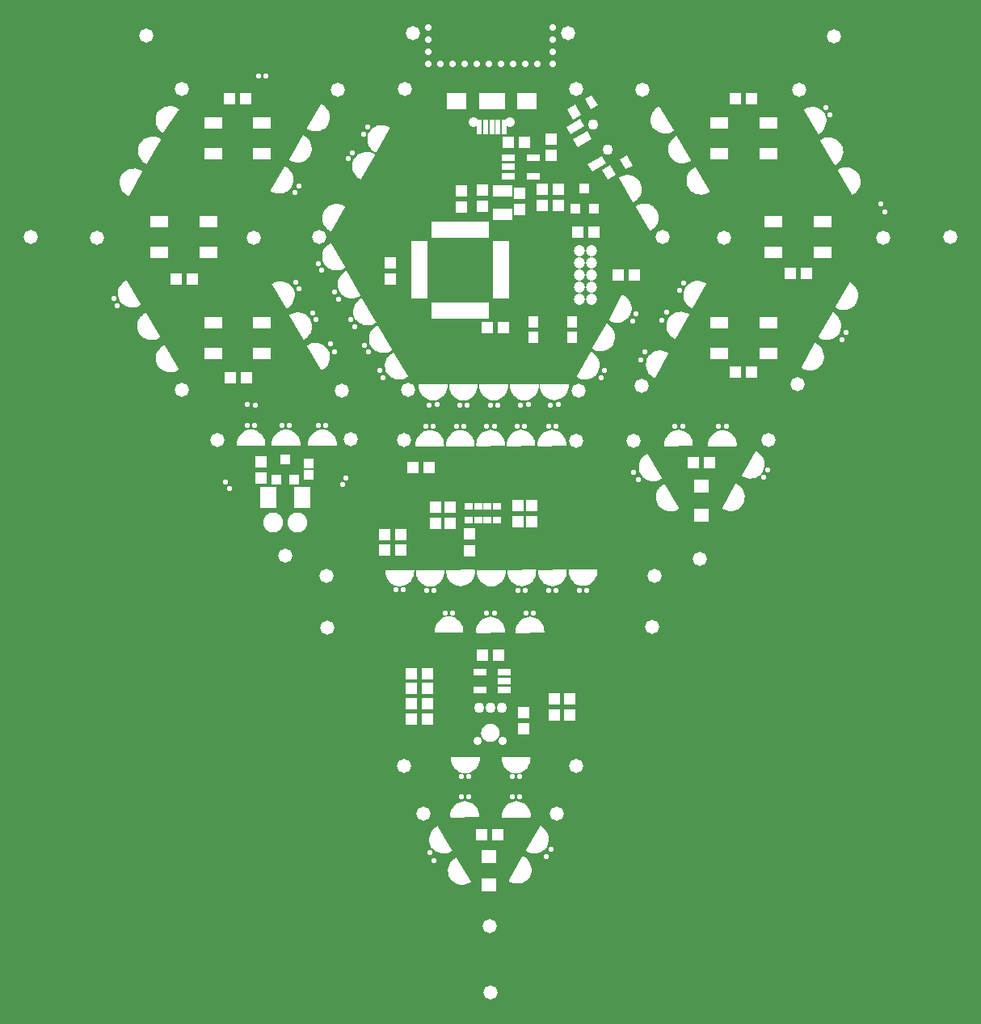
<source format=gbr>
G04 EAGLE Gerber RS-274X export*
G75*
%MOMM*%
%FSLAX34Y34*%
%LPD*%
%INSoldermask Top*%
%IPNEG*%
%AMOC8*
5,1,8,0,0,1.08239X$1,22.5*%
G01*
%ADD10C,1.473200*%
%ADD11C,0.711200*%
%ADD12C,0.584200*%
%ADD13R,1.303200X1.203200*%
%ADD14R,1.203200X1.303200*%
%ADD15R,0.603200X1.603200*%
%ADD16C,1.053200*%
%ADD17R,2.000000X1.700000*%
%ADD18R,2.700000X1.700000*%
%ADD19R,2.003200X1.703200*%
%ADD20R,2.703200X1.703200*%
%ADD21C,1.203200*%
%ADD22R,1.103200X1.203200*%
%ADD23R,0.483200X1.703200*%
%ADD24R,1.703200X0.483200*%
%ADD25R,1.403200X0.753200*%
%ADD26R,0.923200X0.803200*%
%ADD27R,2.003200X1.203200*%
%ADD28R,1.854200X1.203200*%
%ADD29C,2.082800*%
%ADD30R,1.103200X1.053200*%
%ADD31C,0.500000*%
%ADD32C,0.903200*%
%ADD33C,1.103200*%
%ADD34R,1.603200X1.403200*%
%ADD35R,0.903200X1.703200*%
%ADD36R,1.203200X0.803200*%
%ADD37R,1.203200X1.003200*%
%ADD38R,1.003200X1.103200*%
%ADD39R,1.703200X2.303200*%

G36*
X325003Y940585D02*
X325003Y940585D01*
X325034Y940592D01*
X325135Y940603D01*
X327660Y941173D01*
X327689Y941185D01*
X327787Y941213D01*
X330174Y942213D01*
X330201Y942230D01*
X330292Y942275D01*
X332470Y943675D01*
X332493Y943695D01*
X332575Y943756D01*
X334477Y945512D01*
X334496Y945537D01*
X334566Y945610D01*
X336134Y947670D01*
X336141Y947684D01*
X336152Y947695D01*
X336232Y947842D01*
X337230Y950269D01*
X337237Y950299D01*
X337269Y950395D01*
X337830Y952959D01*
X337832Y952990D01*
X337847Y953090D01*
X337954Y955712D01*
X337950Y955743D01*
X337948Y955845D01*
X337598Y958445D01*
X337589Y958475D01*
X337569Y958575D01*
X336773Y961075D01*
X336759Y961103D01*
X336722Y961197D01*
X335504Y963521D01*
X335485Y963546D01*
X335432Y963633D01*
X333829Y965710D01*
X333806Y965732D01*
X333739Y965808D01*
X331800Y967575D01*
X331774Y967592D01*
X331694Y967656D01*
X329478Y969059D01*
X329441Y969075D01*
X329409Y969098D01*
X329329Y969123D01*
X329251Y969156D01*
X329212Y969159D01*
X329174Y969170D01*
X329090Y969168D01*
X329006Y969175D01*
X328968Y969165D01*
X328928Y969164D01*
X328849Y969135D01*
X328767Y969115D01*
X328734Y969093D01*
X328697Y969080D01*
X328631Y969027D01*
X328561Y968982D01*
X328536Y968951D01*
X328505Y968926D01*
X328407Y968790D01*
X314377Y943880D01*
X314365Y943848D01*
X314347Y943819D01*
X314332Y943763D01*
X314308Y943711D01*
X314304Y943680D01*
X314293Y943649D01*
X314292Y943615D01*
X314283Y943582D01*
X314287Y943523D01*
X314280Y943467D01*
X314287Y943436D01*
X314286Y943403D01*
X314296Y943370D01*
X314298Y943336D01*
X314321Y943281D01*
X314333Y943227D01*
X314349Y943200D01*
X314359Y943168D01*
X314378Y943140D01*
X314391Y943109D01*
X314430Y943063D01*
X314459Y943015D01*
X314482Y942995D01*
X314502Y942968D01*
X314530Y942948D01*
X314552Y942922D01*
X314623Y942875D01*
X314646Y942856D01*
X314662Y942849D01*
X314692Y942830D01*
X316992Y941643D01*
X317022Y941633D01*
X317115Y941593D01*
X319587Y940824D01*
X319618Y940819D01*
X319717Y940796D01*
X322285Y940468D01*
X322316Y940469D01*
X322417Y940462D01*
X325003Y940585D01*
G37*
G36*
X780552Y577238D02*
X780552Y577238D01*
X780583Y577245D01*
X780684Y577256D01*
X783209Y577826D01*
X783238Y577838D01*
X783336Y577866D01*
X785723Y578866D01*
X785750Y578883D01*
X785841Y578928D01*
X788019Y580328D01*
X788042Y580348D01*
X788124Y580409D01*
X790026Y582165D01*
X790045Y582190D01*
X790115Y582263D01*
X791683Y584323D01*
X791690Y584337D01*
X791701Y584348D01*
X791781Y584495D01*
X792779Y586922D01*
X792786Y586952D01*
X792818Y587048D01*
X793379Y589612D01*
X793381Y589643D01*
X793396Y589743D01*
X793503Y592365D01*
X793499Y592396D01*
X793497Y592498D01*
X793147Y595098D01*
X793138Y595128D01*
X793118Y595228D01*
X792322Y597728D01*
X792308Y597756D01*
X792271Y597850D01*
X791053Y600174D01*
X791034Y600199D01*
X790981Y600286D01*
X789378Y602363D01*
X789355Y602385D01*
X789288Y602461D01*
X787349Y604228D01*
X787323Y604245D01*
X787243Y604309D01*
X785027Y605712D01*
X784990Y605728D01*
X784958Y605751D01*
X784878Y605776D01*
X784800Y605809D01*
X784761Y605812D01*
X784723Y605823D01*
X784639Y605821D01*
X784555Y605828D01*
X784517Y605818D01*
X784477Y605817D01*
X784398Y605788D01*
X784316Y605768D01*
X784283Y605746D01*
X784246Y605733D01*
X784180Y605680D01*
X784110Y605635D01*
X784085Y605604D01*
X784054Y605579D01*
X783956Y605443D01*
X769926Y580533D01*
X769914Y580501D01*
X769896Y580472D01*
X769881Y580416D01*
X769857Y580364D01*
X769853Y580333D01*
X769842Y580302D01*
X769841Y580268D01*
X769832Y580235D01*
X769836Y580176D01*
X769829Y580120D01*
X769836Y580089D01*
X769835Y580056D01*
X769845Y580023D01*
X769847Y579989D01*
X769870Y579934D01*
X769882Y579880D01*
X769898Y579853D01*
X769908Y579821D01*
X769927Y579793D01*
X769940Y579762D01*
X769979Y579716D01*
X770008Y579668D01*
X770031Y579648D01*
X770051Y579621D01*
X770079Y579601D01*
X770101Y579575D01*
X770172Y579528D01*
X770195Y579509D01*
X770211Y579502D01*
X770241Y579483D01*
X772541Y578296D01*
X772571Y578286D01*
X772664Y578246D01*
X775136Y577477D01*
X775167Y577472D01*
X775266Y577449D01*
X777834Y577121D01*
X777865Y577122D01*
X777966Y577115D01*
X780552Y577238D01*
G37*
G36*
X878556Y753915D02*
X878556Y753915D01*
X878586Y753922D01*
X878687Y753933D01*
X881212Y754503D01*
X881241Y754515D01*
X881339Y754544D01*
X883727Y755544D01*
X883753Y755560D01*
X883844Y755605D01*
X886022Y757005D01*
X886046Y757026D01*
X886127Y757086D01*
X888029Y758842D01*
X888048Y758867D01*
X888118Y758940D01*
X889686Y761000D01*
X889694Y761014D01*
X889704Y761025D01*
X889785Y761172D01*
X890782Y763599D01*
X890789Y763630D01*
X890822Y763726D01*
X891383Y766289D01*
X891384Y766320D01*
X891399Y766421D01*
X891507Y769042D01*
X891503Y769073D01*
X891500Y769175D01*
X891151Y771775D01*
X891142Y771806D01*
X891122Y771905D01*
X890326Y774405D01*
X890311Y774433D01*
X890275Y774528D01*
X889056Y776852D01*
X889038Y776877D01*
X888985Y776963D01*
X887382Y779041D01*
X887359Y779062D01*
X887292Y779138D01*
X885352Y780906D01*
X885326Y780923D01*
X885247Y780986D01*
X883030Y782390D01*
X882994Y782405D01*
X882961Y782428D01*
X882881Y782453D01*
X882804Y782486D01*
X882764Y782489D01*
X882726Y782501D01*
X882642Y782498D01*
X882558Y782505D01*
X882520Y782495D01*
X882480Y782494D01*
X882401Y782465D01*
X882320Y782445D01*
X882287Y782424D01*
X882249Y782410D01*
X882184Y782357D01*
X882113Y782312D01*
X882088Y782281D01*
X882057Y782256D01*
X881959Y782120D01*
X867930Y757210D01*
X867918Y757178D01*
X867899Y757150D01*
X867884Y757094D01*
X867860Y757042D01*
X867856Y757010D01*
X867845Y756979D01*
X867844Y756945D01*
X867835Y756912D01*
X867839Y756854D01*
X867833Y756797D01*
X867839Y756767D01*
X867839Y756733D01*
X867849Y756701D01*
X867851Y756667D01*
X867873Y756612D01*
X867885Y756557D01*
X867901Y756530D01*
X867911Y756498D01*
X867931Y756470D01*
X867944Y756439D01*
X867983Y756394D01*
X868011Y756346D01*
X868035Y756326D01*
X868054Y756298D01*
X868082Y756278D01*
X868104Y756253D01*
X868175Y756205D01*
X868198Y756186D01*
X868215Y756179D01*
X868244Y756160D01*
X870545Y754973D01*
X870575Y754964D01*
X870668Y754923D01*
X873140Y754154D01*
X873171Y754150D01*
X873269Y754126D01*
X875837Y753798D01*
X875869Y753799D01*
X875970Y753793D01*
X878556Y753915D01*
G37*
G36*
X554429Y184745D02*
X554429Y184745D01*
X554460Y184751D01*
X554560Y184762D01*
X557086Y185333D01*
X557115Y185344D01*
X557212Y185373D01*
X559600Y186373D01*
X559627Y186390D01*
X559717Y186435D01*
X561895Y187834D01*
X561919Y187855D01*
X562000Y187915D01*
X563902Y189672D01*
X563921Y189696D01*
X563992Y189770D01*
X565560Y191830D01*
X565567Y191843D01*
X565578Y191854D01*
X565658Y192001D01*
X566655Y194428D01*
X566662Y194459D01*
X566695Y194555D01*
X567256Y197118D01*
X567257Y197149D01*
X567273Y197250D01*
X567380Y199872D01*
X567376Y199903D01*
X567374Y200004D01*
X567024Y202605D01*
X567015Y202635D01*
X566995Y202734D01*
X566199Y205234D01*
X566185Y205262D01*
X566148Y205357D01*
X564930Y207681D01*
X564911Y207706D01*
X564858Y207793D01*
X563255Y209870D01*
X563232Y209891D01*
X563165Y209967D01*
X561225Y211735D01*
X561199Y211752D01*
X561120Y211815D01*
X558903Y213219D01*
X558867Y213234D01*
X558835Y213257D01*
X558754Y213282D01*
X558677Y213315D01*
X558637Y213318D01*
X558599Y213330D01*
X558515Y213328D01*
X558431Y213334D01*
X558393Y213325D01*
X558354Y213324D01*
X558274Y213295D01*
X558193Y213274D01*
X558160Y213253D01*
X558123Y213239D01*
X558057Y213187D01*
X557986Y213141D01*
X557961Y213110D01*
X557930Y213085D01*
X557833Y212949D01*
X543803Y188039D01*
X543791Y188007D01*
X543772Y187979D01*
X543757Y187923D01*
X543733Y187871D01*
X543729Y187839D01*
X543718Y187808D01*
X543717Y187774D01*
X543708Y187741D01*
X543712Y187683D01*
X543706Y187626D01*
X543713Y187596D01*
X543712Y187562D01*
X543722Y187530D01*
X543724Y187496D01*
X543746Y187441D01*
X543758Y187386D01*
X543774Y187359D01*
X543784Y187327D01*
X543804Y187300D01*
X543817Y187268D01*
X543856Y187223D01*
X543884Y187175D01*
X543908Y187155D01*
X543928Y187127D01*
X543955Y187108D01*
X543977Y187082D01*
X544048Y187035D01*
X544071Y187015D01*
X544088Y187008D01*
X544117Y186989D01*
X546418Y185802D01*
X546448Y185793D01*
X546541Y185752D01*
X549013Y184983D01*
X549044Y184979D01*
X549142Y184955D01*
X551710Y184627D01*
X551742Y184628D01*
X551843Y184622D01*
X554429Y184745D01*
G37*
G36*
X536268Y153249D02*
X536268Y153249D01*
X536299Y153255D01*
X536399Y153266D01*
X538925Y153837D01*
X538954Y153848D01*
X539051Y153877D01*
X541439Y154877D01*
X541466Y154894D01*
X541556Y154939D01*
X543734Y156338D01*
X543758Y156359D01*
X543839Y156419D01*
X545741Y158176D01*
X545760Y158200D01*
X545831Y158274D01*
X547399Y160334D01*
X547406Y160347D01*
X547417Y160358D01*
X547497Y160505D01*
X548494Y162932D01*
X548501Y162963D01*
X548534Y163059D01*
X549095Y165622D01*
X549096Y165653D01*
X549112Y165754D01*
X549219Y168376D01*
X549215Y168407D01*
X549213Y168508D01*
X548863Y171109D01*
X548854Y171139D01*
X548834Y171238D01*
X548038Y173738D01*
X548024Y173766D01*
X547987Y173861D01*
X546769Y176185D01*
X546750Y176210D01*
X546697Y176297D01*
X545094Y178374D01*
X545071Y178395D01*
X545004Y178471D01*
X543064Y180239D01*
X543038Y180256D01*
X542959Y180319D01*
X540742Y181723D01*
X540706Y181738D01*
X540674Y181761D01*
X540593Y181786D01*
X540516Y181819D01*
X540476Y181822D01*
X540438Y181834D01*
X540354Y181832D01*
X540270Y181838D01*
X540232Y181829D01*
X540193Y181828D01*
X540113Y181799D01*
X540032Y181778D01*
X539999Y181757D01*
X539962Y181743D01*
X539896Y181691D01*
X539825Y181645D01*
X539800Y181614D01*
X539769Y181589D01*
X539672Y181453D01*
X525642Y156543D01*
X525630Y156511D01*
X525611Y156483D01*
X525596Y156427D01*
X525572Y156375D01*
X525568Y156343D01*
X525557Y156312D01*
X525556Y156278D01*
X525547Y156245D01*
X525551Y156187D01*
X525545Y156130D01*
X525552Y156100D01*
X525551Y156066D01*
X525561Y156034D01*
X525563Y156000D01*
X525585Y155945D01*
X525597Y155890D01*
X525613Y155863D01*
X525623Y155831D01*
X525643Y155804D01*
X525656Y155772D01*
X525695Y155727D01*
X525723Y155679D01*
X525747Y155659D01*
X525767Y155631D01*
X525794Y155612D01*
X525816Y155586D01*
X525887Y155539D01*
X525910Y155519D01*
X525927Y155512D01*
X525956Y155493D01*
X528257Y154306D01*
X528287Y154297D01*
X528380Y154256D01*
X530852Y153487D01*
X530883Y153483D01*
X530981Y153459D01*
X533549Y153131D01*
X533581Y153132D01*
X533682Y153126D01*
X536268Y153249D01*
G37*
G36*
X306080Y908073D02*
X306080Y908073D01*
X306111Y908080D01*
X306212Y908091D01*
X308737Y908661D01*
X308766Y908673D01*
X308864Y908701D01*
X311251Y909701D01*
X311278Y909718D01*
X311369Y909763D01*
X313547Y911163D01*
X313570Y911183D01*
X313652Y911244D01*
X315554Y913000D01*
X315573Y913025D01*
X315643Y913098D01*
X317211Y915158D01*
X317218Y915172D01*
X317229Y915183D01*
X317309Y915330D01*
X318307Y917757D01*
X318314Y917787D01*
X318346Y917883D01*
X318907Y920447D01*
X318909Y920478D01*
X318924Y920578D01*
X319031Y923200D01*
X319027Y923231D01*
X319025Y923333D01*
X318675Y925933D01*
X318666Y925963D01*
X318646Y926063D01*
X317850Y928563D01*
X317836Y928591D01*
X317799Y928685D01*
X316581Y931009D01*
X316562Y931034D01*
X316509Y931121D01*
X314906Y933198D01*
X314883Y933220D01*
X314816Y933296D01*
X312877Y935063D01*
X312851Y935080D01*
X312771Y935144D01*
X310555Y936547D01*
X310518Y936563D01*
X310486Y936586D01*
X310406Y936611D01*
X310328Y936644D01*
X310289Y936647D01*
X310251Y936658D01*
X310167Y936656D01*
X310083Y936663D01*
X310045Y936653D01*
X310005Y936652D01*
X309926Y936623D01*
X309844Y936603D01*
X309811Y936581D01*
X309774Y936568D01*
X309708Y936515D01*
X309638Y936470D01*
X309613Y936439D01*
X309582Y936414D01*
X309484Y936278D01*
X295454Y911368D01*
X295442Y911336D01*
X295424Y911307D01*
X295409Y911251D01*
X295385Y911199D01*
X295381Y911168D01*
X295370Y911137D01*
X295369Y911103D01*
X295360Y911070D01*
X295364Y911011D01*
X295357Y910955D01*
X295364Y910924D01*
X295363Y910891D01*
X295373Y910858D01*
X295375Y910824D01*
X295398Y910769D01*
X295410Y910715D01*
X295426Y910688D01*
X295436Y910656D01*
X295455Y910628D01*
X295468Y910597D01*
X295507Y910551D01*
X295536Y910503D01*
X295559Y910483D01*
X295579Y910456D01*
X295607Y910436D01*
X295629Y910410D01*
X295700Y910363D01*
X295723Y910344D01*
X295739Y910337D01*
X295769Y910318D01*
X298069Y909131D01*
X298099Y909121D01*
X298192Y909081D01*
X300664Y908312D01*
X300695Y908307D01*
X300794Y908284D01*
X303362Y907956D01*
X303393Y907957D01*
X303494Y907950D01*
X306080Y908073D01*
G37*
G36*
X860753Y722463D02*
X860753Y722463D01*
X860784Y722469D01*
X860884Y722480D01*
X863410Y723051D01*
X863439Y723062D01*
X863536Y723091D01*
X865924Y724091D01*
X865951Y724108D01*
X866041Y724153D01*
X868219Y725552D01*
X868243Y725573D01*
X868324Y725633D01*
X870226Y727390D01*
X870245Y727414D01*
X870316Y727488D01*
X871884Y729548D01*
X871891Y729561D01*
X871902Y729572D01*
X871982Y729719D01*
X872979Y732146D01*
X872986Y732177D01*
X873019Y732273D01*
X873580Y734836D01*
X873581Y734867D01*
X873597Y734968D01*
X873704Y737590D01*
X873700Y737621D01*
X873698Y737722D01*
X873348Y740323D01*
X873339Y740353D01*
X873319Y740452D01*
X872523Y742952D01*
X872509Y742980D01*
X872472Y743075D01*
X871254Y745399D01*
X871235Y745424D01*
X871182Y745511D01*
X869579Y747588D01*
X869556Y747609D01*
X869489Y747685D01*
X867549Y749453D01*
X867523Y749470D01*
X867444Y749533D01*
X865227Y750937D01*
X865191Y750952D01*
X865159Y750975D01*
X865078Y751000D01*
X865001Y751033D01*
X864961Y751036D01*
X864923Y751048D01*
X864839Y751046D01*
X864755Y751052D01*
X864717Y751043D01*
X864678Y751042D01*
X864598Y751013D01*
X864517Y750992D01*
X864484Y750971D01*
X864447Y750957D01*
X864381Y750905D01*
X864310Y750859D01*
X864285Y750828D01*
X864254Y750803D01*
X864157Y750667D01*
X850127Y725757D01*
X850115Y725725D01*
X850096Y725697D01*
X850081Y725641D01*
X850057Y725589D01*
X850053Y725557D01*
X850042Y725526D01*
X850041Y725492D01*
X850032Y725459D01*
X850036Y725401D01*
X850030Y725344D01*
X850037Y725314D01*
X850036Y725280D01*
X850046Y725248D01*
X850048Y725214D01*
X850070Y725159D01*
X850082Y725104D01*
X850098Y725077D01*
X850108Y725045D01*
X850128Y725018D01*
X850141Y724986D01*
X850180Y724941D01*
X850208Y724893D01*
X850232Y724873D01*
X850252Y724845D01*
X850279Y724826D01*
X850301Y724800D01*
X850372Y724753D01*
X850395Y724733D01*
X850412Y724726D01*
X850441Y724707D01*
X852742Y723520D01*
X852772Y723511D01*
X852865Y723470D01*
X855337Y722701D01*
X855368Y722697D01*
X855466Y722673D01*
X858034Y722345D01*
X858066Y722346D01*
X858167Y722340D01*
X860753Y722463D01*
G37*
G36*
X842782Y690459D02*
X842782Y690459D01*
X842813Y690465D01*
X842914Y690476D01*
X845439Y691047D01*
X845468Y691058D01*
X845566Y691087D01*
X847953Y692087D01*
X847980Y692104D01*
X848071Y692149D01*
X850249Y693548D01*
X850272Y693569D01*
X850354Y693629D01*
X852256Y695386D01*
X852275Y695410D01*
X852345Y695484D01*
X853913Y697544D01*
X853920Y697557D01*
X853931Y697568D01*
X854011Y697715D01*
X855009Y700142D01*
X855016Y700173D01*
X855048Y700269D01*
X855609Y702832D01*
X855611Y702863D01*
X855626Y702964D01*
X855733Y705586D01*
X855729Y705617D01*
X855727Y705718D01*
X855377Y708319D01*
X855368Y708349D01*
X855348Y708448D01*
X854552Y710948D01*
X854538Y710976D01*
X854501Y711071D01*
X853283Y713395D01*
X853264Y713420D01*
X853211Y713507D01*
X851608Y715584D01*
X851585Y715605D01*
X851518Y715681D01*
X849579Y717449D01*
X849553Y717466D01*
X849473Y717529D01*
X847257Y718933D01*
X847220Y718948D01*
X847188Y718971D01*
X847108Y718996D01*
X847030Y719029D01*
X846991Y719032D01*
X846953Y719044D01*
X846869Y719042D01*
X846785Y719048D01*
X846747Y719039D01*
X846707Y719038D01*
X846628Y719009D01*
X846546Y718988D01*
X846513Y718967D01*
X846476Y718953D01*
X846410Y718901D01*
X846340Y718855D01*
X846315Y718824D01*
X846284Y718799D01*
X846186Y718663D01*
X832156Y693753D01*
X832144Y693721D01*
X832126Y693693D01*
X832111Y693637D01*
X832087Y693585D01*
X832083Y693553D01*
X832072Y693522D01*
X832071Y693488D01*
X832062Y693455D01*
X832066Y693397D01*
X832059Y693340D01*
X832066Y693310D01*
X832065Y693276D01*
X832075Y693244D01*
X832077Y693210D01*
X832100Y693155D01*
X832112Y693100D01*
X832128Y693073D01*
X832138Y693041D01*
X832157Y693014D01*
X832170Y692982D01*
X832209Y692937D01*
X832238Y692889D01*
X832261Y692869D01*
X832281Y692841D01*
X832309Y692822D01*
X832331Y692796D01*
X832402Y692749D01*
X832425Y692729D01*
X832441Y692722D01*
X832471Y692703D01*
X834771Y691516D01*
X834801Y691507D01*
X834894Y691466D01*
X837366Y690697D01*
X837397Y690693D01*
X837496Y690669D01*
X840064Y690341D01*
X840095Y690342D01*
X840196Y690336D01*
X842782Y690459D01*
G37*
G36*
X623840Y710648D02*
X623840Y710648D01*
X623871Y710654D01*
X623972Y710666D01*
X626497Y711236D01*
X626526Y711247D01*
X626623Y711276D01*
X629011Y712276D01*
X629038Y712293D01*
X629129Y712338D01*
X631307Y713737D01*
X631330Y713758D01*
X631412Y713818D01*
X633314Y715575D01*
X633333Y715599D01*
X633403Y715673D01*
X634971Y717733D01*
X634978Y717746D01*
X634989Y717757D01*
X635069Y717905D01*
X636067Y720331D01*
X636074Y720362D01*
X636106Y720458D01*
X636667Y723021D01*
X636669Y723053D01*
X636684Y723153D01*
X636791Y725775D01*
X636787Y725806D01*
X636785Y725907D01*
X636435Y728508D01*
X636426Y728538D01*
X636406Y728637D01*
X635610Y731138D01*
X635596Y731166D01*
X635559Y731260D01*
X634341Y733584D01*
X634322Y733609D01*
X634269Y733696D01*
X632666Y735773D01*
X632643Y735794D01*
X632576Y735871D01*
X630637Y737638D01*
X630610Y737655D01*
X630531Y737718D01*
X628314Y739122D01*
X628278Y739137D01*
X628246Y739161D01*
X628165Y739185D01*
X628088Y739218D01*
X628049Y739221D01*
X628011Y739233D01*
X627927Y739231D01*
X627843Y739237D01*
X627804Y739228D01*
X627765Y739227D01*
X627686Y739198D01*
X627604Y739177D01*
X627571Y739156D01*
X627534Y739142D01*
X627468Y739090D01*
X627397Y739044D01*
X627373Y739013D01*
X627342Y738989D01*
X627244Y738852D01*
X613214Y713942D01*
X613202Y713910D01*
X613183Y713882D01*
X613168Y713826D01*
X613144Y713774D01*
X613141Y713742D01*
X613129Y713711D01*
X613129Y713677D01*
X613120Y713645D01*
X613123Y713586D01*
X613117Y713530D01*
X613124Y713499D01*
X613123Y713465D01*
X613133Y713433D01*
X613135Y713399D01*
X613157Y713344D01*
X613169Y713289D01*
X613185Y713263D01*
X613195Y713230D01*
X613215Y713203D01*
X613228Y713171D01*
X613267Y713126D01*
X613296Y713078D01*
X613319Y713058D01*
X613339Y713031D01*
X613366Y713011D01*
X613389Y712985D01*
X613460Y712938D01*
X613483Y712918D01*
X613499Y712912D01*
X613528Y712892D01*
X615829Y711706D01*
X615859Y711696D01*
X615952Y711655D01*
X618424Y710886D01*
X618455Y710882D01*
X618554Y710858D01*
X621122Y710530D01*
X621153Y710531D01*
X621254Y710525D01*
X623840Y710648D01*
G37*
G36*
X607655Y681120D02*
X607655Y681120D01*
X607686Y681127D01*
X607787Y681138D01*
X610312Y681708D01*
X610341Y681720D01*
X610438Y681749D01*
X612826Y682749D01*
X612853Y682765D01*
X612944Y682810D01*
X615122Y684210D01*
X615145Y684231D01*
X615227Y684291D01*
X617129Y686047D01*
X617148Y686072D01*
X617218Y686145D01*
X618786Y688205D01*
X618793Y688219D01*
X618804Y688230D01*
X618884Y688377D01*
X619882Y690804D01*
X619889Y690835D01*
X619921Y690931D01*
X620482Y693494D01*
X620484Y693525D01*
X620499Y693626D01*
X620606Y696247D01*
X620602Y696278D01*
X620600Y696380D01*
X620250Y698980D01*
X620241Y699010D01*
X620221Y699110D01*
X619425Y701610D01*
X619411Y701638D01*
X619374Y701732D01*
X618156Y704057D01*
X618137Y704082D01*
X618084Y704168D01*
X616481Y706245D01*
X616458Y706267D01*
X616391Y706343D01*
X614452Y708110D01*
X614426Y708127D01*
X614346Y708191D01*
X612129Y709594D01*
X612093Y709610D01*
X612061Y709633D01*
X611981Y709658D01*
X611903Y709691D01*
X611864Y709694D01*
X611826Y709705D01*
X611742Y709703D01*
X611658Y709710D01*
X611620Y709700D01*
X611580Y709699D01*
X611501Y709670D01*
X611419Y709650D01*
X611386Y709628D01*
X611349Y709615D01*
X611283Y709562D01*
X611213Y709517D01*
X611188Y709486D01*
X611157Y709461D01*
X611059Y709325D01*
X597029Y684415D01*
X597017Y684383D01*
X596999Y684355D01*
X596984Y684299D01*
X596959Y684247D01*
X596956Y684215D01*
X596945Y684184D01*
X596944Y684150D01*
X596935Y684117D01*
X596939Y684058D01*
X596932Y684002D01*
X596939Y683971D01*
X596938Y683938D01*
X596948Y683905D01*
X596950Y683872D01*
X596973Y683817D01*
X596985Y683762D01*
X597001Y683735D01*
X597010Y683703D01*
X597030Y683675D01*
X597043Y683644D01*
X597082Y683599D01*
X597111Y683551D01*
X597134Y683531D01*
X597154Y683503D01*
X597182Y683483D01*
X597204Y683458D01*
X597275Y683410D01*
X597298Y683391D01*
X597314Y683384D01*
X597343Y683365D01*
X599644Y682178D01*
X599674Y682168D01*
X599767Y682128D01*
X602239Y681359D01*
X602270Y681355D01*
X602369Y681331D01*
X604937Y681003D01*
X604968Y681004D01*
X605069Y680997D01*
X607655Y681120D01*
G37*
G36*
X286903Y875434D02*
X286903Y875434D01*
X286934Y875441D01*
X287035Y875452D01*
X289560Y876022D01*
X289589Y876034D01*
X289687Y876062D01*
X292074Y877062D01*
X292101Y877079D01*
X292192Y877124D01*
X294370Y878524D01*
X294393Y878544D01*
X294475Y878605D01*
X296377Y880361D01*
X296396Y880386D01*
X296466Y880459D01*
X298034Y882519D01*
X298041Y882533D01*
X298052Y882544D01*
X298132Y882691D01*
X299130Y885118D01*
X299137Y885148D01*
X299169Y885244D01*
X299730Y887808D01*
X299732Y887839D01*
X299747Y887939D01*
X299854Y890561D01*
X299850Y890592D01*
X299848Y890694D01*
X299498Y893294D01*
X299489Y893324D01*
X299469Y893424D01*
X298673Y895924D01*
X298659Y895952D01*
X298622Y896046D01*
X297404Y898370D01*
X297385Y898395D01*
X297332Y898482D01*
X295729Y900559D01*
X295706Y900581D01*
X295639Y900657D01*
X293700Y902424D01*
X293674Y902441D01*
X293594Y902505D01*
X291378Y903908D01*
X291341Y903924D01*
X291309Y903947D01*
X291229Y903972D01*
X291151Y904005D01*
X291112Y904008D01*
X291074Y904019D01*
X290990Y904017D01*
X290906Y904024D01*
X290868Y904014D01*
X290828Y904013D01*
X290749Y903984D01*
X290667Y903964D01*
X290634Y903942D01*
X290597Y903929D01*
X290531Y903876D01*
X290461Y903831D01*
X290436Y903800D01*
X290405Y903775D01*
X290307Y903639D01*
X276277Y878729D01*
X276265Y878697D01*
X276247Y878668D01*
X276232Y878612D01*
X276208Y878560D01*
X276204Y878529D01*
X276193Y878498D01*
X276192Y878464D01*
X276183Y878431D01*
X276187Y878372D01*
X276180Y878316D01*
X276187Y878285D01*
X276186Y878252D01*
X276196Y878219D01*
X276198Y878185D01*
X276221Y878130D01*
X276233Y878076D01*
X276249Y878049D01*
X276259Y878017D01*
X276278Y877989D01*
X276291Y877958D01*
X276330Y877912D01*
X276359Y877864D01*
X276382Y877844D01*
X276402Y877817D01*
X276430Y877797D01*
X276452Y877771D01*
X276523Y877724D01*
X276546Y877705D01*
X276562Y877698D01*
X276592Y877679D01*
X278892Y876492D01*
X278922Y876482D01*
X279015Y876442D01*
X281487Y875673D01*
X281518Y875668D01*
X281617Y875645D01*
X284185Y875317D01*
X284216Y875318D01*
X284317Y875311D01*
X286903Y875434D01*
G37*
G36*
X759724Y543329D02*
X759724Y543329D01*
X759755Y543336D01*
X759856Y543347D01*
X762381Y543917D01*
X762410Y543929D01*
X762508Y543957D01*
X764895Y544957D01*
X764922Y544974D01*
X765013Y545019D01*
X767191Y546419D01*
X767214Y546439D01*
X767296Y546500D01*
X769198Y548256D01*
X769217Y548281D01*
X769287Y548354D01*
X770855Y550414D01*
X770862Y550428D01*
X770873Y550439D01*
X770953Y550586D01*
X771951Y553013D01*
X771958Y553043D01*
X771990Y553139D01*
X772551Y555703D01*
X772553Y555734D01*
X772568Y555834D01*
X772675Y558456D01*
X772671Y558487D01*
X772669Y558589D01*
X772319Y561189D01*
X772310Y561219D01*
X772290Y561319D01*
X771494Y563819D01*
X771480Y563847D01*
X771443Y563941D01*
X770225Y566265D01*
X770206Y566290D01*
X770153Y566377D01*
X768550Y568454D01*
X768527Y568476D01*
X768460Y568552D01*
X766521Y570319D01*
X766495Y570336D01*
X766415Y570400D01*
X764199Y571803D01*
X764162Y571819D01*
X764130Y571842D01*
X764050Y571867D01*
X763972Y571900D01*
X763933Y571903D01*
X763895Y571914D01*
X763811Y571912D01*
X763727Y571919D01*
X763689Y571909D01*
X763649Y571908D01*
X763570Y571879D01*
X763488Y571859D01*
X763455Y571837D01*
X763418Y571824D01*
X763352Y571771D01*
X763282Y571726D01*
X763257Y571695D01*
X763226Y571670D01*
X763128Y571534D01*
X749098Y546624D01*
X749086Y546592D01*
X749068Y546563D01*
X749053Y546507D01*
X749029Y546455D01*
X749025Y546424D01*
X749014Y546393D01*
X749013Y546359D01*
X749004Y546326D01*
X749008Y546267D01*
X749001Y546211D01*
X749008Y546180D01*
X749007Y546147D01*
X749017Y546114D01*
X749019Y546080D01*
X749042Y546025D01*
X749054Y545971D01*
X749070Y545944D01*
X749080Y545912D01*
X749099Y545884D01*
X749112Y545853D01*
X749151Y545807D01*
X749180Y545759D01*
X749203Y545739D01*
X749223Y545712D01*
X749251Y545692D01*
X749273Y545666D01*
X749344Y545619D01*
X749367Y545600D01*
X749383Y545593D01*
X749413Y545574D01*
X751713Y544387D01*
X751743Y544377D01*
X751836Y544337D01*
X754308Y543568D01*
X754339Y543563D01*
X754438Y543540D01*
X757006Y543212D01*
X757037Y543213D01*
X757138Y543206D01*
X759724Y543329D01*
G37*
G36*
X443141Y464218D02*
X443141Y464218D01*
X445741Y464568D01*
X445772Y464577D01*
X445871Y464597D01*
X448371Y465393D01*
X448399Y465407D01*
X448494Y465444D01*
X450818Y466662D01*
X450843Y466681D01*
X450929Y466734D01*
X453007Y468337D01*
X453028Y468360D01*
X453104Y468427D01*
X454872Y470366D01*
X454889Y470392D01*
X454952Y470472D01*
X456356Y472689D01*
X456368Y472717D01*
X456417Y472806D01*
X457414Y475233D01*
X457421Y475264D01*
X457454Y475360D01*
X458014Y477923D01*
X458016Y477955D01*
X458031Y478055D01*
X458138Y480677D01*
X458134Y480716D01*
X458138Y480755D01*
X458119Y480837D01*
X458109Y480921D01*
X458092Y480956D01*
X458083Y480995D01*
X458039Y481067D01*
X458003Y481143D01*
X457975Y481171D01*
X457954Y481205D01*
X457890Y481259D01*
X457831Y481319D01*
X457796Y481337D01*
X457766Y481363D01*
X457687Y481393D01*
X457613Y481432D01*
X457573Y481438D01*
X457537Y481452D01*
X457370Y481469D01*
X457369Y481469D01*
X428782Y481164D01*
X428748Y481158D01*
X428715Y481160D01*
X428628Y481137D01*
X428540Y481122D01*
X428510Y481106D01*
X428477Y481097D01*
X428402Y481047D01*
X428324Y481004D01*
X428300Y480980D01*
X428272Y480961D01*
X428217Y480890D01*
X428156Y480824D01*
X428142Y480793D01*
X428121Y480766D01*
X428092Y480682D01*
X428055Y480600D01*
X428051Y480566D01*
X428040Y480534D01*
X428030Y480367D01*
X428153Y477781D01*
X428159Y477750D01*
X428170Y477649D01*
X428741Y475124D01*
X428752Y475095D01*
X428781Y474998D01*
X429781Y472610D01*
X429797Y472583D01*
X429843Y472492D01*
X431242Y470314D01*
X431263Y470291D01*
X431323Y470209D01*
X433079Y468307D01*
X433104Y468288D01*
X433178Y468218D01*
X435238Y466650D01*
X435265Y466635D01*
X435278Y466627D01*
X435303Y466605D01*
X435322Y466598D01*
X435350Y466579D01*
X437651Y465393D01*
X437681Y465383D01*
X437773Y465342D01*
X440245Y464574D01*
X440277Y464569D01*
X440375Y464545D01*
X442943Y464217D01*
X442958Y464218D01*
X442973Y464214D01*
X443141Y464218D01*
G37*
G36*
X539216Y464345D02*
X539216Y464345D01*
X541817Y464695D01*
X541847Y464704D01*
X541946Y464724D01*
X544447Y465520D01*
X544475Y465534D01*
X544569Y465571D01*
X546893Y466789D01*
X546918Y466808D01*
X547005Y466861D01*
X549082Y468464D01*
X549104Y468487D01*
X549180Y468554D01*
X550947Y470493D01*
X550964Y470519D01*
X551028Y470599D01*
X552431Y472816D01*
X552443Y472844D01*
X552492Y472933D01*
X553489Y475360D01*
X553497Y475391D01*
X553529Y475487D01*
X554090Y478050D01*
X554091Y478082D01*
X554107Y478182D01*
X554214Y480804D01*
X554209Y480843D01*
X554213Y480882D01*
X554194Y480964D01*
X554184Y481048D01*
X554167Y481083D01*
X554158Y481122D01*
X554114Y481194D01*
X554078Y481270D01*
X554050Y481298D01*
X554030Y481332D01*
X553965Y481386D01*
X553907Y481446D01*
X553872Y481464D01*
X553841Y481490D01*
X553763Y481520D01*
X553688Y481559D01*
X553649Y481565D01*
X553612Y481579D01*
X553445Y481596D01*
X524857Y481291D01*
X524824Y481285D01*
X524790Y481287D01*
X524703Y481264D01*
X524615Y481249D01*
X524585Y481233D01*
X524552Y481224D01*
X524478Y481174D01*
X524399Y481131D01*
X524376Y481107D01*
X524348Y481088D01*
X524293Y481017D01*
X524232Y480951D01*
X524218Y480920D01*
X524197Y480893D01*
X524167Y480809D01*
X524130Y480727D01*
X524127Y480693D01*
X524116Y480661D01*
X524105Y480494D01*
X524228Y477908D01*
X524235Y477877D01*
X524246Y477776D01*
X524816Y475251D01*
X524828Y475222D01*
X524856Y475125D01*
X525856Y472737D01*
X525873Y472710D01*
X525918Y472619D01*
X527317Y470441D01*
X527338Y470418D01*
X527399Y470336D01*
X529155Y468434D01*
X529180Y468415D01*
X529253Y468345D01*
X531313Y466777D01*
X531341Y466762D01*
X531354Y466754D01*
X531379Y466732D01*
X531397Y466725D01*
X531425Y466706D01*
X533726Y465520D01*
X533756Y465510D01*
X533849Y465469D01*
X536321Y464701D01*
X536352Y464696D01*
X536451Y464672D01*
X539019Y464344D01*
X539034Y464345D01*
X539049Y464341D01*
X539216Y464345D01*
G37*
G36*
X507276Y464218D02*
X507276Y464218D01*
X509876Y464568D01*
X509907Y464577D01*
X510006Y464597D01*
X512506Y465393D01*
X512534Y465407D01*
X512629Y465444D01*
X514953Y466662D01*
X514978Y466681D01*
X515064Y466734D01*
X517142Y468337D01*
X517163Y468360D01*
X517239Y468427D01*
X519007Y470366D01*
X519024Y470392D01*
X519087Y470472D01*
X520491Y472689D01*
X520503Y472717D01*
X520552Y472806D01*
X521549Y475233D01*
X521556Y475264D01*
X521589Y475360D01*
X522149Y477923D01*
X522151Y477955D01*
X522166Y478055D01*
X522273Y480677D01*
X522269Y480716D01*
X522273Y480755D01*
X522254Y480837D01*
X522244Y480921D01*
X522227Y480956D01*
X522218Y480995D01*
X522174Y481067D01*
X522138Y481143D01*
X522110Y481171D01*
X522089Y481205D01*
X522025Y481259D01*
X521966Y481319D01*
X521931Y481337D01*
X521901Y481363D01*
X521822Y481393D01*
X521748Y481432D01*
X521708Y481438D01*
X521672Y481452D01*
X521505Y481469D01*
X521504Y481469D01*
X492917Y481164D01*
X492883Y481158D01*
X492850Y481160D01*
X492763Y481137D01*
X492675Y481122D01*
X492645Y481106D01*
X492612Y481097D01*
X492537Y481047D01*
X492459Y481004D01*
X492435Y480980D01*
X492407Y480961D01*
X492352Y480890D01*
X492291Y480824D01*
X492277Y480793D01*
X492256Y480766D01*
X492227Y480682D01*
X492190Y480600D01*
X492186Y480566D01*
X492175Y480534D01*
X492165Y480367D01*
X492288Y477781D01*
X492294Y477750D01*
X492305Y477649D01*
X492876Y475124D01*
X492887Y475095D01*
X492916Y474998D01*
X493916Y472610D01*
X493932Y472583D01*
X493978Y472492D01*
X495377Y470314D01*
X495398Y470291D01*
X495458Y470209D01*
X497214Y468307D01*
X497239Y468288D01*
X497313Y468218D01*
X499373Y466650D01*
X499400Y466635D01*
X499413Y466627D01*
X499438Y466605D01*
X499457Y466598D01*
X499485Y466579D01*
X501786Y465393D01*
X501816Y465383D01*
X501908Y465342D01*
X504380Y464574D01*
X504412Y464569D01*
X504510Y464545D01*
X507078Y464217D01*
X507093Y464218D01*
X507108Y464214D01*
X507276Y464218D01*
G37*
G36*
X541820Y658845D02*
X541820Y658845D01*
X544420Y659195D01*
X544451Y659204D01*
X544550Y659224D01*
X547050Y660020D01*
X547078Y660035D01*
X547173Y660071D01*
X549497Y661289D01*
X549522Y661308D01*
X549608Y661361D01*
X551686Y662964D01*
X551707Y662987D01*
X551783Y663054D01*
X553551Y664994D01*
X553568Y665020D01*
X553631Y665099D01*
X555035Y667316D01*
X555047Y667345D01*
X555096Y667434D01*
X556093Y669861D01*
X556100Y669892D01*
X556133Y669988D01*
X556693Y672551D01*
X556695Y672582D01*
X556710Y672682D01*
X556817Y675304D01*
X556813Y675343D01*
X556817Y675383D01*
X556798Y675465D01*
X556788Y675548D01*
X556771Y675584D01*
X556762Y675623D01*
X556718Y675694D01*
X556682Y675770D01*
X556654Y675799D01*
X556633Y675832D01*
X556569Y675886D01*
X556510Y675947D01*
X556475Y675965D01*
X556445Y675990D01*
X556366Y676021D01*
X556292Y676059D01*
X556252Y676065D01*
X556216Y676080D01*
X556049Y676096D01*
X556048Y676096D01*
X527461Y675792D01*
X527427Y675786D01*
X527394Y675788D01*
X527307Y675765D01*
X527219Y675749D01*
X527189Y675733D01*
X527156Y675724D01*
X527081Y675675D01*
X527003Y675632D01*
X526979Y675607D01*
X526951Y675588D01*
X526896Y675517D01*
X526835Y675452D01*
X526821Y675421D01*
X526800Y675394D01*
X526771Y675309D01*
X526734Y675228D01*
X526730Y675194D01*
X526719Y675162D01*
X526709Y674994D01*
X526832Y672408D01*
X526838Y672378D01*
X526849Y672277D01*
X527420Y669752D01*
X527431Y669723D01*
X527460Y669625D01*
X528460Y667237D01*
X528476Y667211D01*
X528522Y667120D01*
X529921Y664942D01*
X529942Y664919D01*
X530002Y664837D01*
X531758Y662935D01*
X531783Y662916D01*
X531857Y662846D01*
X533917Y661278D01*
X533944Y661263D01*
X533957Y661254D01*
X533982Y661233D01*
X534001Y661225D01*
X534029Y661207D01*
X536330Y660020D01*
X536360Y660011D01*
X536452Y659970D01*
X538924Y659201D01*
X538956Y659197D01*
X539054Y659173D01*
X541622Y658845D01*
X541637Y658845D01*
X541652Y658842D01*
X541820Y658845D01*
G37*
G36*
X603394Y464711D02*
X603394Y464711D01*
X605994Y465061D01*
X606025Y465070D01*
X606124Y465090D01*
X608624Y465886D01*
X608652Y465900D01*
X608747Y465937D01*
X611071Y467155D01*
X611096Y467174D01*
X611182Y467227D01*
X613260Y468830D01*
X613281Y468853D01*
X613357Y468920D01*
X615125Y470859D01*
X615142Y470886D01*
X615205Y470965D01*
X616609Y473182D01*
X616621Y473210D01*
X616670Y473300D01*
X617667Y475727D01*
X617674Y475757D01*
X617707Y475853D01*
X618267Y478417D01*
X618269Y478448D01*
X618284Y478548D01*
X618391Y481170D01*
X618387Y481209D01*
X618391Y481249D01*
X618372Y481330D01*
X618362Y481414D01*
X618345Y481450D01*
X618336Y481488D01*
X618292Y481560D01*
X618256Y481636D01*
X618228Y481664D01*
X618207Y481698D01*
X618143Y481752D01*
X618084Y481812D01*
X618049Y481831D01*
X618019Y481856D01*
X617940Y481887D01*
X617866Y481925D01*
X617826Y481931D01*
X617790Y481945D01*
X617623Y481962D01*
X617622Y481962D01*
X589035Y481657D01*
X589001Y481652D01*
X588968Y481654D01*
X588881Y481630D01*
X588793Y481615D01*
X588763Y481599D01*
X588730Y481590D01*
X588655Y481540D01*
X588577Y481498D01*
X588553Y481473D01*
X588525Y481454D01*
X588470Y481383D01*
X588409Y481317D01*
X588395Y481286D01*
X588374Y481260D01*
X588345Y481175D01*
X588308Y481093D01*
X588304Y481059D01*
X588293Y481027D01*
X588283Y480860D01*
X588406Y478274D01*
X588412Y478243D01*
X588423Y478143D01*
X588994Y475617D01*
X589005Y475588D01*
X589034Y475491D01*
X590034Y473103D01*
X590050Y473077D01*
X590096Y472986D01*
X591495Y470808D01*
X591516Y470784D01*
X591576Y470703D01*
X593332Y468801D01*
X593357Y468781D01*
X593431Y468711D01*
X595491Y467143D01*
X595518Y467129D01*
X595531Y467120D01*
X595556Y467099D01*
X595575Y467091D01*
X595603Y467072D01*
X597904Y465886D01*
X597934Y465876D01*
X598026Y465836D01*
X600498Y465067D01*
X600530Y465062D01*
X600628Y465039D01*
X603196Y464711D01*
X603211Y464711D01*
X603226Y464707D01*
X603394Y464711D01*
G37*
G36*
X533247Y268320D02*
X533247Y268320D01*
X535848Y268670D01*
X535878Y268679D01*
X535977Y268699D01*
X538478Y269495D01*
X538506Y269510D01*
X538600Y269546D01*
X540924Y270764D01*
X540949Y270783D01*
X541036Y270836D01*
X543113Y272439D01*
X543135Y272462D01*
X543211Y272529D01*
X544978Y274469D01*
X544995Y274495D01*
X545059Y274574D01*
X546462Y276791D01*
X546474Y276820D01*
X546523Y276909D01*
X547520Y279336D01*
X547528Y279367D01*
X547560Y279463D01*
X548121Y282026D01*
X548122Y282057D01*
X548138Y282157D01*
X548245Y284779D01*
X548240Y284818D01*
X548244Y284858D01*
X548225Y284940D01*
X548215Y285023D01*
X548198Y285059D01*
X548189Y285098D01*
X548145Y285169D01*
X548109Y285245D01*
X548081Y285274D01*
X548061Y285307D01*
X547996Y285361D01*
X547938Y285422D01*
X547903Y285440D01*
X547872Y285465D01*
X547794Y285496D01*
X547719Y285534D01*
X547680Y285540D01*
X547643Y285555D01*
X547476Y285571D01*
X518888Y285267D01*
X518855Y285261D01*
X518821Y285263D01*
X518734Y285240D01*
X518646Y285224D01*
X518616Y285208D01*
X518583Y285199D01*
X518509Y285150D01*
X518430Y285107D01*
X518407Y285082D01*
X518379Y285063D01*
X518324Y284992D01*
X518263Y284927D01*
X518249Y284896D01*
X518228Y284869D01*
X518198Y284784D01*
X518161Y284703D01*
X518158Y284669D01*
X518147Y284637D01*
X518136Y284469D01*
X518259Y281883D01*
X518266Y281853D01*
X518277Y281752D01*
X518847Y279227D01*
X518859Y279198D01*
X518887Y279100D01*
X519887Y276712D01*
X519904Y276686D01*
X519949Y276595D01*
X521348Y274417D01*
X521369Y274394D01*
X521430Y274312D01*
X523186Y272410D01*
X523211Y272391D01*
X523284Y272321D01*
X525344Y270753D01*
X525372Y270738D01*
X525385Y270729D01*
X525410Y270708D01*
X525428Y270700D01*
X525456Y270682D01*
X527757Y269495D01*
X527787Y269486D01*
X527880Y269445D01*
X530352Y268676D01*
X530383Y268672D01*
X530482Y268648D01*
X533050Y268320D01*
X533065Y268320D01*
X533080Y268317D01*
X533247Y268320D01*
G37*
G36*
X480034Y268574D02*
X480034Y268574D01*
X482635Y268924D01*
X482665Y268933D01*
X482764Y268953D01*
X485265Y269749D01*
X485293Y269764D01*
X485387Y269800D01*
X487711Y271018D01*
X487736Y271037D01*
X487823Y271090D01*
X489900Y272693D01*
X489922Y272716D01*
X489998Y272783D01*
X491765Y274723D01*
X491782Y274749D01*
X491846Y274828D01*
X493249Y277045D01*
X493261Y277074D01*
X493310Y277163D01*
X494307Y279590D01*
X494315Y279621D01*
X494347Y279717D01*
X494908Y282280D01*
X494909Y282311D01*
X494925Y282411D01*
X495032Y285033D01*
X495027Y285072D01*
X495031Y285112D01*
X495012Y285194D01*
X495002Y285277D01*
X494985Y285313D01*
X494976Y285352D01*
X494932Y285423D01*
X494896Y285499D01*
X494868Y285528D01*
X494848Y285561D01*
X494783Y285615D01*
X494725Y285676D01*
X494690Y285694D01*
X494659Y285719D01*
X494581Y285750D01*
X494506Y285788D01*
X494467Y285794D01*
X494430Y285809D01*
X494263Y285825D01*
X465675Y285521D01*
X465642Y285515D01*
X465608Y285517D01*
X465521Y285494D01*
X465433Y285478D01*
X465403Y285462D01*
X465370Y285453D01*
X465296Y285404D01*
X465217Y285361D01*
X465194Y285336D01*
X465166Y285317D01*
X465111Y285246D01*
X465050Y285181D01*
X465036Y285150D01*
X465015Y285123D01*
X464985Y285038D01*
X464948Y284957D01*
X464945Y284923D01*
X464934Y284891D01*
X464923Y284723D01*
X465046Y282137D01*
X465053Y282107D01*
X465064Y282006D01*
X465634Y279481D01*
X465646Y279452D01*
X465674Y279354D01*
X466674Y276966D01*
X466691Y276940D01*
X466736Y276849D01*
X468135Y274671D01*
X468156Y274648D01*
X468217Y274566D01*
X469973Y272664D01*
X469998Y272645D01*
X470071Y272575D01*
X472131Y271007D01*
X472159Y270992D01*
X472172Y270983D01*
X472197Y270962D01*
X472215Y270954D01*
X472243Y270936D01*
X474544Y269749D01*
X474574Y269740D01*
X474667Y269699D01*
X477139Y268930D01*
X477170Y268926D01*
X477269Y268902D01*
X479837Y268574D01*
X479852Y268574D01*
X479867Y268571D01*
X480034Y268574D01*
G37*
G36*
X509816Y658909D02*
X509816Y658909D01*
X512416Y659259D01*
X512447Y659268D01*
X512546Y659288D01*
X515046Y660084D01*
X515074Y660098D01*
X515169Y660135D01*
X517493Y661353D01*
X517518Y661372D01*
X517604Y661425D01*
X519682Y663028D01*
X519703Y663051D01*
X519779Y663118D01*
X521547Y665057D01*
X521564Y665083D01*
X521627Y665163D01*
X523031Y667380D01*
X523043Y667408D01*
X523092Y667497D01*
X524089Y669924D01*
X524096Y669955D01*
X524129Y670051D01*
X524689Y672614D01*
X524691Y672646D01*
X524706Y672746D01*
X524813Y675368D01*
X524809Y675407D01*
X524813Y675446D01*
X524794Y675528D01*
X524784Y675612D01*
X524767Y675647D01*
X524758Y675686D01*
X524714Y675758D01*
X524678Y675834D01*
X524650Y675862D01*
X524629Y675896D01*
X524565Y675950D01*
X524506Y676010D01*
X524471Y676028D01*
X524441Y676054D01*
X524362Y676084D01*
X524288Y676123D01*
X524248Y676129D01*
X524212Y676143D01*
X524045Y676160D01*
X524044Y676160D01*
X495457Y675855D01*
X495423Y675849D01*
X495390Y675851D01*
X495303Y675828D01*
X495215Y675813D01*
X495185Y675797D01*
X495152Y675788D01*
X495077Y675738D01*
X494999Y675695D01*
X494975Y675671D01*
X494947Y675652D01*
X494892Y675581D01*
X494831Y675515D01*
X494817Y675484D01*
X494796Y675457D01*
X494767Y675373D01*
X494730Y675291D01*
X494726Y675257D01*
X494715Y675225D01*
X494705Y675058D01*
X494828Y672472D01*
X494834Y672441D01*
X494845Y672340D01*
X495416Y669815D01*
X495427Y669786D01*
X495456Y669689D01*
X496456Y667301D01*
X496472Y667274D01*
X496518Y667183D01*
X497917Y665005D01*
X497938Y664982D01*
X497998Y664900D01*
X499754Y662998D01*
X499779Y662979D01*
X499853Y662909D01*
X501913Y661341D01*
X501940Y661326D01*
X501953Y661318D01*
X501978Y661296D01*
X501997Y661289D01*
X502025Y661270D01*
X504326Y660084D01*
X504356Y660074D01*
X504448Y660033D01*
X506920Y659265D01*
X506952Y659260D01*
X507050Y659236D01*
X509618Y658908D01*
X509633Y658909D01*
X509648Y658905D01*
X509816Y658909D01*
G37*
G36*
X446316Y658909D02*
X446316Y658909D01*
X448916Y659259D01*
X448947Y659268D01*
X449046Y659288D01*
X451546Y660084D01*
X451574Y660098D01*
X451669Y660135D01*
X453993Y661353D01*
X454018Y661372D01*
X454104Y661425D01*
X456182Y663028D01*
X456203Y663051D01*
X456279Y663118D01*
X458047Y665057D01*
X458064Y665083D01*
X458127Y665163D01*
X459531Y667380D01*
X459543Y667408D01*
X459592Y667497D01*
X460589Y669924D01*
X460596Y669955D01*
X460629Y670051D01*
X461189Y672614D01*
X461191Y672646D01*
X461206Y672746D01*
X461313Y675368D01*
X461309Y675407D01*
X461313Y675446D01*
X461294Y675528D01*
X461284Y675612D01*
X461267Y675647D01*
X461258Y675686D01*
X461214Y675758D01*
X461178Y675834D01*
X461150Y675862D01*
X461129Y675896D01*
X461065Y675950D01*
X461006Y676010D01*
X460971Y676028D01*
X460941Y676054D01*
X460862Y676084D01*
X460788Y676123D01*
X460748Y676129D01*
X460712Y676143D01*
X460545Y676160D01*
X460544Y676160D01*
X431957Y675855D01*
X431923Y675849D01*
X431890Y675851D01*
X431803Y675828D01*
X431715Y675813D01*
X431685Y675797D01*
X431652Y675788D01*
X431577Y675738D01*
X431499Y675695D01*
X431475Y675671D01*
X431447Y675652D01*
X431392Y675581D01*
X431331Y675515D01*
X431317Y675484D01*
X431296Y675457D01*
X431267Y675373D01*
X431230Y675291D01*
X431226Y675257D01*
X431215Y675225D01*
X431205Y675058D01*
X431328Y672472D01*
X431334Y672441D01*
X431345Y672340D01*
X431916Y669815D01*
X431927Y669786D01*
X431956Y669689D01*
X432956Y667301D01*
X432972Y667274D01*
X433018Y667183D01*
X434417Y665005D01*
X434438Y664982D01*
X434498Y664900D01*
X436254Y662998D01*
X436279Y662979D01*
X436353Y662909D01*
X438413Y661341D01*
X438440Y661326D01*
X438453Y661318D01*
X438478Y661296D01*
X438497Y661289D01*
X438525Y661270D01*
X440826Y660084D01*
X440856Y660074D01*
X440948Y660033D01*
X443420Y659265D01*
X443452Y659260D01*
X443550Y659236D01*
X446118Y658908D01*
X446133Y658909D01*
X446148Y658905D01*
X446316Y658909D01*
G37*
G36*
X411327Y464281D02*
X411327Y464281D01*
X413928Y464631D01*
X413958Y464640D01*
X414057Y464660D01*
X416558Y465456D01*
X416586Y465471D01*
X416680Y465507D01*
X419004Y466725D01*
X419029Y466744D01*
X419116Y466797D01*
X421193Y468400D01*
X421215Y468423D01*
X421291Y468490D01*
X423058Y470430D01*
X423075Y470456D01*
X423139Y470535D01*
X424542Y472752D01*
X424554Y472781D01*
X424603Y472870D01*
X425600Y475297D01*
X425608Y475328D01*
X425640Y475424D01*
X426201Y477987D01*
X426202Y478018D01*
X426218Y478118D01*
X426325Y480740D01*
X426320Y480779D01*
X426324Y480819D01*
X426305Y480901D01*
X426295Y480984D01*
X426278Y481020D01*
X426269Y481059D01*
X426225Y481130D01*
X426189Y481206D01*
X426161Y481235D01*
X426141Y481268D01*
X426076Y481322D01*
X426018Y481383D01*
X425983Y481401D01*
X425952Y481426D01*
X425874Y481457D01*
X425799Y481495D01*
X425760Y481501D01*
X425723Y481516D01*
X425556Y481532D01*
X396968Y481228D01*
X396935Y481222D01*
X396901Y481224D01*
X396814Y481201D01*
X396726Y481185D01*
X396696Y481169D01*
X396663Y481160D01*
X396589Y481111D01*
X396510Y481068D01*
X396487Y481043D01*
X396459Y481024D01*
X396404Y480953D01*
X396343Y480888D01*
X396329Y480857D01*
X396308Y480830D01*
X396278Y480745D01*
X396241Y480664D01*
X396238Y480630D01*
X396227Y480598D01*
X396216Y480430D01*
X396339Y477844D01*
X396346Y477814D01*
X396357Y477713D01*
X396927Y475188D01*
X396939Y475159D01*
X396967Y475061D01*
X397967Y472673D01*
X397984Y472647D01*
X398029Y472556D01*
X399428Y470378D01*
X399449Y470355D01*
X399510Y470273D01*
X401266Y468371D01*
X401291Y468352D01*
X401364Y468282D01*
X403424Y466714D01*
X403452Y466699D01*
X403465Y466690D01*
X403490Y466669D01*
X403508Y466661D01*
X403536Y466643D01*
X405837Y465456D01*
X405867Y465447D01*
X405960Y465406D01*
X408432Y464637D01*
X408463Y464633D01*
X408562Y464609D01*
X411130Y464281D01*
X411145Y464281D01*
X411160Y464278D01*
X411327Y464281D01*
G37*
G36*
X573237Y659032D02*
X573237Y659032D01*
X575838Y659382D01*
X575868Y659391D01*
X575967Y659411D01*
X578467Y660207D01*
X578495Y660221D01*
X578590Y660258D01*
X580914Y661476D01*
X580939Y661495D01*
X581026Y661547D01*
X583103Y663151D01*
X583124Y663174D01*
X583200Y663240D01*
X584968Y665180D01*
X584985Y665206D01*
X585048Y665285D01*
X586452Y667502D01*
X586464Y667531D01*
X586513Y667620D01*
X587510Y670047D01*
X587517Y670078D01*
X587550Y670174D01*
X588111Y672737D01*
X588112Y672768D01*
X588128Y672869D01*
X588235Y675490D01*
X588230Y675530D01*
X588234Y675569D01*
X588215Y675651D01*
X588205Y675735D01*
X588188Y675770D01*
X588179Y675809D01*
X588135Y675881D01*
X588099Y675957D01*
X588071Y675985D01*
X588051Y676019D01*
X587986Y676073D01*
X587927Y676133D01*
X587892Y676151D01*
X587862Y676177D01*
X587784Y676207D01*
X587709Y676246D01*
X587670Y676252D01*
X587633Y676266D01*
X587466Y676283D01*
X558878Y675978D01*
X558845Y675972D01*
X558811Y675974D01*
X558724Y675951D01*
X558636Y675936D01*
X558606Y675919D01*
X558573Y675911D01*
X558498Y675861D01*
X558420Y675818D01*
X558397Y675793D01*
X558368Y675775D01*
X558313Y675704D01*
X558252Y675638D01*
X558238Y675607D01*
X558218Y675580D01*
X558188Y675496D01*
X558151Y675414D01*
X558148Y675380D01*
X558137Y675348D01*
X558126Y675181D01*
X558249Y672595D01*
X558255Y672564D01*
X558267Y672463D01*
X558837Y669938D01*
X558848Y669909D01*
X558877Y669812D01*
X559877Y667424D01*
X559894Y667397D01*
X559939Y667306D01*
X561338Y665128D01*
X561359Y665105D01*
X561419Y665023D01*
X563176Y663121D01*
X563200Y663102D01*
X563274Y663032D01*
X565334Y661464D01*
X565362Y661449D01*
X565375Y661441D01*
X565400Y661419D01*
X565418Y661412D01*
X565446Y661393D01*
X567747Y660207D01*
X567777Y660197D01*
X567870Y660156D01*
X570342Y659387D01*
X570373Y659383D01*
X570471Y659359D01*
X573039Y659031D01*
X573055Y659032D01*
X573070Y659028D01*
X573237Y659032D01*
G37*
G36*
X477939Y658782D02*
X477939Y658782D01*
X480539Y659132D01*
X480570Y659141D01*
X480669Y659161D01*
X483169Y659957D01*
X483197Y659971D01*
X483292Y660008D01*
X485616Y661226D01*
X485641Y661245D01*
X485727Y661298D01*
X487805Y662901D01*
X487826Y662924D01*
X487902Y662991D01*
X489670Y664930D01*
X489687Y664956D01*
X489750Y665036D01*
X491154Y667253D01*
X491166Y667281D01*
X491215Y667370D01*
X492212Y669797D01*
X492219Y669828D01*
X492252Y669924D01*
X492812Y672487D01*
X492814Y672519D01*
X492829Y672619D01*
X492936Y675241D01*
X492932Y675280D01*
X492936Y675319D01*
X492917Y675401D01*
X492907Y675485D01*
X492890Y675520D01*
X492881Y675559D01*
X492837Y675631D01*
X492801Y675707D01*
X492773Y675735D01*
X492752Y675769D01*
X492688Y675823D01*
X492629Y675883D01*
X492594Y675901D01*
X492564Y675927D01*
X492485Y675957D01*
X492411Y675996D01*
X492371Y676002D01*
X492335Y676016D01*
X492168Y676033D01*
X492167Y676033D01*
X463580Y675728D01*
X463546Y675722D01*
X463513Y675724D01*
X463426Y675701D01*
X463338Y675686D01*
X463308Y675670D01*
X463275Y675661D01*
X463200Y675611D01*
X463122Y675568D01*
X463098Y675544D01*
X463070Y675525D01*
X463015Y675454D01*
X462954Y675388D01*
X462940Y675357D01*
X462919Y675330D01*
X462890Y675246D01*
X462853Y675164D01*
X462849Y675130D01*
X462838Y675098D01*
X462828Y674931D01*
X462951Y672345D01*
X462957Y672314D01*
X462968Y672213D01*
X463539Y669688D01*
X463550Y669659D01*
X463579Y669562D01*
X464579Y667174D01*
X464595Y667147D01*
X464641Y667056D01*
X466040Y664878D01*
X466061Y664855D01*
X466121Y664773D01*
X467877Y662871D01*
X467902Y662852D01*
X467976Y662782D01*
X470036Y661214D01*
X470063Y661199D01*
X470076Y661191D01*
X470101Y661169D01*
X470120Y661162D01*
X470148Y661143D01*
X472449Y659957D01*
X472479Y659947D01*
X472571Y659906D01*
X475043Y659138D01*
X475075Y659133D01*
X475173Y659109D01*
X477741Y658781D01*
X477756Y658782D01*
X477771Y658778D01*
X477939Y658782D01*
G37*
G36*
X475145Y464345D02*
X475145Y464345D01*
X477745Y464695D01*
X477776Y464704D01*
X477875Y464724D01*
X480375Y465520D01*
X480403Y465534D01*
X480498Y465571D01*
X482822Y466789D01*
X482847Y466808D01*
X482933Y466861D01*
X485011Y468464D01*
X485032Y468487D01*
X485108Y468554D01*
X486876Y470493D01*
X486893Y470519D01*
X486956Y470599D01*
X488360Y472816D01*
X488372Y472844D01*
X488421Y472933D01*
X489418Y475360D01*
X489425Y475391D01*
X489458Y475487D01*
X490018Y478050D01*
X490020Y478082D01*
X490035Y478182D01*
X490142Y480804D01*
X490138Y480843D01*
X490142Y480882D01*
X490123Y480964D01*
X490113Y481048D01*
X490096Y481083D01*
X490087Y481122D01*
X490043Y481194D01*
X490007Y481270D01*
X489979Y481298D01*
X489958Y481332D01*
X489894Y481386D01*
X489835Y481446D01*
X489800Y481464D01*
X489770Y481490D01*
X489691Y481520D01*
X489617Y481559D01*
X489577Y481565D01*
X489541Y481579D01*
X489374Y481596D01*
X489373Y481596D01*
X460786Y481291D01*
X460752Y481285D01*
X460719Y481287D01*
X460632Y481264D01*
X460544Y481249D01*
X460514Y481233D01*
X460481Y481224D01*
X460406Y481174D01*
X460328Y481131D01*
X460304Y481107D01*
X460276Y481088D01*
X460221Y481017D01*
X460160Y480951D01*
X460146Y480920D01*
X460125Y480893D01*
X460096Y480809D01*
X460059Y480727D01*
X460055Y480693D01*
X460044Y480661D01*
X460034Y480494D01*
X460157Y477908D01*
X460163Y477877D01*
X460174Y477776D01*
X460745Y475251D01*
X460756Y475222D01*
X460785Y475125D01*
X461785Y472737D01*
X461801Y472710D01*
X461847Y472619D01*
X463246Y470441D01*
X463267Y470418D01*
X463327Y470336D01*
X465083Y468434D01*
X465108Y468415D01*
X465182Y468345D01*
X467242Y466777D01*
X467269Y466762D01*
X467282Y466754D01*
X467307Y466732D01*
X467326Y466725D01*
X467354Y466706D01*
X469655Y465520D01*
X469685Y465510D01*
X469777Y465469D01*
X472249Y464701D01*
X472281Y464696D01*
X472379Y464672D01*
X474947Y464344D01*
X474962Y464345D01*
X474977Y464341D01*
X475145Y464345D01*
G37*
G36*
X571284Y464599D02*
X571284Y464599D01*
X573884Y464949D01*
X573915Y464958D01*
X574014Y464978D01*
X576514Y465774D01*
X576542Y465788D01*
X576637Y465825D01*
X578961Y467043D01*
X578986Y467062D01*
X579072Y467115D01*
X581150Y468718D01*
X581171Y468741D01*
X581247Y468808D01*
X583015Y470747D01*
X583032Y470773D01*
X583095Y470853D01*
X584499Y473070D01*
X584511Y473098D01*
X584560Y473187D01*
X585557Y475614D01*
X585564Y475645D01*
X585597Y475741D01*
X586157Y478304D01*
X586159Y478336D01*
X586174Y478436D01*
X586281Y481058D01*
X586277Y481097D01*
X586281Y481136D01*
X586262Y481218D01*
X586252Y481302D01*
X586235Y481337D01*
X586226Y481376D01*
X586182Y481448D01*
X586146Y481524D01*
X586118Y481552D01*
X586097Y481586D01*
X586033Y481640D01*
X585974Y481700D01*
X585939Y481718D01*
X585909Y481744D01*
X585830Y481774D01*
X585756Y481813D01*
X585716Y481819D01*
X585680Y481833D01*
X585513Y481850D01*
X585512Y481850D01*
X556925Y481545D01*
X556891Y481539D01*
X556858Y481541D01*
X556771Y481518D01*
X556683Y481503D01*
X556653Y481487D01*
X556620Y481478D01*
X556545Y481428D01*
X556467Y481385D01*
X556443Y481361D01*
X556415Y481342D01*
X556360Y481271D01*
X556299Y481205D01*
X556285Y481174D01*
X556264Y481147D01*
X556235Y481063D01*
X556198Y480981D01*
X556194Y480947D01*
X556183Y480915D01*
X556173Y480748D01*
X556296Y478162D01*
X556302Y478131D01*
X556313Y478030D01*
X556884Y475505D01*
X556895Y475476D01*
X556924Y475379D01*
X557924Y472991D01*
X557940Y472964D01*
X557986Y472873D01*
X559385Y470695D01*
X559406Y470672D01*
X559466Y470590D01*
X561222Y468688D01*
X561247Y468669D01*
X561321Y468599D01*
X563381Y467031D01*
X563408Y467016D01*
X563421Y467008D01*
X563446Y466986D01*
X563465Y466979D01*
X563493Y466960D01*
X565794Y465774D01*
X565824Y465764D01*
X565916Y465723D01*
X568388Y464955D01*
X568420Y464950D01*
X568518Y464926D01*
X571086Y464598D01*
X571101Y464599D01*
X571116Y464595D01*
X571284Y464599D01*
G37*
G36*
X639286Y740347D02*
X639286Y740347D01*
X639388Y740346D01*
X641964Y740604D01*
X641994Y740612D01*
X642094Y740629D01*
X644586Y741330D01*
X644614Y741343D01*
X644710Y741377D01*
X647042Y742501D01*
X647068Y742518D01*
X647156Y742568D01*
X649258Y744080D01*
X649280Y744102D01*
X649359Y744166D01*
X651166Y746020D01*
X651184Y746045D01*
X651250Y746123D01*
X652708Y748262D01*
X652715Y748276D01*
X652725Y748287D01*
X652798Y748438D01*
X653666Y750914D01*
X653672Y750945D01*
X653699Y751043D01*
X654125Y753632D01*
X654125Y753663D01*
X654135Y753764D01*
X654105Y756388D01*
X654100Y756419D01*
X654092Y756520D01*
X653607Y759099D01*
X653596Y759128D01*
X653571Y759226D01*
X652645Y761682D01*
X652629Y761709D01*
X652588Y761801D01*
X651250Y764058D01*
X651229Y764082D01*
X651172Y764166D01*
X649463Y766157D01*
X649439Y766177D01*
X649368Y766249D01*
X647338Y767913D01*
X647311Y767929D01*
X647229Y767988D01*
X644941Y769273D01*
X644904Y769287D01*
X644871Y769308D01*
X644789Y769329D01*
X644710Y769358D01*
X644671Y769359D01*
X644632Y769368D01*
X644549Y769362D01*
X644464Y769364D01*
X644427Y769352D01*
X644387Y769349D01*
X644310Y769316D01*
X644229Y769291D01*
X644197Y769268D01*
X644161Y769253D01*
X644098Y769197D01*
X644030Y769148D01*
X644007Y769115D01*
X643977Y769089D01*
X643886Y768948D01*
X631180Y743338D01*
X631170Y743305D01*
X631152Y743276D01*
X631134Y743188D01*
X631107Y743103D01*
X631108Y743069D01*
X631101Y743035D01*
X631111Y742946D01*
X631114Y742857D01*
X631125Y742825D01*
X631129Y742791D01*
X631167Y742710D01*
X631198Y742626D01*
X631219Y742599D01*
X631234Y742569D01*
X631296Y742504D01*
X631352Y742434D01*
X631381Y742415D01*
X631404Y742391D01*
X631548Y742306D01*
X633908Y741241D01*
X633938Y741233D01*
X634034Y741197D01*
X636542Y740559D01*
X636574Y740556D01*
X636673Y740537D01*
X639255Y740344D01*
X639286Y740347D01*
G37*
G36*
X520543Y415773D02*
X520543Y415773D01*
X520577Y415779D01*
X520610Y415777D01*
X520697Y415800D01*
X520785Y415816D01*
X520815Y415832D01*
X520848Y415841D01*
X520923Y415890D01*
X521001Y415933D01*
X521025Y415958D01*
X521053Y415977D01*
X521108Y416048D01*
X521169Y416113D01*
X521183Y416144D01*
X521204Y416171D01*
X521233Y416256D01*
X521270Y416337D01*
X521274Y416371D01*
X521285Y416403D01*
X521295Y416571D01*
X521172Y419157D01*
X521166Y419187D01*
X521155Y419288D01*
X520585Y421813D01*
X520573Y421842D01*
X520544Y421940D01*
X519544Y424328D01*
X519528Y424354D01*
X519482Y424445D01*
X518083Y426623D01*
X518062Y426646D01*
X518002Y426728D01*
X516246Y428630D01*
X516221Y428649D01*
X516147Y428719D01*
X514087Y430287D01*
X514060Y430302D01*
X513975Y430358D01*
X511674Y431545D01*
X511644Y431554D01*
X511552Y431595D01*
X509080Y432364D01*
X509048Y432368D01*
X508950Y432392D01*
X506382Y432720D01*
X506367Y432720D01*
X506352Y432723D01*
X506184Y432720D01*
X503584Y432370D01*
X503553Y432361D01*
X503454Y432341D01*
X500954Y431545D01*
X500926Y431531D01*
X500831Y431494D01*
X498507Y430276D01*
X498482Y430257D01*
X498396Y430204D01*
X496318Y428601D01*
X496297Y428578D01*
X496221Y428511D01*
X494453Y426571D01*
X494436Y426545D01*
X494373Y426466D01*
X492969Y424249D01*
X492957Y424220D01*
X492908Y424131D01*
X491911Y421704D01*
X491904Y421674D01*
X491872Y421577D01*
X491311Y419014D01*
X491309Y418983D01*
X491294Y418883D01*
X491187Y416261D01*
X491191Y416222D01*
X491187Y416182D01*
X491206Y416100D01*
X491216Y416017D01*
X491233Y415981D01*
X491242Y415942D01*
X491286Y415871D01*
X491322Y415795D01*
X491350Y415766D01*
X491371Y415733D01*
X491435Y415679D01*
X491494Y415618D01*
X491529Y415600D01*
X491559Y415575D01*
X491638Y415544D01*
X491712Y415506D01*
X491752Y415500D01*
X491788Y415485D01*
X491955Y415469D01*
X491956Y415469D01*
X520543Y415773D01*
G37*
G36*
X585071Y611196D02*
X585071Y611196D01*
X585105Y611202D01*
X585139Y611200D01*
X585225Y611223D01*
X585314Y611239D01*
X585343Y611255D01*
X585376Y611264D01*
X585451Y611313D01*
X585530Y611356D01*
X585553Y611381D01*
X585581Y611400D01*
X585636Y611471D01*
X585697Y611536D01*
X585711Y611567D01*
X585732Y611594D01*
X585762Y611679D01*
X585798Y611760D01*
X585802Y611794D01*
X585813Y611826D01*
X585824Y611994D01*
X585701Y614580D01*
X585694Y614610D01*
X585683Y614711D01*
X585113Y617236D01*
X585101Y617265D01*
X585072Y617363D01*
X584072Y619751D01*
X584056Y619777D01*
X584011Y619868D01*
X582611Y622046D01*
X582590Y622069D01*
X582530Y622151D01*
X580774Y624053D01*
X580749Y624072D01*
X580676Y624142D01*
X578616Y625710D01*
X578588Y625725D01*
X578504Y625781D01*
X576203Y626968D01*
X576173Y626977D01*
X576080Y627018D01*
X573608Y627787D01*
X573577Y627791D01*
X573478Y627815D01*
X570910Y628143D01*
X570895Y628143D01*
X570880Y628146D01*
X570712Y628143D01*
X568112Y627793D01*
X568082Y627784D01*
X567982Y627764D01*
X565482Y626968D01*
X565454Y626954D01*
X565360Y626917D01*
X563036Y625699D01*
X563011Y625680D01*
X562924Y625627D01*
X560847Y624024D01*
X560825Y624001D01*
X560749Y623934D01*
X558982Y621994D01*
X558965Y621968D01*
X558901Y621889D01*
X557498Y619672D01*
X557485Y619643D01*
X557437Y619554D01*
X556439Y617127D01*
X556432Y617097D01*
X556400Y617000D01*
X555839Y614437D01*
X555837Y614406D01*
X555822Y614306D01*
X555715Y611684D01*
X555720Y611645D01*
X555716Y611605D01*
X555735Y611523D01*
X555745Y611440D01*
X555762Y611404D01*
X555771Y611365D01*
X555814Y611294D01*
X555851Y611218D01*
X555878Y611189D01*
X555899Y611156D01*
X555963Y611102D01*
X556022Y611041D01*
X556057Y611023D01*
X556088Y610998D01*
X556166Y610967D01*
X556241Y610929D01*
X556280Y610923D01*
X556317Y610908D01*
X556484Y610892D01*
X585071Y611196D01*
G37*
G36*
X552420Y611163D02*
X552420Y611163D01*
X552454Y611169D01*
X552487Y611167D01*
X552574Y611190D01*
X552662Y611205D01*
X552692Y611221D01*
X552725Y611230D01*
X552800Y611280D01*
X552878Y611323D01*
X552902Y611347D01*
X552930Y611366D01*
X552985Y611437D01*
X553046Y611503D01*
X553060Y611534D01*
X553081Y611561D01*
X553110Y611645D01*
X553147Y611727D01*
X553151Y611761D01*
X553162Y611793D01*
X553172Y611960D01*
X553049Y614546D01*
X553043Y614577D01*
X553032Y614678D01*
X552462Y617203D01*
X552450Y617232D01*
X552421Y617329D01*
X551421Y619717D01*
X551405Y619744D01*
X551359Y619835D01*
X549960Y622013D01*
X549939Y622036D01*
X549879Y622118D01*
X548123Y624020D01*
X548098Y624039D01*
X548024Y624109D01*
X545964Y625677D01*
X545937Y625692D01*
X545852Y625748D01*
X543551Y626934D01*
X543521Y626944D01*
X543429Y626985D01*
X540957Y627754D01*
X540925Y627758D01*
X540827Y627782D01*
X538259Y628110D01*
X538244Y628109D01*
X538229Y628113D01*
X538061Y628109D01*
X535461Y627759D01*
X535430Y627750D01*
X535331Y627730D01*
X532831Y626934D01*
X532803Y626920D01*
X532708Y626883D01*
X530384Y625665D01*
X530359Y625646D01*
X530273Y625593D01*
X528195Y623990D01*
X528174Y623967D01*
X528098Y623900D01*
X526330Y621961D01*
X526313Y621935D01*
X526250Y621855D01*
X524846Y619638D01*
X524834Y619610D01*
X524785Y619521D01*
X523788Y617094D01*
X523781Y617063D01*
X523749Y616967D01*
X523188Y614404D01*
X523186Y614373D01*
X523171Y614272D01*
X523064Y611650D01*
X523068Y611611D01*
X523064Y611572D01*
X523083Y611490D01*
X523093Y611406D01*
X523110Y611371D01*
X523119Y611332D01*
X523163Y611260D01*
X523199Y611184D01*
X523227Y611156D01*
X523248Y611122D01*
X523312Y611068D01*
X523371Y611008D01*
X523406Y610990D01*
X523436Y610964D01*
X523515Y610934D01*
X523589Y610895D01*
X523629Y610889D01*
X523665Y610875D01*
X523832Y610858D01*
X523833Y610858D01*
X552420Y611163D01*
G37*
G36*
X269678Y611513D02*
X269678Y611513D01*
X269712Y611519D01*
X269746Y611516D01*
X269832Y611540D01*
X269921Y611555D01*
X269950Y611571D01*
X269983Y611580D01*
X270058Y611630D01*
X270137Y611672D01*
X270160Y611697D01*
X270188Y611716D01*
X270243Y611787D01*
X270304Y611853D01*
X270318Y611884D01*
X270339Y611910D01*
X270369Y611995D01*
X270405Y612077D01*
X270409Y612111D01*
X270420Y612143D01*
X270431Y612310D01*
X270308Y614896D01*
X270301Y614927D01*
X270290Y615027D01*
X269720Y617553D01*
X269708Y617582D01*
X269679Y617679D01*
X268679Y620067D01*
X268663Y620093D01*
X268618Y620185D01*
X267218Y622363D01*
X267197Y622386D01*
X267137Y622468D01*
X265381Y624369D01*
X265356Y624389D01*
X265283Y624459D01*
X263223Y626027D01*
X263195Y626041D01*
X263111Y626098D01*
X260810Y627284D01*
X260780Y627294D01*
X260687Y627334D01*
X258215Y628103D01*
X258184Y628108D01*
X258085Y628132D01*
X255517Y628460D01*
X255502Y628459D01*
X255487Y628463D01*
X255319Y628459D01*
X252719Y628109D01*
X252689Y628100D01*
X252589Y628080D01*
X250089Y627284D01*
X250061Y627270D01*
X249967Y627233D01*
X247643Y626015D01*
X247618Y625996D01*
X247531Y625943D01*
X245454Y624340D01*
X245432Y624317D01*
X245356Y624250D01*
X243589Y622311D01*
X243572Y622285D01*
X243508Y622205D01*
X242105Y619988D01*
X242092Y619960D01*
X242044Y619870D01*
X241046Y617443D01*
X241039Y617413D01*
X241007Y617317D01*
X240446Y614754D01*
X240444Y614722D01*
X240429Y614622D01*
X240322Y612000D01*
X240327Y611961D01*
X240323Y611922D01*
X240342Y611840D01*
X240352Y611756D01*
X240369Y611720D01*
X240378Y611682D01*
X240421Y611610D01*
X240458Y611534D01*
X240485Y611506D01*
X240506Y611472D01*
X240570Y611418D01*
X240629Y611358D01*
X240664Y611340D01*
X240695Y611314D01*
X240773Y611284D01*
X240848Y611245D01*
X240887Y611239D01*
X240924Y611225D01*
X241091Y611208D01*
X269678Y611513D01*
G37*
G36*
X488920Y611036D02*
X488920Y611036D01*
X488954Y611042D01*
X488987Y611040D01*
X489074Y611063D01*
X489162Y611078D01*
X489192Y611094D01*
X489225Y611103D01*
X489300Y611153D01*
X489378Y611196D01*
X489402Y611220D01*
X489430Y611239D01*
X489485Y611310D01*
X489546Y611376D01*
X489560Y611407D01*
X489581Y611434D01*
X489610Y611518D01*
X489647Y611600D01*
X489651Y611634D01*
X489662Y611666D01*
X489672Y611833D01*
X489549Y614419D01*
X489543Y614450D01*
X489532Y614551D01*
X488962Y617076D01*
X488950Y617105D01*
X488921Y617202D01*
X487921Y619590D01*
X487905Y619617D01*
X487859Y619708D01*
X486460Y621886D01*
X486439Y621909D01*
X486379Y621991D01*
X484623Y623893D01*
X484598Y623912D01*
X484524Y623982D01*
X482464Y625550D01*
X482437Y625565D01*
X482352Y625621D01*
X480051Y626807D01*
X480021Y626817D01*
X479929Y626858D01*
X477457Y627627D01*
X477425Y627631D01*
X477327Y627655D01*
X474759Y627983D01*
X474744Y627982D01*
X474729Y627986D01*
X474561Y627982D01*
X471961Y627632D01*
X471930Y627623D01*
X471831Y627603D01*
X469331Y626807D01*
X469303Y626793D01*
X469208Y626756D01*
X466884Y625538D01*
X466859Y625519D01*
X466773Y625466D01*
X464695Y623863D01*
X464674Y623840D01*
X464598Y623773D01*
X462830Y621834D01*
X462813Y621808D01*
X462750Y621728D01*
X461346Y619511D01*
X461334Y619483D01*
X461285Y619394D01*
X460288Y616967D01*
X460281Y616936D01*
X460249Y616840D01*
X459688Y614277D01*
X459686Y614246D01*
X459671Y614145D01*
X459564Y611523D01*
X459568Y611484D01*
X459564Y611445D01*
X459583Y611363D01*
X459593Y611279D01*
X459610Y611244D01*
X459619Y611205D01*
X459663Y611133D01*
X459699Y611057D01*
X459727Y611029D01*
X459748Y610995D01*
X459812Y610941D01*
X459871Y610881D01*
X459906Y610863D01*
X459936Y610837D01*
X460015Y610807D01*
X460089Y610768D01*
X460129Y610762D01*
X460165Y610748D01*
X460332Y610731D01*
X460333Y610731D01*
X488920Y611036D01*
G37*
G36*
X520734Y611163D02*
X520734Y611163D01*
X520767Y611169D01*
X520801Y611167D01*
X520888Y611190D01*
X520976Y611205D01*
X521006Y611221D01*
X521039Y611230D01*
X521113Y611280D01*
X521192Y611323D01*
X521215Y611347D01*
X521243Y611366D01*
X521298Y611437D01*
X521359Y611503D01*
X521373Y611534D01*
X521394Y611561D01*
X521424Y611645D01*
X521461Y611727D01*
X521464Y611761D01*
X521475Y611793D01*
X521486Y611960D01*
X521363Y614546D01*
X521356Y614577D01*
X521345Y614678D01*
X520775Y617203D01*
X520763Y617232D01*
X520735Y617329D01*
X519735Y619717D01*
X519718Y619744D01*
X519673Y619835D01*
X518274Y622013D01*
X518253Y622036D01*
X518192Y622118D01*
X516436Y624020D01*
X516411Y624039D01*
X516338Y624109D01*
X514278Y625677D01*
X514250Y625692D01*
X514166Y625748D01*
X511865Y626934D01*
X511835Y626944D01*
X511742Y626985D01*
X509270Y627754D01*
X509239Y627758D01*
X509140Y627782D01*
X506572Y628110D01*
X506557Y628109D01*
X506542Y628113D01*
X506375Y628109D01*
X503774Y627759D01*
X503744Y627750D01*
X503645Y627730D01*
X501144Y626934D01*
X501116Y626920D01*
X501022Y626883D01*
X498698Y625665D01*
X498673Y625646D01*
X498586Y625593D01*
X496509Y623990D01*
X496487Y623967D01*
X496411Y623900D01*
X494644Y621961D01*
X494627Y621935D01*
X494564Y621855D01*
X493160Y619638D01*
X493148Y619610D01*
X493099Y619521D01*
X492102Y617094D01*
X492094Y617063D01*
X492062Y616967D01*
X491501Y614404D01*
X491500Y614373D01*
X491484Y614272D01*
X491377Y611650D01*
X491382Y611611D01*
X491378Y611572D01*
X491397Y611490D01*
X491407Y611406D01*
X491424Y611371D01*
X491433Y611332D01*
X491477Y611260D01*
X491513Y611184D01*
X491541Y611156D01*
X491561Y611122D01*
X491626Y611068D01*
X491684Y611008D01*
X491719Y610990D01*
X491750Y610964D01*
X491828Y610934D01*
X491903Y610895D01*
X491942Y610889D01*
X491979Y610875D01*
X492146Y610858D01*
X520734Y611163D01*
G37*
G36*
X344469Y611493D02*
X344469Y611493D01*
X344503Y611499D01*
X344537Y611497D01*
X344623Y611520D01*
X344712Y611536D01*
X344742Y611552D01*
X344774Y611561D01*
X344849Y611610D01*
X344928Y611653D01*
X344951Y611678D01*
X344979Y611697D01*
X345034Y611768D01*
X345095Y611833D01*
X345109Y611864D01*
X345130Y611891D01*
X345160Y611976D01*
X345197Y612057D01*
X345200Y612091D01*
X345211Y612123D01*
X345222Y612291D01*
X345099Y614877D01*
X345092Y614908D01*
X345081Y615008D01*
X344511Y617533D01*
X344499Y617562D01*
X344471Y617660D01*
X343471Y620048D01*
X343454Y620074D01*
X343409Y620165D01*
X342009Y622343D01*
X341989Y622367D01*
X341928Y622448D01*
X340172Y624350D01*
X340147Y624369D01*
X340074Y624439D01*
X338014Y626007D01*
X337986Y626022D01*
X337902Y626078D01*
X335601Y627265D01*
X335571Y627274D01*
X335478Y627315D01*
X333006Y628084D01*
X332975Y628088D01*
X332876Y628112D01*
X330308Y628440D01*
X330293Y628440D01*
X330278Y628444D01*
X330110Y628440D01*
X327510Y628090D01*
X327480Y628081D01*
X327380Y628061D01*
X324880Y627265D01*
X324852Y627251D01*
X324758Y627214D01*
X322434Y625996D01*
X322409Y625977D01*
X322322Y625924D01*
X320245Y624321D01*
X320223Y624298D01*
X320147Y624231D01*
X318380Y622291D01*
X318363Y622265D01*
X318299Y622186D01*
X316896Y619969D01*
X316884Y619940D01*
X316835Y619851D01*
X315837Y617424D01*
X315830Y617394D01*
X315798Y617298D01*
X315237Y614734D01*
X315235Y614703D01*
X315220Y614603D01*
X315113Y611981D01*
X315118Y611942D01*
X315114Y611902D01*
X315133Y611820D01*
X315143Y611737D01*
X315160Y611701D01*
X315169Y611662D01*
X315213Y611591D01*
X315249Y611515D01*
X315277Y611486D01*
X315297Y611453D01*
X315362Y611399D01*
X315420Y611338D01*
X315455Y611320D01*
X315486Y611295D01*
X315564Y611264D01*
X315639Y611226D01*
X315678Y611220D01*
X315715Y611205D01*
X315882Y611189D01*
X344469Y611493D01*
G37*
G36*
X477109Y416091D02*
X477109Y416091D01*
X477143Y416097D01*
X477176Y416095D01*
X477263Y416118D01*
X477351Y416133D01*
X477381Y416149D01*
X477414Y416158D01*
X477489Y416208D01*
X477567Y416251D01*
X477591Y416275D01*
X477619Y416294D01*
X477674Y416365D01*
X477735Y416431D01*
X477749Y416462D01*
X477770Y416489D01*
X477799Y416573D01*
X477836Y416655D01*
X477840Y416689D01*
X477851Y416721D01*
X477861Y416888D01*
X477738Y419474D01*
X477732Y419505D01*
X477721Y419606D01*
X477151Y422131D01*
X477139Y422160D01*
X477110Y422257D01*
X476110Y424645D01*
X476094Y424672D01*
X476048Y424763D01*
X474649Y426941D01*
X474628Y426964D01*
X474568Y427046D01*
X472812Y428948D01*
X472787Y428967D01*
X472713Y429037D01*
X470653Y430605D01*
X470626Y430620D01*
X470541Y430676D01*
X468240Y431862D01*
X468210Y431872D01*
X468118Y431913D01*
X465646Y432682D01*
X465614Y432686D01*
X465516Y432710D01*
X462948Y433038D01*
X462933Y433037D01*
X462918Y433041D01*
X462750Y433037D01*
X460150Y432687D01*
X460119Y432678D01*
X460020Y432658D01*
X457520Y431862D01*
X457492Y431848D01*
X457397Y431811D01*
X455073Y430593D01*
X455048Y430574D01*
X454962Y430521D01*
X452884Y428918D01*
X452863Y428895D01*
X452787Y428828D01*
X451019Y426889D01*
X451002Y426863D01*
X450939Y426783D01*
X449535Y424566D01*
X449523Y424538D01*
X449474Y424449D01*
X448477Y422022D01*
X448470Y421991D01*
X448438Y421895D01*
X447877Y419332D01*
X447875Y419301D01*
X447860Y419200D01*
X447753Y416578D01*
X447757Y416539D01*
X447753Y416500D01*
X447772Y416418D01*
X447782Y416334D01*
X447799Y416299D01*
X447808Y416260D01*
X447852Y416188D01*
X447888Y416112D01*
X447916Y416084D01*
X447937Y416050D01*
X448001Y415996D01*
X448060Y415936D01*
X448095Y415918D01*
X448125Y415892D01*
X448204Y415862D01*
X448278Y415823D01*
X448318Y415817D01*
X448354Y415803D01*
X448521Y415786D01*
X448522Y415786D01*
X477109Y416091D01*
G37*
G36*
X561945Y415710D02*
X561945Y415710D01*
X561979Y415716D01*
X562012Y415714D01*
X562099Y415737D01*
X562187Y415752D01*
X562217Y415768D01*
X562250Y415777D01*
X562325Y415827D01*
X562403Y415870D01*
X562427Y415894D01*
X562455Y415913D01*
X562510Y415984D01*
X562571Y416050D01*
X562585Y416081D01*
X562606Y416108D01*
X562635Y416192D01*
X562672Y416274D01*
X562676Y416308D01*
X562687Y416340D01*
X562697Y416507D01*
X562574Y419093D01*
X562568Y419124D01*
X562557Y419225D01*
X561987Y421750D01*
X561975Y421779D01*
X561946Y421876D01*
X560946Y424264D01*
X560930Y424291D01*
X560884Y424382D01*
X559485Y426560D01*
X559464Y426583D01*
X559404Y426665D01*
X557648Y428567D01*
X557623Y428586D01*
X557549Y428656D01*
X555489Y430224D01*
X555462Y430239D01*
X555377Y430295D01*
X553076Y431481D01*
X553046Y431491D01*
X552954Y431532D01*
X550482Y432301D01*
X550450Y432305D01*
X550352Y432329D01*
X547784Y432657D01*
X547769Y432656D01*
X547754Y432660D01*
X547586Y432656D01*
X544986Y432306D01*
X544955Y432297D01*
X544856Y432277D01*
X542356Y431481D01*
X542328Y431467D01*
X542233Y431430D01*
X539909Y430212D01*
X539884Y430193D01*
X539798Y430140D01*
X537720Y428537D01*
X537699Y428514D01*
X537623Y428447D01*
X535855Y426508D01*
X535838Y426482D01*
X535775Y426402D01*
X534371Y424185D01*
X534359Y424157D01*
X534310Y424068D01*
X533313Y421641D01*
X533306Y421610D01*
X533274Y421514D01*
X532713Y418951D01*
X532711Y418920D01*
X532696Y418819D01*
X532589Y416197D01*
X532593Y416158D01*
X532589Y416119D01*
X532608Y416037D01*
X532618Y415953D01*
X532635Y415918D01*
X532644Y415879D01*
X532688Y415807D01*
X532724Y415731D01*
X532752Y415703D01*
X532773Y415669D01*
X532837Y415615D01*
X532896Y415555D01*
X532931Y415537D01*
X532961Y415511D01*
X533040Y415481D01*
X533114Y415442D01*
X533154Y415436D01*
X533190Y415422D01*
X533357Y415405D01*
X533358Y415405D01*
X561945Y415710D01*
G37*
G36*
X456980Y611036D02*
X456980Y611036D01*
X457013Y611042D01*
X457047Y611040D01*
X457134Y611063D01*
X457222Y611078D01*
X457252Y611094D01*
X457285Y611103D01*
X457359Y611153D01*
X457438Y611196D01*
X457461Y611220D01*
X457489Y611239D01*
X457544Y611310D01*
X457605Y611376D01*
X457619Y611407D01*
X457640Y611434D01*
X457670Y611518D01*
X457707Y611600D01*
X457710Y611634D01*
X457721Y611666D01*
X457732Y611833D01*
X457609Y614419D01*
X457602Y614450D01*
X457591Y614551D01*
X457021Y617076D01*
X457009Y617105D01*
X456981Y617202D01*
X455981Y619590D01*
X455964Y619617D01*
X455919Y619708D01*
X454520Y621886D01*
X454499Y621909D01*
X454438Y621991D01*
X452682Y623893D01*
X452657Y623912D01*
X452584Y623982D01*
X450524Y625550D01*
X450496Y625565D01*
X450412Y625621D01*
X448111Y626807D01*
X448081Y626817D01*
X447988Y626858D01*
X445516Y627627D01*
X445485Y627631D01*
X445386Y627655D01*
X442818Y627983D01*
X442803Y627982D01*
X442788Y627986D01*
X442621Y627982D01*
X440020Y627632D01*
X439990Y627623D01*
X439891Y627603D01*
X437390Y626807D01*
X437362Y626793D01*
X437268Y626756D01*
X434944Y625538D01*
X434919Y625519D01*
X434832Y625466D01*
X432755Y623863D01*
X432733Y623840D01*
X432657Y623773D01*
X430890Y621834D01*
X430873Y621808D01*
X430810Y621728D01*
X429406Y619511D01*
X429394Y619483D01*
X429345Y619394D01*
X428348Y616967D01*
X428340Y616936D01*
X428308Y616840D01*
X427747Y614277D01*
X427746Y614246D01*
X427730Y614145D01*
X427623Y611523D01*
X427628Y611484D01*
X427624Y611445D01*
X427643Y611363D01*
X427653Y611279D01*
X427670Y611244D01*
X427679Y611205D01*
X427723Y611133D01*
X427759Y611057D01*
X427787Y611029D01*
X427807Y610995D01*
X427872Y610941D01*
X427930Y610881D01*
X427965Y610863D01*
X427996Y610837D01*
X428074Y610807D01*
X428149Y610768D01*
X428188Y610762D01*
X428225Y610748D01*
X428392Y610731D01*
X456980Y611036D01*
G37*
G36*
X306491Y611578D02*
X306491Y611578D01*
X306525Y611583D01*
X306559Y611581D01*
X306645Y611605D01*
X306734Y611620D01*
X306763Y611636D01*
X306796Y611645D01*
X306871Y611695D01*
X306950Y611737D01*
X306973Y611762D01*
X307001Y611781D01*
X307056Y611852D01*
X307117Y611917D01*
X307131Y611948D01*
X307152Y611975D01*
X307181Y612060D01*
X307218Y612142D01*
X307222Y612175D01*
X307233Y612208D01*
X307244Y612375D01*
X307121Y614961D01*
X307114Y614992D01*
X307103Y615092D01*
X306533Y617618D01*
X306521Y617647D01*
X306492Y617744D01*
X305492Y620132D01*
X305476Y620158D01*
X305431Y620249D01*
X304031Y622427D01*
X304010Y622451D01*
X303950Y622532D01*
X302194Y624434D01*
X302169Y624454D01*
X302096Y624524D01*
X300036Y626092D01*
X300008Y626106D01*
X299923Y626162D01*
X297623Y627349D01*
X297593Y627359D01*
X297500Y627399D01*
X295028Y628168D01*
X294997Y628173D01*
X294898Y628196D01*
X292330Y628524D01*
X292315Y628524D01*
X292300Y628528D01*
X292132Y628524D01*
X289532Y628174D01*
X289502Y628165D01*
X289402Y628145D01*
X286902Y627349D01*
X286874Y627335D01*
X286780Y627298D01*
X284456Y626080D01*
X284431Y626061D01*
X284344Y626008D01*
X282267Y624405D01*
X282245Y624382D01*
X282169Y624315D01*
X280402Y622376D01*
X280385Y622349D01*
X280321Y622270D01*
X278918Y620053D01*
X278905Y620025D01*
X278857Y619935D01*
X277859Y617508D01*
X277852Y617478D01*
X277820Y617382D01*
X277259Y614818D01*
X277257Y614787D01*
X277242Y614687D01*
X277135Y612065D01*
X277140Y612026D01*
X277136Y611986D01*
X277154Y611904D01*
X277165Y611821D01*
X277182Y611785D01*
X277191Y611747D01*
X277234Y611675D01*
X277271Y611599D01*
X277298Y611571D01*
X277319Y611537D01*
X277383Y611483D01*
X277442Y611423D01*
X277477Y611404D01*
X277508Y611379D01*
X277586Y611348D01*
X277661Y611310D01*
X277700Y611304D01*
X277737Y611290D01*
X277904Y611273D01*
X306491Y611578D01*
G37*
G36*
X493556Y222670D02*
X493556Y222670D01*
X493589Y222676D01*
X493623Y222674D01*
X493710Y222697D01*
X493798Y222712D01*
X493828Y222728D01*
X493861Y222737D01*
X493935Y222787D01*
X494014Y222830D01*
X494037Y222854D01*
X494065Y222873D01*
X494120Y222944D01*
X494181Y223010D01*
X494195Y223041D01*
X494216Y223068D01*
X494246Y223152D01*
X494283Y223234D01*
X494286Y223268D01*
X494297Y223300D01*
X494308Y223467D01*
X494185Y226053D01*
X494178Y226084D01*
X494167Y226185D01*
X493597Y228710D01*
X493585Y228739D01*
X493557Y228836D01*
X492557Y231224D01*
X492540Y231251D01*
X492495Y231342D01*
X491096Y233520D01*
X491075Y233543D01*
X491014Y233625D01*
X489258Y235527D01*
X489233Y235546D01*
X489160Y235616D01*
X487100Y237184D01*
X487072Y237199D01*
X486988Y237255D01*
X484687Y238441D01*
X484657Y238451D01*
X484564Y238492D01*
X482092Y239261D01*
X482061Y239265D01*
X481962Y239289D01*
X479394Y239617D01*
X479379Y239616D01*
X479364Y239620D01*
X479197Y239616D01*
X476596Y239266D01*
X476566Y239257D01*
X476467Y239237D01*
X473966Y238441D01*
X473938Y238427D01*
X473844Y238390D01*
X471520Y237172D01*
X471495Y237153D01*
X471408Y237100D01*
X469331Y235497D01*
X469309Y235474D01*
X469233Y235407D01*
X467466Y233468D01*
X467449Y233442D01*
X467386Y233362D01*
X465982Y231145D01*
X465970Y231117D01*
X465921Y231028D01*
X464924Y228601D01*
X464916Y228570D01*
X464884Y228474D01*
X464323Y225911D01*
X464322Y225880D01*
X464306Y225779D01*
X464199Y223157D01*
X464204Y223118D01*
X464200Y223079D01*
X464219Y222997D01*
X464229Y222913D01*
X464246Y222878D01*
X464255Y222839D01*
X464299Y222767D01*
X464335Y222691D01*
X464363Y222663D01*
X464383Y222629D01*
X464448Y222575D01*
X464506Y222515D01*
X464541Y222497D01*
X464572Y222471D01*
X464650Y222441D01*
X464725Y222402D01*
X464764Y222396D01*
X464801Y222382D01*
X464968Y222365D01*
X493556Y222670D01*
G37*
G36*
X547698Y222475D02*
X547698Y222475D01*
X547731Y222480D01*
X547765Y222478D01*
X547852Y222501D01*
X547940Y222517D01*
X547970Y222533D01*
X548003Y222542D01*
X548078Y222592D01*
X548156Y222634D01*
X548179Y222659D01*
X548208Y222678D01*
X548263Y222749D01*
X548324Y222814D01*
X548338Y222845D01*
X548358Y222872D01*
X548388Y222957D01*
X548425Y223039D01*
X548428Y223072D01*
X548439Y223105D01*
X548450Y223272D01*
X548327Y225858D01*
X548321Y225889D01*
X548309Y225989D01*
X547739Y228515D01*
X547727Y228544D01*
X547699Y228641D01*
X546699Y231029D01*
X546682Y231055D01*
X546637Y231146D01*
X545238Y233324D01*
X545217Y233348D01*
X545157Y233429D01*
X543400Y235331D01*
X543376Y235351D01*
X543302Y235421D01*
X541242Y236989D01*
X541214Y237003D01*
X541130Y237059D01*
X538829Y238246D01*
X538799Y238256D01*
X538706Y238296D01*
X536234Y239065D01*
X536203Y239070D01*
X536105Y239093D01*
X533537Y239421D01*
X533521Y239421D01*
X533506Y239425D01*
X533339Y239421D01*
X530738Y239071D01*
X530708Y239062D01*
X530609Y239042D01*
X528109Y238246D01*
X528081Y238232D01*
X527986Y238195D01*
X525662Y236977D01*
X525637Y236958D01*
X525550Y236905D01*
X523473Y235302D01*
X523452Y235279D01*
X523375Y235212D01*
X521608Y233273D01*
X521591Y233246D01*
X521528Y233167D01*
X520124Y230950D01*
X520112Y230922D01*
X520063Y230832D01*
X519066Y228405D01*
X519059Y228375D01*
X519026Y228279D01*
X518465Y225715D01*
X518464Y225684D01*
X518448Y225584D01*
X518341Y222962D01*
X518346Y222923D01*
X518342Y222883D01*
X518361Y222801D01*
X518371Y222718D01*
X518388Y222682D01*
X518397Y222644D01*
X518441Y222572D01*
X518477Y222496D01*
X518505Y222468D01*
X518525Y222434D01*
X518590Y222380D01*
X518648Y222320D01*
X518684Y222301D01*
X518714Y222276D01*
X518792Y222245D01*
X518867Y222207D01*
X518906Y222201D01*
X518943Y222186D01*
X519110Y222170D01*
X547698Y222475D01*
G37*
G36*
X763558Y610909D02*
X763558Y610909D01*
X763591Y610915D01*
X763625Y610913D01*
X763712Y610936D01*
X763800Y610951D01*
X763830Y610967D01*
X763863Y610976D01*
X763937Y611026D01*
X764016Y611069D01*
X764039Y611093D01*
X764067Y611112D01*
X764122Y611183D01*
X764183Y611249D01*
X764197Y611280D01*
X764218Y611307D01*
X764248Y611391D01*
X764285Y611473D01*
X764288Y611507D01*
X764299Y611539D01*
X764310Y611706D01*
X764187Y614292D01*
X764180Y614323D01*
X764169Y614424D01*
X763599Y616949D01*
X763587Y616978D01*
X763559Y617075D01*
X762559Y619463D01*
X762542Y619490D01*
X762497Y619581D01*
X761098Y621759D01*
X761077Y621782D01*
X761016Y621864D01*
X759260Y623766D01*
X759235Y623785D01*
X759162Y623855D01*
X757102Y625423D01*
X757074Y625438D01*
X756990Y625494D01*
X754689Y626680D01*
X754659Y626690D01*
X754566Y626731D01*
X752094Y627500D01*
X752063Y627504D01*
X751964Y627528D01*
X749396Y627856D01*
X749381Y627855D01*
X749366Y627859D01*
X749199Y627855D01*
X746598Y627505D01*
X746568Y627496D01*
X746469Y627476D01*
X743968Y626680D01*
X743940Y626666D01*
X743846Y626629D01*
X741522Y625411D01*
X741497Y625392D01*
X741410Y625339D01*
X739333Y623736D01*
X739311Y623713D01*
X739235Y623646D01*
X737468Y621707D01*
X737451Y621681D01*
X737388Y621601D01*
X735984Y619384D01*
X735972Y619356D01*
X735923Y619267D01*
X734926Y616840D01*
X734918Y616809D01*
X734886Y616713D01*
X734325Y614150D01*
X734324Y614119D01*
X734308Y614018D01*
X734201Y611396D01*
X734206Y611357D01*
X734202Y611318D01*
X734221Y611236D01*
X734231Y611152D01*
X734248Y611117D01*
X734257Y611078D01*
X734301Y611006D01*
X734337Y610930D01*
X734365Y610902D01*
X734385Y610868D01*
X734450Y610814D01*
X734508Y610754D01*
X734543Y610736D01*
X734574Y610710D01*
X734652Y610680D01*
X734727Y610641D01*
X734766Y610635D01*
X734803Y610621D01*
X734970Y610604D01*
X763558Y610909D01*
G37*
G36*
X717647Y611290D02*
X717647Y611290D01*
X717681Y611296D01*
X717714Y611294D01*
X717801Y611317D01*
X717889Y611332D01*
X717919Y611348D01*
X717952Y611357D01*
X718027Y611407D01*
X718105Y611450D01*
X718129Y611474D01*
X718157Y611493D01*
X718212Y611564D01*
X718273Y611630D01*
X718287Y611661D01*
X718308Y611688D01*
X718337Y611772D01*
X718374Y611854D01*
X718378Y611888D01*
X718389Y611920D01*
X718399Y612087D01*
X718276Y614673D01*
X718270Y614704D01*
X718259Y614805D01*
X717689Y617330D01*
X717677Y617359D01*
X717648Y617456D01*
X716648Y619844D01*
X716632Y619871D01*
X716586Y619962D01*
X715187Y622140D01*
X715166Y622163D01*
X715106Y622245D01*
X713350Y624147D01*
X713325Y624166D01*
X713251Y624236D01*
X711191Y625804D01*
X711164Y625819D01*
X711079Y625875D01*
X708778Y627061D01*
X708748Y627071D01*
X708656Y627112D01*
X706184Y627881D01*
X706152Y627885D01*
X706054Y627909D01*
X703486Y628237D01*
X703471Y628236D01*
X703456Y628240D01*
X703288Y628236D01*
X700688Y627886D01*
X700657Y627877D01*
X700558Y627857D01*
X698058Y627061D01*
X698030Y627047D01*
X697935Y627010D01*
X695611Y625792D01*
X695586Y625773D01*
X695500Y625720D01*
X693422Y624117D01*
X693401Y624094D01*
X693325Y624027D01*
X691557Y622088D01*
X691540Y622062D01*
X691477Y621982D01*
X690073Y619765D01*
X690061Y619737D01*
X690012Y619648D01*
X689015Y617221D01*
X689008Y617190D01*
X688976Y617094D01*
X688415Y614531D01*
X688413Y614500D01*
X688398Y614399D01*
X688291Y611777D01*
X688295Y611738D01*
X688291Y611699D01*
X688310Y611617D01*
X688320Y611533D01*
X688337Y611498D01*
X688346Y611459D01*
X688390Y611387D01*
X688426Y611311D01*
X688454Y611283D01*
X688475Y611249D01*
X688539Y611195D01*
X688598Y611135D01*
X688633Y611117D01*
X688663Y611091D01*
X688742Y611061D01*
X688816Y611022D01*
X688856Y611016D01*
X688892Y611002D01*
X689059Y610985D01*
X689060Y610985D01*
X717647Y611290D01*
G37*
G36*
X163165Y938919D02*
X163165Y938919D01*
X163205Y938916D01*
X163286Y938938D01*
X163369Y938951D01*
X163404Y938970D01*
X163442Y938980D01*
X163512Y939027D01*
X163587Y939066D01*
X163614Y939094D01*
X163647Y939116D01*
X163756Y939244D01*
X179904Y962836D01*
X179918Y962867D01*
X179940Y962893D01*
X179970Y962978D01*
X180008Y963059D01*
X180012Y963093D01*
X180024Y963124D01*
X180026Y963214D01*
X180036Y963303D01*
X180029Y963336D01*
X180030Y963370D01*
X180003Y963456D01*
X179985Y963544D01*
X179967Y963573D01*
X179957Y963605D01*
X179905Y963678D01*
X179859Y963755D01*
X179833Y963777D01*
X179813Y963805D01*
X179682Y963910D01*
X177494Y965292D01*
X177465Y965304D01*
X177376Y965353D01*
X174980Y966334D01*
X174950Y966341D01*
X174853Y966374D01*
X172324Y966924D01*
X172293Y966926D01*
X172192Y966941D01*
X169605Y967044D01*
X169574Y967040D01*
X169473Y967038D01*
X166907Y966690D01*
X166878Y966681D01*
X166778Y966661D01*
X164312Y965873D01*
X164284Y965859D01*
X164190Y965822D01*
X161898Y964617D01*
X161873Y964598D01*
X161786Y964546D01*
X159739Y962962D01*
X159717Y962939D01*
X159641Y962872D01*
X157900Y960956D01*
X157891Y960943D01*
X157880Y960933D01*
X157787Y960794D01*
X156581Y958463D01*
X156572Y958433D01*
X156531Y958340D01*
X155749Y955836D01*
X155745Y955804D01*
X155721Y955706D01*
X155385Y953104D01*
X155386Y953072D01*
X155380Y952971D01*
X155502Y950350D01*
X155508Y950319D01*
X155519Y950218D01*
X156094Y947658D01*
X156106Y947629D01*
X156135Y947532D01*
X157146Y945110D01*
X157162Y945084D01*
X157207Y944993D01*
X158623Y942784D01*
X158644Y942761D01*
X158704Y942679D01*
X160482Y940749D01*
X160507Y940730D01*
X160580Y940660D01*
X162666Y939068D01*
X162701Y939050D01*
X162731Y939024D01*
X162809Y938992D01*
X162884Y938953D01*
X162923Y938946D01*
X162959Y938931D01*
X163043Y938926D01*
X163126Y938912D01*
X163165Y938919D01*
G37*
G36*
X678206Y682503D02*
X678206Y682503D01*
X678245Y682504D01*
X678325Y682533D01*
X678406Y682553D01*
X678439Y682575D01*
X678476Y682588D01*
X678542Y682641D01*
X678613Y682686D01*
X678638Y682717D01*
X678669Y682742D01*
X678766Y682878D01*
X692796Y707788D01*
X692808Y707820D01*
X692827Y707849D01*
X692850Y707935D01*
X692881Y708019D01*
X692882Y708053D01*
X692891Y708086D01*
X692885Y708176D01*
X692887Y708265D01*
X692877Y708298D01*
X692875Y708332D01*
X692841Y708415D01*
X692815Y708500D01*
X692795Y708528D01*
X692782Y708559D01*
X692724Y708627D01*
X692671Y708700D01*
X692644Y708720D01*
X692622Y708746D01*
X692482Y708839D01*
X690181Y710025D01*
X690151Y710035D01*
X690058Y710075D01*
X687586Y710844D01*
X687555Y710849D01*
X687457Y710873D01*
X684889Y711200D01*
X684857Y711199D01*
X684756Y711206D01*
X682170Y711083D01*
X682139Y711076D01*
X682039Y711065D01*
X679513Y710495D01*
X679484Y710483D01*
X679387Y710455D01*
X676999Y709455D01*
X676972Y709438D01*
X676882Y709393D01*
X674704Y707994D01*
X674680Y707973D01*
X674599Y707912D01*
X672697Y706156D01*
X672678Y706132D01*
X672607Y706058D01*
X671039Y703998D01*
X671032Y703984D01*
X671021Y703973D01*
X670941Y703826D01*
X669944Y701399D01*
X669937Y701369D01*
X669904Y701273D01*
X669343Y698709D01*
X669342Y698678D01*
X669326Y698578D01*
X669219Y695956D01*
X669223Y695925D01*
X669225Y695823D01*
X669575Y693223D01*
X669584Y693193D01*
X669604Y693093D01*
X670400Y690593D01*
X670414Y690565D01*
X670451Y690471D01*
X671669Y688147D01*
X671688Y688122D01*
X671741Y688035D01*
X673344Y685958D01*
X673367Y685936D01*
X673434Y685860D01*
X675374Y684093D01*
X675400Y684076D01*
X675479Y684012D01*
X677696Y682609D01*
X677732Y682593D01*
X677764Y682570D01*
X677845Y682545D01*
X677922Y682512D01*
X677962Y682509D01*
X678000Y682498D01*
X678084Y682500D01*
X678168Y682493D01*
X678206Y682503D01*
G37*
G36*
X370358Y890432D02*
X370358Y890432D01*
X370397Y890433D01*
X370477Y890462D01*
X370558Y890483D01*
X370591Y890504D01*
X370628Y890518D01*
X370694Y890570D01*
X370765Y890616D01*
X370790Y890647D01*
X370821Y890672D01*
X370918Y890808D01*
X384948Y915718D01*
X384960Y915750D01*
X384979Y915778D01*
X385002Y915865D01*
X385033Y915949D01*
X385034Y915983D01*
X385043Y916016D01*
X385037Y916105D01*
X385039Y916195D01*
X385029Y916227D01*
X385027Y916261D01*
X384993Y916344D01*
X384967Y916430D01*
X384947Y916457D01*
X384934Y916489D01*
X384876Y916557D01*
X384823Y916630D01*
X384796Y916649D01*
X384774Y916675D01*
X384634Y916768D01*
X382333Y917955D01*
X382303Y917964D01*
X382210Y918005D01*
X379738Y918774D01*
X379707Y918778D01*
X379609Y918802D01*
X377041Y919130D01*
X377009Y919129D01*
X376908Y919135D01*
X374322Y919012D01*
X374291Y919006D01*
X374191Y918995D01*
X371665Y918424D01*
X371636Y918413D01*
X371539Y918384D01*
X369151Y917384D01*
X369124Y917367D01*
X369034Y917322D01*
X366856Y915923D01*
X366832Y915902D01*
X366751Y915842D01*
X364849Y914085D01*
X364830Y914061D01*
X364759Y913987D01*
X363191Y911927D01*
X363184Y911914D01*
X363173Y911903D01*
X363093Y911756D01*
X362096Y909329D01*
X362089Y909298D01*
X362056Y909202D01*
X361495Y906639D01*
X361494Y906608D01*
X361478Y906507D01*
X361371Y903885D01*
X361375Y903854D01*
X361377Y903753D01*
X361727Y901152D01*
X361736Y901122D01*
X361756Y901023D01*
X362552Y898523D01*
X362566Y898495D01*
X362603Y898400D01*
X363821Y896076D01*
X363840Y896051D01*
X363893Y895964D01*
X365496Y893887D01*
X365519Y893866D01*
X365586Y893790D01*
X367526Y892022D01*
X367552Y892005D01*
X367631Y891942D01*
X369848Y890538D01*
X369884Y890523D01*
X369916Y890500D01*
X369997Y890475D01*
X370074Y890442D01*
X370114Y890439D01*
X370152Y890427D01*
X370236Y890429D01*
X370320Y890423D01*
X370358Y890432D01*
G37*
G36*
X386233Y918436D02*
X386233Y918436D01*
X386272Y918437D01*
X386352Y918466D01*
X386433Y918486D01*
X386466Y918508D01*
X386503Y918521D01*
X386569Y918574D01*
X386640Y918619D01*
X386665Y918650D01*
X386696Y918675D01*
X386793Y918811D01*
X400823Y943721D01*
X400835Y943753D01*
X400854Y943782D01*
X400877Y943868D01*
X400908Y943952D01*
X400909Y943986D01*
X400918Y944019D01*
X400912Y944109D01*
X400914Y944198D01*
X400904Y944231D01*
X400902Y944265D01*
X400868Y944348D01*
X400842Y944433D01*
X400822Y944461D01*
X400809Y944492D01*
X400751Y944560D01*
X400698Y944633D01*
X400671Y944653D01*
X400649Y944679D01*
X400509Y944771D01*
X398208Y945958D01*
X398178Y945968D01*
X398085Y946008D01*
X395613Y946777D01*
X395582Y946782D01*
X395484Y946805D01*
X392916Y947133D01*
X392884Y947132D01*
X392783Y947139D01*
X390197Y947016D01*
X390166Y947009D01*
X390066Y946998D01*
X387540Y946428D01*
X387511Y946416D01*
X387414Y946388D01*
X385026Y945388D01*
X384999Y945371D01*
X384909Y945326D01*
X382731Y943926D01*
X382707Y943906D01*
X382626Y943845D01*
X380724Y942089D01*
X380705Y942064D01*
X380634Y941991D01*
X379066Y939931D01*
X379059Y939917D01*
X379048Y939906D01*
X378968Y939759D01*
X377971Y937332D01*
X377964Y937302D01*
X377931Y937206D01*
X377370Y934642D01*
X377369Y934611D01*
X377353Y934511D01*
X377246Y931889D01*
X377250Y931858D01*
X377252Y931756D01*
X377602Y929156D01*
X377611Y929126D01*
X377631Y929026D01*
X378427Y926526D01*
X378441Y926498D01*
X378478Y926404D01*
X379696Y924080D01*
X379715Y924055D01*
X379768Y923968D01*
X381371Y921891D01*
X381394Y921869D01*
X381461Y921793D01*
X383401Y920026D01*
X383427Y920009D01*
X383506Y919945D01*
X385723Y918542D01*
X385759Y918526D01*
X385791Y918503D01*
X385872Y918478D01*
X385949Y918445D01*
X385989Y918442D01*
X386027Y918431D01*
X386111Y918433D01*
X386195Y918426D01*
X386233Y918436D01*
G37*
G36*
X146012Y906498D02*
X146012Y906498D01*
X146052Y906499D01*
X146131Y906528D01*
X146213Y906548D01*
X146246Y906570D01*
X146283Y906583D01*
X146349Y906636D01*
X146419Y906681D01*
X146444Y906712D01*
X146475Y906737D01*
X146573Y906873D01*
X160603Y931783D01*
X160615Y931815D01*
X160633Y931844D01*
X160656Y931930D01*
X160687Y932014D01*
X160688Y932048D01*
X160697Y932081D01*
X160691Y932171D01*
X160694Y932260D01*
X160684Y932293D01*
X160682Y932327D01*
X160648Y932410D01*
X160621Y932495D01*
X160602Y932523D01*
X160589Y932554D01*
X160530Y932622D01*
X160478Y932695D01*
X160450Y932715D01*
X160428Y932741D01*
X160288Y932833D01*
X157988Y934020D01*
X157958Y934030D01*
X157865Y934070D01*
X155393Y934839D01*
X155362Y934844D01*
X155263Y934867D01*
X152695Y935195D01*
X152664Y935194D01*
X152563Y935201D01*
X149977Y935078D01*
X149946Y935071D01*
X149845Y935060D01*
X147320Y934490D01*
X147291Y934478D01*
X147193Y934450D01*
X144806Y933450D01*
X144779Y933433D01*
X144688Y933388D01*
X142510Y931988D01*
X142487Y931968D01*
X142405Y931907D01*
X140503Y930151D01*
X140484Y930126D01*
X140414Y930053D01*
X138846Y927993D01*
X138839Y927979D01*
X138828Y927968D01*
X138748Y927821D01*
X137750Y925394D01*
X137743Y925364D01*
X137711Y925268D01*
X137150Y922704D01*
X137148Y922673D01*
X137133Y922573D01*
X137026Y919951D01*
X137030Y919920D01*
X137032Y919818D01*
X137382Y917218D01*
X137391Y917188D01*
X137411Y917088D01*
X138207Y914588D01*
X138221Y914560D01*
X138258Y914466D01*
X139476Y912142D01*
X139495Y912117D01*
X139548Y912030D01*
X141151Y909953D01*
X141174Y909931D01*
X141241Y909855D01*
X143180Y908088D01*
X143206Y908071D01*
X143286Y908007D01*
X145502Y906604D01*
X145539Y906588D01*
X145571Y906565D01*
X145651Y906540D01*
X145729Y906507D01*
X145768Y906504D01*
X145806Y906493D01*
X145890Y906495D01*
X145974Y906488D01*
X146012Y906498D01*
G37*
G36*
X126921Y872913D02*
X126921Y872913D01*
X126960Y872914D01*
X127040Y872943D01*
X127121Y872963D01*
X127154Y872985D01*
X127191Y872998D01*
X127257Y873051D01*
X127328Y873096D01*
X127353Y873127D01*
X127383Y873152D01*
X127481Y873288D01*
X141511Y898198D01*
X141523Y898230D01*
X141542Y898258D01*
X141565Y898345D01*
X141596Y898429D01*
X141597Y898463D01*
X141605Y898496D01*
X141600Y898585D01*
X141602Y898675D01*
X141592Y898708D01*
X141590Y898741D01*
X141556Y898824D01*
X141530Y898910D01*
X141510Y898938D01*
X141497Y898969D01*
X141439Y899037D01*
X141386Y899110D01*
X141359Y899130D01*
X141337Y899155D01*
X141197Y899248D01*
X138896Y900435D01*
X138866Y900445D01*
X138773Y900485D01*
X136301Y901254D01*
X136270Y901258D01*
X136172Y901282D01*
X133604Y901610D01*
X133572Y901609D01*
X133471Y901616D01*
X130885Y901493D01*
X130854Y901486D01*
X130754Y901475D01*
X128228Y900905D01*
X128199Y900893D01*
X128102Y900864D01*
X125714Y899864D01*
X125687Y899848D01*
X125597Y899803D01*
X123419Y898403D01*
X123395Y898382D01*
X123314Y898322D01*
X121412Y896566D01*
X121393Y896541D01*
X121322Y896468D01*
X119754Y894408D01*
X119747Y894394D01*
X119736Y894383D01*
X119656Y894236D01*
X118659Y891809D01*
X118652Y891778D01*
X118619Y891682D01*
X118058Y889119D01*
X118057Y889088D01*
X118041Y888987D01*
X117934Y886366D01*
X117938Y886335D01*
X117940Y886233D01*
X118290Y883633D01*
X118299Y883603D01*
X118319Y883503D01*
X119115Y881003D01*
X119129Y880975D01*
X119166Y880880D01*
X120384Y878556D01*
X120403Y878531D01*
X120456Y878445D01*
X122059Y876367D01*
X122082Y876346D01*
X122149Y876270D01*
X124089Y874503D01*
X124115Y874486D01*
X124194Y874422D01*
X126411Y873018D01*
X126447Y873003D01*
X126479Y872980D01*
X126560Y872955D01*
X126637Y872922D01*
X126677Y872919D01*
X126714Y872907D01*
X126799Y872910D01*
X126882Y872903D01*
X126921Y872913D01*
G37*
G36*
X717676Y755316D02*
X717676Y755316D01*
X717716Y755317D01*
X717795Y755346D01*
X717876Y755366D01*
X717909Y755387D01*
X717947Y755401D01*
X718012Y755454D01*
X718083Y755499D01*
X718108Y755530D01*
X718139Y755555D01*
X718237Y755691D01*
X732266Y780601D01*
X732278Y780633D01*
X732297Y780661D01*
X732320Y780748D01*
X732351Y780832D01*
X732352Y780866D01*
X732361Y780899D01*
X732355Y780988D01*
X732357Y781078D01*
X732347Y781110D01*
X732345Y781144D01*
X732311Y781227D01*
X732285Y781313D01*
X732265Y781341D01*
X732252Y781372D01*
X732194Y781440D01*
X732142Y781513D01*
X732114Y781533D01*
X732092Y781558D01*
X731952Y781651D01*
X729651Y782838D01*
X729621Y782847D01*
X729528Y782888D01*
X727056Y783657D01*
X727025Y783661D01*
X726927Y783685D01*
X724359Y784013D01*
X724327Y784012D01*
X724226Y784018D01*
X721640Y783896D01*
X721610Y783889D01*
X721509Y783878D01*
X718984Y783308D01*
X718955Y783296D01*
X718857Y783267D01*
X716469Y782267D01*
X716443Y782251D01*
X716352Y782206D01*
X714174Y780806D01*
X714150Y780785D01*
X714069Y780725D01*
X712167Y778969D01*
X712148Y778944D01*
X712078Y778871D01*
X710510Y776811D01*
X710502Y776797D01*
X710492Y776786D01*
X710411Y776639D01*
X709414Y774212D01*
X709407Y774181D01*
X709374Y774085D01*
X708813Y771522D01*
X708812Y771491D01*
X708797Y771390D01*
X708689Y768769D01*
X708693Y768738D01*
X708696Y768636D01*
X709045Y766036D01*
X709054Y766005D01*
X709074Y765906D01*
X709870Y763406D01*
X709885Y763378D01*
X709921Y763283D01*
X711140Y760959D01*
X711158Y760934D01*
X711211Y760848D01*
X712814Y758770D01*
X712837Y758749D01*
X712904Y758673D01*
X714844Y756905D01*
X714870Y756888D01*
X714949Y756825D01*
X717166Y755421D01*
X717202Y755406D01*
X717235Y755383D01*
X717315Y755358D01*
X717392Y755325D01*
X717432Y755322D01*
X717470Y755310D01*
X717554Y755313D01*
X717638Y755306D01*
X717676Y755316D01*
G37*
G36*
X699669Y723046D02*
X699669Y723046D01*
X699708Y723047D01*
X699788Y723076D01*
X699869Y723097D01*
X699902Y723118D01*
X699939Y723132D01*
X700005Y723184D01*
X700076Y723230D01*
X700101Y723261D01*
X700132Y723286D01*
X700229Y723422D01*
X714259Y748332D01*
X714271Y748364D01*
X714290Y748392D01*
X714313Y748479D01*
X714344Y748563D01*
X714345Y748597D01*
X714354Y748630D01*
X714348Y748719D01*
X714350Y748809D01*
X714340Y748841D01*
X714338Y748875D01*
X714304Y748958D01*
X714278Y749044D01*
X714258Y749071D01*
X714245Y749103D01*
X714187Y749171D01*
X714134Y749244D01*
X714107Y749263D01*
X714085Y749289D01*
X713945Y749382D01*
X711644Y750569D01*
X711614Y750578D01*
X711521Y750619D01*
X709049Y751388D01*
X709018Y751392D01*
X708920Y751416D01*
X706352Y751744D01*
X706320Y751743D01*
X706219Y751749D01*
X703633Y751626D01*
X703602Y751620D01*
X703502Y751609D01*
X700976Y751038D01*
X700947Y751027D01*
X700850Y750998D01*
X698462Y749998D01*
X698435Y749981D01*
X698345Y749936D01*
X696167Y748537D01*
X696143Y748516D01*
X696062Y748456D01*
X694160Y746699D01*
X694141Y746675D01*
X694070Y746601D01*
X692502Y744541D01*
X692495Y744528D01*
X692484Y744517D01*
X692404Y744370D01*
X691407Y741943D01*
X691400Y741912D01*
X691367Y741816D01*
X690806Y739253D01*
X690805Y739222D01*
X690789Y739121D01*
X690682Y736499D01*
X690686Y736468D01*
X690688Y736367D01*
X691038Y733766D01*
X691047Y733736D01*
X691067Y733637D01*
X691863Y731137D01*
X691877Y731109D01*
X691914Y731014D01*
X693132Y728690D01*
X693151Y728665D01*
X693204Y728578D01*
X694807Y726501D01*
X694830Y726480D01*
X694897Y726404D01*
X696837Y724636D01*
X696863Y724619D01*
X696942Y724556D01*
X699159Y723152D01*
X699195Y723137D01*
X699227Y723114D01*
X699308Y723089D01*
X699385Y723056D01*
X699425Y723053D01*
X699463Y723041D01*
X699547Y723043D01*
X699631Y723037D01*
X699669Y723046D01*
G37*
G36*
X339116Y835886D02*
X339116Y835886D01*
X339155Y835887D01*
X339235Y835916D01*
X339316Y835936D01*
X339349Y835958D01*
X339386Y835971D01*
X339452Y836024D01*
X339523Y836069D01*
X339548Y836100D01*
X339579Y836125D01*
X339676Y836261D01*
X353706Y861171D01*
X353718Y861203D01*
X353737Y861232D01*
X353760Y861318D01*
X353791Y861402D01*
X353792Y861436D01*
X353801Y861469D01*
X353795Y861559D01*
X353797Y861648D01*
X353787Y861681D01*
X353785Y861715D01*
X353751Y861798D01*
X353725Y861883D01*
X353705Y861911D01*
X353692Y861942D01*
X353634Y862010D01*
X353581Y862083D01*
X353554Y862103D01*
X353532Y862129D01*
X353392Y862221D01*
X351091Y863408D01*
X351061Y863418D01*
X350968Y863458D01*
X348496Y864227D01*
X348465Y864232D01*
X348367Y864255D01*
X345799Y864583D01*
X345767Y864582D01*
X345666Y864589D01*
X343080Y864466D01*
X343049Y864459D01*
X342949Y864448D01*
X340423Y863878D01*
X340394Y863866D01*
X340297Y863838D01*
X337909Y862838D01*
X337882Y862821D01*
X337792Y862776D01*
X335614Y861376D01*
X335590Y861356D01*
X335509Y861295D01*
X333607Y859539D01*
X333588Y859514D01*
X333517Y859441D01*
X331949Y857381D01*
X331942Y857367D01*
X331931Y857356D01*
X331851Y857209D01*
X330854Y854782D01*
X330847Y854752D01*
X330814Y854656D01*
X330253Y852092D01*
X330252Y852061D01*
X330236Y851961D01*
X330129Y849339D01*
X330133Y849308D01*
X330135Y849206D01*
X330485Y846606D01*
X330494Y846576D01*
X330514Y846476D01*
X331310Y843976D01*
X331324Y843948D01*
X331361Y843854D01*
X332579Y841530D01*
X332598Y841505D01*
X332651Y841418D01*
X334254Y839341D01*
X334277Y839319D01*
X334344Y839243D01*
X336284Y837476D01*
X336310Y837459D01*
X336389Y837395D01*
X338606Y835992D01*
X338642Y835976D01*
X338674Y835953D01*
X338755Y835928D01*
X338832Y835895D01*
X338872Y835892D01*
X338910Y835881D01*
X338994Y835883D01*
X339078Y835876D01*
X339116Y835886D01*
G37*
G36*
X677524Y574320D02*
X677524Y574320D01*
X677625Y574322D01*
X680226Y574672D01*
X680256Y574681D01*
X680355Y574701D01*
X682855Y575497D01*
X682883Y575511D01*
X682978Y575548D01*
X685302Y576766D01*
X685333Y576790D01*
X685370Y576806D01*
X685431Y576864D01*
X685498Y576914D01*
X685521Y576947D01*
X685550Y576974D01*
X685590Y577048D01*
X685638Y577117D01*
X685648Y577155D01*
X685667Y577190D01*
X685682Y577273D01*
X685705Y577354D01*
X685703Y577393D01*
X685710Y577432D01*
X685697Y577515D01*
X685693Y577599D01*
X685679Y577636D01*
X685673Y577675D01*
X685604Y577828D01*
X685603Y577828D01*
X685603Y577829D01*
X671046Y602433D01*
X671024Y602459D01*
X671009Y602490D01*
X670945Y602553D01*
X670888Y602622D01*
X670859Y602640D01*
X670835Y602664D01*
X670755Y602704D01*
X670678Y602751D01*
X670645Y602758D01*
X670615Y602773D01*
X670526Y602786D01*
X670439Y602806D01*
X670405Y602802D01*
X670371Y602807D01*
X670283Y602790D01*
X670194Y602781D01*
X670163Y602767D01*
X670129Y602761D01*
X669979Y602686D01*
X667801Y601287D01*
X667778Y601266D01*
X667696Y601206D01*
X665794Y599449D01*
X665775Y599424D01*
X665705Y599351D01*
X664137Y597291D01*
X664122Y597264D01*
X664066Y597179D01*
X662880Y594878D01*
X662870Y594848D01*
X662829Y594755D01*
X662060Y592283D01*
X662056Y592252D01*
X662032Y592154D01*
X661704Y589586D01*
X661705Y589554D01*
X661699Y589453D01*
X661822Y586867D01*
X661828Y586836D01*
X661840Y586736D01*
X662410Y584211D01*
X662421Y584182D01*
X662450Y584084D01*
X663450Y581696D01*
X663458Y581683D01*
X663462Y581668D01*
X663549Y581525D01*
X665153Y579448D01*
X665176Y579426D01*
X665243Y579350D01*
X667182Y577583D01*
X667208Y577566D01*
X667288Y577503D01*
X669504Y576099D01*
X669533Y576087D01*
X669622Y576038D01*
X672049Y575041D01*
X672080Y575033D01*
X672176Y575001D01*
X674739Y574440D01*
X674770Y574439D01*
X674871Y574423D01*
X677493Y574316D01*
X677524Y574320D01*
G37*
G36*
X727498Y874357D02*
X727498Y874357D01*
X727600Y874360D01*
X730200Y874710D01*
X730230Y874719D01*
X730330Y874739D01*
X732830Y875535D01*
X732858Y875549D01*
X732952Y875586D01*
X735276Y876804D01*
X735308Y876828D01*
X735344Y876844D01*
X735406Y876901D01*
X735473Y876952D01*
X735495Y876984D01*
X735524Y877011D01*
X735564Y877085D01*
X735612Y877155D01*
X735623Y877193D01*
X735642Y877227D01*
X735656Y877310D01*
X735679Y877391D01*
X735677Y877431D01*
X735684Y877470D01*
X735671Y877553D01*
X735667Y877637D01*
X735653Y877674D01*
X735647Y877713D01*
X735578Y877866D01*
X721020Y902471D01*
X720999Y902497D01*
X720983Y902527D01*
X720920Y902591D01*
X720863Y902660D01*
X720834Y902677D01*
X720810Y902701D01*
X720729Y902741D01*
X720653Y902788D01*
X720620Y902796D01*
X720589Y902811D01*
X720500Y902823D01*
X720413Y902843D01*
X720379Y902840D01*
X720346Y902844D01*
X720257Y902828D01*
X720168Y902819D01*
X720137Y902805D01*
X720104Y902798D01*
X719954Y902724D01*
X717776Y901324D01*
X717752Y901303D01*
X717671Y901243D01*
X715769Y899487D01*
X715749Y899462D01*
X715679Y899389D01*
X714111Y897329D01*
X714097Y897301D01*
X714041Y897217D01*
X712854Y894916D01*
X712844Y894886D01*
X712804Y894793D01*
X712035Y892321D01*
X712030Y892290D01*
X712007Y892191D01*
X711679Y889623D01*
X711680Y889592D01*
X711673Y889491D01*
X711796Y886905D01*
X711803Y886874D01*
X711814Y886773D01*
X712384Y884248D01*
X712396Y884219D01*
X712425Y884122D01*
X713424Y881734D01*
X713433Y881721D01*
X713437Y881706D01*
X713524Y881563D01*
X715127Y879485D01*
X715150Y879464D01*
X715217Y879388D01*
X717157Y877621D01*
X717183Y877603D01*
X717262Y877540D01*
X719479Y876136D01*
X719508Y876124D01*
X719597Y876075D01*
X722024Y875078D01*
X722054Y875071D01*
X722150Y875039D01*
X724714Y874478D01*
X724745Y874476D01*
X724845Y874461D01*
X727467Y874354D01*
X727498Y874357D01*
G37*
G36*
X690033Y938175D02*
X690033Y938175D01*
X690135Y938177D01*
X692735Y938527D01*
X692765Y938536D01*
X692865Y938556D01*
X695365Y939352D01*
X695393Y939366D01*
X695487Y939403D01*
X697811Y940621D01*
X697843Y940645D01*
X697879Y940661D01*
X697941Y940719D01*
X698008Y940769D01*
X698030Y940802D01*
X698059Y940829D01*
X698099Y940903D01*
X698147Y940972D01*
X698158Y941010D01*
X698177Y941045D01*
X698191Y941128D01*
X698214Y941209D01*
X698212Y941248D01*
X698219Y941287D01*
X698206Y941370D01*
X698202Y941454D01*
X698188Y941491D01*
X698182Y941530D01*
X698113Y941683D01*
X698113Y941684D01*
X683555Y966288D01*
X683534Y966314D01*
X683518Y966345D01*
X683455Y966408D01*
X683398Y966477D01*
X683369Y966495D01*
X683345Y966519D01*
X683264Y966559D01*
X683188Y966606D01*
X683155Y966613D01*
X683124Y966628D01*
X683035Y966641D01*
X682948Y966661D01*
X682914Y966657D01*
X682881Y966662D01*
X682792Y966645D01*
X682703Y966636D01*
X682672Y966622D01*
X682639Y966616D01*
X682489Y966541D01*
X680311Y965142D01*
X680287Y965121D01*
X680206Y965061D01*
X678304Y963304D01*
X678284Y963279D01*
X678214Y963206D01*
X676646Y961146D01*
X676632Y961119D01*
X676576Y961034D01*
X675389Y958733D01*
X675379Y958703D01*
X675339Y958610D01*
X674570Y956138D01*
X674565Y956107D01*
X674542Y956009D01*
X674214Y953441D01*
X674215Y953409D01*
X674208Y953308D01*
X674331Y950722D01*
X674338Y950691D01*
X674349Y950591D01*
X674919Y948066D01*
X674931Y948037D01*
X674960Y947939D01*
X675959Y945551D01*
X675968Y945538D01*
X675972Y945523D01*
X676059Y945380D01*
X677662Y943303D01*
X677685Y943281D01*
X677752Y943205D01*
X679692Y941438D01*
X679718Y941421D01*
X679797Y941358D01*
X682014Y939954D01*
X682043Y939942D01*
X682132Y939893D01*
X684559Y938896D01*
X684589Y938888D01*
X684685Y938856D01*
X687249Y938295D01*
X687280Y938294D01*
X687380Y938278D01*
X690002Y938171D01*
X690033Y938175D01*
G37*
G36*
X411522Y680619D02*
X411522Y680619D01*
X411624Y680621D01*
X414224Y680971D01*
X414254Y680980D01*
X414354Y681000D01*
X416854Y681796D01*
X416882Y681810D01*
X416976Y681847D01*
X419300Y683065D01*
X419332Y683089D01*
X419368Y683105D01*
X419430Y683163D01*
X419497Y683213D01*
X419519Y683246D01*
X419548Y683273D01*
X419588Y683347D01*
X419636Y683416D01*
X419647Y683454D01*
X419666Y683489D01*
X419680Y683572D01*
X419703Y683653D01*
X419701Y683692D01*
X419708Y683731D01*
X419695Y683814D01*
X419691Y683898D01*
X419677Y683935D01*
X419671Y683974D01*
X419602Y684127D01*
X419602Y684128D01*
X405044Y708732D01*
X405023Y708758D01*
X405007Y708789D01*
X404944Y708852D01*
X404887Y708921D01*
X404858Y708939D01*
X404834Y708963D01*
X404753Y709003D01*
X404677Y709050D01*
X404644Y709057D01*
X404613Y709072D01*
X404524Y709085D01*
X404437Y709105D01*
X404403Y709101D01*
X404370Y709106D01*
X404281Y709089D01*
X404192Y709080D01*
X404161Y709066D01*
X404128Y709060D01*
X403978Y708985D01*
X401800Y707586D01*
X401776Y707565D01*
X401695Y707505D01*
X399793Y705748D01*
X399773Y705723D01*
X399703Y705650D01*
X398135Y703590D01*
X398121Y703563D01*
X398065Y703478D01*
X396878Y701177D01*
X396868Y701147D01*
X396828Y701054D01*
X396059Y698582D01*
X396054Y698551D01*
X396031Y698453D01*
X395703Y695885D01*
X395704Y695853D01*
X395697Y695752D01*
X395820Y693166D01*
X395827Y693135D01*
X395838Y693035D01*
X396408Y690510D01*
X396420Y690481D01*
X396449Y690383D01*
X397448Y687995D01*
X397457Y687982D01*
X397461Y687967D01*
X397548Y687824D01*
X399151Y685747D01*
X399174Y685725D01*
X399241Y685649D01*
X401181Y683882D01*
X401207Y683865D01*
X401286Y683802D01*
X403503Y682398D01*
X403532Y682386D01*
X403621Y682337D01*
X406048Y681340D01*
X406078Y681332D01*
X406174Y681300D01*
X408738Y680739D01*
X408769Y680738D01*
X408869Y680722D01*
X411491Y680615D01*
X411522Y680619D01*
G37*
G36*
X171619Y688366D02*
X171619Y688366D01*
X171721Y688368D01*
X174321Y688718D01*
X174351Y688727D01*
X174451Y688747D01*
X176951Y689543D01*
X176979Y689557D01*
X177073Y689594D01*
X179397Y690812D01*
X179429Y690836D01*
X179465Y690852D01*
X179527Y690910D01*
X179594Y690960D01*
X179616Y690993D01*
X179645Y691020D01*
X179685Y691094D01*
X179733Y691163D01*
X179744Y691201D01*
X179763Y691236D01*
X179777Y691319D01*
X179800Y691400D01*
X179798Y691439D01*
X179805Y691478D01*
X179792Y691561D01*
X179788Y691645D01*
X179774Y691682D01*
X179768Y691721D01*
X179699Y691874D01*
X179699Y691875D01*
X165141Y716479D01*
X165120Y716505D01*
X165104Y716536D01*
X165041Y716599D01*
X164984Y716668D01*
X164955Y716686D01*
X164931Y716710D01*
X164850Y716750D01*
X164774Y716797D01*
X164741Y716804D01*
X164710Y716819D01*
X164621Y716832D01*
X164534Y716852D01*
X164500Y716848D01*
X164467Y716853D01*
X164378Y716836D01*
X164289Y716827D01*
X164258Y716813D01*
X164225Y716807D01*
X164075Y716732D01*
X161897Y715333D01*
X161873Y715312D01*
X161792Y715252D01*
X159890Y713495D01*
X159870Y713470D01*
X159800Y713397D01*
X158232Y711337D01*
X158218Y711310D01*
X158162Y711225D01*
X156975Y708924D01*
X156965Y708894D01*
X156925Y708801D01*
X156156Y706329D01*
X156151Y706298D01*
X156128Y706200D01*
X155800Y703632D01*
X155801Y703600D01*
X155794Y703499D01*
X155917Y700913D01*
X155924Y700882D01*
X155935Y700782D01*
X156505Y698257D01*
X156517Y698228D01*
X156546Y698130D01*
X157545Y695742D01*
X157554Y695729D01*
X157558Y695714D01*
X157645Y695571D01*
X159248Y693494D01*
X159271Y693472D01*
X159338Y693396D01*
X161278Y691629D01*
X161304Y691612D01*
X161383Y691549D01*
X163600Y690145D01*
X163629Y690133D01*
X163718Y690084D01*
X166145Y689087D01*
X166175Y689079D01*
X166271Y689047D01*
X168835Y688486D01*
X168866Y688485D01*
X168966Y688469D01*
X171588Y688362D01*
X171619Y688366D01*
G37*
G36*
X394758Y708622D02*
X394758Y708622D01*
X394860Y708625D01*
X397460Y708975D01*
X397490Y708984D01*
X397590Y709004D01*
X400090Y709800D01*
X400118Y709814D01*
X400212Y709851D01*
X402536Y711069D01*
X402568Y711093D01*
X402604Y711109D01*
X402666Y711166D01*
X402733Y711217D01*
X402755Y711249D01*
X402784Y711276D01*
X402824Y711350D01*
X402872Y711420D01*
X402883Y711458D01*
X402902Y711492D01*
X402916Y711575D01*
X402939Y711656D01*
X402937Y711696D01*
X402944Y711735D01*
X402931Y711818D01*
X402927Y711902D01*
X402913Y711939D01*
X402907Y711978D01*
X402838Y712131D01*
X388280Y736736D01*
X388259Y736762D01*
X388243Y736792D01*
X388180Y736856D01*
X388123Y736925D01*
X388094Y736942D01*
X388070Y736966D01*
X387989Y737006D01*
X387913Y737053D01*
X387880Y737061D01*
X387849Y737076D01*
X387760Y737088D01*
X387673Y737108D01*
X387639Y737105D01*
X387606Y737109D01*
X387517Y737093D01*
X387428Y737084D01*
X387397Y737070D01*
X387364Y737063D01*
X387214Y736989D01*
X385036Y735589D01*
X385012Y735568D01*
X384931Y735508D01*
X383029Y733752D01*
X383009Y733727D01*
X382939Y733654D01*
X381371Y731594D01*
X381357Y731566D01*
X381301Y731482D01*
X380114Y729181D01*
X380104Y729151D01*
X380064Y729058D01*
X379295Y726586D01*
X379290Y726555D01*
X379267Y726456D01*
X378939Y723888D01*
X378940Y723857D01*
X378933Y723756D01*
X379056Y721170D01*
X379063Y721139D01*
X379074Y721038D01*
X379644Y718513D01*
X379656Y718484D01*
X379685Y718387D01*
X380684Y715999D01*
X380693Y715986D01*
X380697Y715971D01*
X380784Y715828D01*
X382387Y713750D01*
X382410Y713729D01*
X382477Y713653D01*
X384417Y711886D01*
X384443Y711868D01*
X384522Y711805D01*
X386739Y710401D01*
X386768Y710389D01*
X386857Y710340D01*
X389284Y709343D01*
X389314Y709336D01*
X389410Y709304D01*
X391974Y708743D01*
X392005Y708741D01*
X392105Y708726D01*
X394727Y708619D01*
X394758Y708622D01*
G37*
G36*
X695431Y542824D02*
X695431Y542824D01*
X695532Y542826D01*
X698133Y543176D01*
X698163Y543185D01*
X698262Y543205D01*
X700762Y544001D01*
X700790Y544015D01*
X700885Y544052D01*
X703209Y545270D01*
X703240Y545294D01*
X703277Y545310D01*
X703338Y545368D01*
X703405Y545418D01*
X703428Y545451D01*
X703457Y545478D01*
X703497Y545552D01*
X703545Y545621D01*
X703555Y545659D01*
X703574Y545694D01*
X703589Y545777D01*
X703612Y545858D01*
X703610Y545897D01*
X703617Y545936D01*
X703604Y546019D01*
X703600Y546103D01*
X703586Y546140D01*
X703580Y546179D01*
X703511Y546332D01*
X703510Y546332D01*
X703510Y546333D01*
X688953Y570937D01*
X688931Y570963D01*
X688916Y570994D01*
X688852Y571057D01*
X688795Y571126D01*
X688766Y571144D01*
X688742Y571168D01*
X688662Y571208D01*
X688585Y571255D01*
X688552Y571262D01*
X688522Y571277D01*
X688433Y571290D01*
X688346Y571310D01*
X688312Y571306D01*
X688278Y571311D01*
X688190Y571294D01*
X688101Y571285D01*
X688070Y571271D01*
X688036Y571265D01*
X687886Y571190D01*
X685708Y569791D01*
X685685Y569770D01*
X685603Y569710D01*
X683701Y567953D01*
X683682Y567928D01*
X683612Y567855D01*
X682044Y565795D01*
X682029Y565768D01*
X681973Y565683D01*
X680787Y563382D01*
X680777Y563352D01*
X680736Y563259D01*
X679967Y560787D01*
X679963Y560756D01*
X679939Y560658D01*
X679611Y558090D01*
X679612Y558058D01*
X679606Y557957D01*
X679729Y555371D01*
X679735Y555340D01*
X679747Y555240D01*
X680317Y552715D01*
X680328Y552686D01*
X680357Y552588D01*
X681357Y550200D01*
X681365Y550187D01*
X681369Y550172D01*
X681456Y550029D01*
X683060Y547952D01*
X683083Y547930D01*
X683150Y547854D01*
X685089Y546087D01*
X685115Y546070D01*
X685195Y546007D01*
X687411Y544603D01*
X687440Y544591D01*
X687529Y544542D01*
X689956Y543545D01*
X689987Y543537D01*
X690083Y543505D01*
X692646Y542944D01*
X692677Y542943D01*
X692778Y542927D01*
X695400Y542820D01*
X695431Y542824D01*
G37*
G36*
X378375Y737388D02*
X378375Y737388D01*
X378477Y737390D01*
X381077Y737740D01*
X381107Y737749D01*
X381207Y737769D01*
X383707Y738565D01*
X383735Y738579D01*
X383829Y738616D01*
X386153Y739834D01*
X386185Y739858D01*
X386221Y739874D01*
X386283Y739932D01*
X386350Y739982D01*
X386372Y740015D01*
X386401Y740042D01*
X386441Y740116D01*
X386489Y740185D01*
X386500Y740223D01*
X386519Y740258D01*
X386533Y740341D01*
X386556Y740422D01*
X386554Y740461D01*
X386561Y740500D01*
X386548Y740583D01*
X386544Y740667D01*
X386530Y740704D01*
X386524Y740743D01*
X386455Y740896D01*
X386455Y740897D01*
X371897Y765501D01*
X371876Y765527D01*
X371860Y765558D01*
X371797Y765621D01*
X371740Y765690D01*
X371711Y765708D01*
X371687Y765732D01*
X371606Y765772D01*
X371530Y765819D01*
X371497Y765826D01*
X371466Y765841D01*
X371377Y765854D01*
X371290Y765874D01*
X371256Y765870D01*
X371223Y765875D01*
X371134Y765858D01*
X371045Y765849D01*
X371014Y765835D01*
X370981Y765829D01*
X370831Y765754D01*
X368653Y764355D01*
X368629Y764334D01*
X368548Y764274D01*
X366646Y762517D01*
X366626Y762492D01*
X366556Y762419D01*
X364988Y760359D01*
X364974Y760332D01*
X364918Y760247D01*
X363731Y757946D01*
X363721Y757916D01*
X363681Y757823D01*
X362912Y755351D01*
X362907Y755320D01*
X362884Y755222D01*
X362556Y752654D01*
X362557Y752622D01*
X362550Y752521D01*
X362673Y749935D01*
X362680Y749904D01*
X362691Y749804D01*
X363261Y747279D01*
X363273Y747250D01*
X363302Y747152D01*
X364301Y744764D01*
X364310Y744751D01*
X364314Y744736D01*
X364401Y744593D01*
X366004Y742516D01*
X366027Y742494D01*
X366094Y742418D01*
X368034Y740651D01*
X368060Y740634D01*
X368139Y740571D01*
X370356Y739167D01*
X370385Y739155D01*
X370474Y739106D01*
X372901Y738109D01*
X372931Y738101D01*
X373027Y738069D01*
X375591Y737508D01*
X375622Y737507D01*
X375722Y737491D01*
X378344Y737384D01*
X378375Y737388D01*
G37*
G36*
X131741Y756184D02*
X131741Y756184D01*
X131843Y756186D01*
X134443Y756536D01*
X134473Y756545D01*
X134573Y756565D01*
X137073Y757361D01*
X137101Y757375D01*
X137195Y757412D01*
X139519Y758630D01*
X139551Y758654D01*
X139587Y758670D01*
X139649Y758728D01*
X139716Y758778D01*
X139738Y758811D01*
X139767Y758838D01*
X139807Y758912D01*
X139855Y758981D01*
X139866Y759019D01*
X139885Y759054D01*
X139899Y759137D01*
X139922Y759218D01*
X139920Y759257D01*
X139927Y759296D01*
X139914Y759379D01*
X139910Y759463D01*
X139896Y759500D01*
X139890Y759539D01*
X139821Y759692D01*
X139821Y759693D01*
X125263Y784297D01*
X125242Y784323D01*
X125226Y784354D01*
X125163Y784417D01*
X125106Y784486D01*
X125077Y784504D01*
X125053Y784528D01*
X124972Y784568D01*
X124896Y784615D01*
X124863Y784622D01*
X124832Y784637D01*
X124743Y784650D01*
X124656Y784670D01*
X124622Y784666D01*
X124589Y784671D01*
X124500Y784654D01*
X124411Y784645D01*
X124380Y784631D01*
X124347Y784625D01*
X124197Y784550D01*
X122019Y783151D01*
X121995Y783130D01*
X121914Y783070D01*
X120012Y781313D01*
X119992Y781288D01*
X119922Y781215D01*
X118354Y779155D01*
X118340Y779128D01*
X118284Y779043D01*
X117097Y776742D01*
X117087Y776712D01*
X117047Y776619D01*
X116278Y774147D01*
X116273Y774116D01*
X116250Y774018D01*
X115922Y771450D01*
X115923Y771418D01*
X115916Y771317D01*
X116039Y768731D01*
X116046Y768700D01*
X116057Y768600D01*
X116627Y766075D01*
X116639Y766046D01*
X116668Y765948D01*
X117667Y763560D01*
X117676Y763547D01*
X117680Y763532D01*
X117767Y763389D01*
X119370Y761312D01*
X119393Y761290D01*
X119460Y761214D01*
X121400Y759447D01*
X121426Y759430D01*
X121505Y759367D01*
X123722Y757963D01*
X123751Y757951D01*
X123840Y757902D01*
X126267Y756905D01*
X126297Y756897D01*
X126393Y756865D01*
X128957Y756304D01*
X128988Y756303D01*
X129088Y756287D01*
X131710Y756180D01*
X131741Y756184D01*
G37*
G36*
X151934Y722148D02*
X151934Y722148D01*
X152036Y722150D01*
X154636Y722500D01*
X154666Y722509D01*
X154766Y722529D01*
X157266Y723325D01*
X157294Y723339D01*
X157388Y723376D01*
X159712Y724594D01*
X159744Y724618D01*
X159780Y724634D01*
X159842Y724692D01*
X159909Y724742D01*
X159931Y724775D01*
X159960Y724802D01*
X160000Y724876D01*
X160048Y724945D01*
X160059Y724983D01*
X160078Y725018D01*
X160092Y725101D01*
X160115Y725182D01*
X160113Y725221D01*
X160120Y725260D01*
X160107Y725343D01*
X160103Y725427D01*
X160089Y725464D01*
X160083Y725503D01*
X160014Y725656D01*
X160014Y725657D01*
X145456Y750261D01*
X145435Y750287D01*
X145419Y750318D01*
X145356Y750381D01*
X145299Y750450D01*
X145270Y750468D01*
X145246Y750492D01*
X145165Y750532D01*
X145089Y750579D01*
X145056Y750586D01*
X145025Y750601D01*
X144936Y750614D01*
X144849Y750634D01*
X144815Y750630D01*
X144782Y750635D01*
X144693Y750618D01*
X144604Y750609D01*
X144573Y750595D01*
X144540Y750589D01*
X144390Y750514D01*
X142212Y749115D01*
X142188Y749094D01*
X142107Y749034D01*
X140205Y747277D01*
X140185Y747252D01*
X140115Y747179D01*
X138547Y745119D01*
X138533Y745092D01*
X138477Y745007D01*
X137290Y742706D01*
X137280Y742676D01*
X137240Y742583D01*
X136471Y740111D01*
X136466Y740080D01*
X136443Y739982D01*
X136115Y737414D01*
X136116Y737382D01*
X136109Y737281D01*
X136232Y734695D01*
X136239Y734664D01*
X136250Y734564D01*
X136820Y732039D01*
X136832Y732010D01*
X136861Y731912D01*
X137860Y729524D01*
X137869Y729511D01*
X137873Y729496D01*
X137960Y729353D01*
X139563Y727276D01*
X139586Y727254D01*
X139653Y727178D01*
X141593Y725411D01*
X141619Y725394D01*
X141698Y725331D01*
X143915Y723927D01*
X143944Y723915D01*
X144033Y723866D01*
X146460Y722869D01*
X146490Y722861D01*
X146586Y722829D01*
X149150Y722268D01*
X149181Y722267D01*
X149281Y722251D01*
X151903Y722144D01*
X151934Y722148D01*
G37*
G36*
X362056Y765910D02*
X362056Y765910D01*
X362157Y765912D01*
X364758Y766262D01*
X364788Y766271D01*
X364887Y766291D01*
X367387Y767087D01*
X367415Y767101D01*
X367510Y767138D01*
X369834Y768356D01*
X369865Y768380D01*
X369902Y768396D01*
X369963Y768453D01*
X370030Y768504D01*
X370053Y768536D01*
X370082Y768563D01*
X370122Y768637D01*
X370170Y768707D01*
X370180Y768745D01*
X370199Y768779D01*
X370214Y768862D01*
X370237Y768943D01*
X370235Y768983D01*
X370242Y769022D01*
X370229Y769105D01*
X370225Y769189D01*
X370211Y769226D01*
X370205Y769265D01*
X370136Y769418D01*
X370135Y769418D01*
X355578Y794023D01*
X355556Y794049D01*
X355541Y794080D01*
X355477Y794143D01*
X355420Y794212D01*
X355391Y794230D01*
X355367Y794254D01*
X355287Y794293D01*
X355210Y794340D01*
X355177Y794348D01*
X355147Y794363D01*
X355058Y794375D01*
X354971Y794395D01*
X354937Y794392D01*
X354903Y794396D01*
X354815Y794380D01*
X354726Y794371D01*
X354695Y794357D01*
X354661Y794350D01*
X354511Y794276D01*
X352333Y792877D01*
X352310Y792856D01*
X352228Y792795D01*
X350326Y791039D01*
X350307Y791014D01*
X350237Y790941D01*
X348669Y788881D01*
X348654Y788853D01*
X348598Y788769D01*
X347412Y786468D01*
X347402Y786438D01*
X347361Y786345D01*
X346592Y783873D01*
X346588Y783842D01*
X346564Y783743D01*
X346236Y781175D01*
X346237Y781144D01*
X346231Y781043D01*
X346354Y778457D01*
X346360Y778426D01*
X346372Y778325D01*
X346942Y775800D01*
X346953Y775771D01*
X346982Y775674D01*
X347982Y773286D01*
X347990Y773273D01*
X347994Y773258D01*
X348081Y773115D01*
X349685Y771038D01*
X349708Y771016D01*
X349775Y770940D01*
X351714Y769173D01*
X351740Y769156D01*
X351820Y769092D01*
X354036Y767689D01*
X354065Y767676D01*
X354154Y767628D01*
X356581Y766630D01*
X356612Y766623D01*
X356708Y766591D01*
X359271Y766030D01*
X359302Y766028D01*
X359403Y766013D01*
X362025Y765906D01*
X362056Y765910D01*
G37*
G36*
X345736Y794919D02*
X345736Y794919D01*
X345838Y794921D01*
X348438Y795271D01*
X348468Y795280D01*
X348568Y795300D01*
X351068Y796096D01*
X351096Y796110D01*
X351190Y796147D01*
X353514Y797365D01*
X353546Y797389D01*
X353582Y797405D01*
X353644Y797463D01*
X353711Y797513D01*
X353733Y797546D01*
X353762Y797573D01*
X353802Y797647D01*
X353850Y797716D01*
X353861Y797754D01*
X353880Y797789D01*
X353894Y797872D01*
X353917Y797953D01*
X353915Y797992D01*
X353922Y798031D01*
X353909Y798114D01*
X353905Y798198D01*
X353891Y798235D01*
X353885Y798274D01*
X353816Y798427D01*
X353816Y798428D01*
X339258Y823032D01*
X339237Y823058D01*
X339221Y823089D01*
X339158Y823152D01*
X339101Y823221D01*
X339072Y823239D01*
X339048Y823263D01*
X338967Y823303D01*
X338891Y823350D01*
X338858Y823357D01*
X338827Y823372D01*
X338738Y823385D01*
X338651Y823405D01*
X338617Y823401D01*
X338584Y823406D01*
X338495Y823389D01*
X338406Y823380D01*
X338375Y823366D01*
X338342Y823360D01*
X338192Y823285D01*
X336014Y821886D01*
X335990Y821865D01*
X335909Y821805D01*
X334007Y820048D01*
X333987Y820023D01*
X333917Y819950D01*
X332349Y817890D01*
X332335Y817863D01*
X332279Y817778D01*
X331092Y815477D01*
X331082Y815447D01*
X331042Y815354D01*
X330273Y812882D01*
X330268Y812851D01*
X330245Y812753D01*
X329917Y810185D01*
X329918Y810153D01*
X329911Y810052D01*
X330034Y807466D01*
X330041Y807435D01*
X330052Y807335D01*
X330622Y804810D01*
X330634Y804781D01*
X330663Y804683D01*
X331662Y802295D01*
X331671Y802282D01*
X331675Y802267D01*
X331762Y802124D01*
X333365Y800047D01*
X333388Y800025D01*
X333455Y799949D01*
X335395Y798182D01*
X335421Y798165D01*
X335500Y798102D01*
X337717Y796698D01*
X337746Y796686D01*
X337835Y796637D01*
X340262Y795640D01*
X340292Y795632D01*
X340388Y795600D01*
X342952Y795039D01*
X342983Y795038D01*
X343083Y795022D01*
X345705Y794915D01*
X345736Y794919D01*
G37*
G36*
X457941Y184747D02*
X457941Y184747D01*
X458042Y184750D01*
X460643Y185100D01*
X460673Y185109D01*
X460772Y185129D01*
X463272Y185925D01*
X463300Y185939D01*
X463395Y185976D01*
X465719Y187194D01*
X465750Y187218D01*
X465787Y187234D01*
X465848Y187291D01*
X465915Y187342D01*
X465938Y187374D01*
X465967Y187401D01*
X466007Y187475D01*
X466055Y187545D01*
X466065Y187583D01*
X466084Y187617D01*
X466099Y187700D01*
X466122Y187781D01*
X466120Y187821D01*
X466127Y187860D01*
X466114Y187943D01*
X466110Y188027D01*
X466096Y188064D01*
X466090Y188103D01*
X466021Y188256D01*
X466020Y188256D01*
X451463Y212861D01*
X451441Y212887D01*
X451426Y212917D01*
X451362Y212981D01*
X451305Y213050D01*
X451276Y213067D01*
X451252Y213091D01*
X451172Y213131D01*
X451095Y213178D01*
X451062Y213186D01*
X451032Y213201D01*
X450943Y213213D01*
X450856Y213233D01*
X450822Y213230D01*
X450788Y213234D01*
X450700Y213218D01*
X450611Y213209D01*
X450580Y213195D01*
X450546Y213188D01*
X450396Y213114D01*
X448218Y211714D01*
X448195Y211693D01*
X448113Y211633D01*
X446211Y209877D01*
X446192Y209852D01*
X446122Y209779D01*
X444554Y207719D01*
X444539Y207691D01*
X444483Y207607D01*
X443297Y205306D01*
X443287Y205276D01*
X443246Y205183D01*
X442477Y202711D01*
X442473Y202680D01*
X442449Y202581D01*
X442121Y200013D01*
X442122Y199982D01*
X442116Y199881D01*
X442239Y197295D01*
X442245Y197264D01*
X442257Y197163D01*
X442827Y194638D01*
X442838Y194609D01*
X442867Y194512D01*
X443867Y192124D01*
X443875Y192111D01*
X443879Y192096D01*
X443966Y191953D01*
X445570Y189875D01*
X445593Y189854D01*
X445660Y189778D01*
X447599Y188011D01*
X447625Y187993D01*
X447705Y187930D01*
X449921Y186526D01*
X449950Y186514D01*
X450039Y186465D01*
X452466Y185468D01*
X452497Y185461D01*
X452593Y185429D01*
X455156Y184868D01*
X455187Y184866D01*
X455288Y184851D01*
X457910Y184744D01*
X457941Y184747D01*
G37*
G36*
X477562Y151918D02*
X477562Y151918D01*
X477664Y151920D01*
X480264Y152270D01*
X480294Y152279D01*
X480394Y152299D01*
X482894Y153095D01*
X482922Y153109D01*
X483016Y153146D01*
X485340Y154364D01*
X485372Y154388D01*
X485408Y154404D01*
X485470Y154462D01*
X485537Y154512D01*
X485559Y154545D01*
X485588Y154572D01*
X485628Y154646D01*
X485676Y154715D01*
X485687Y154753D01*
X485706Y154788D01*
X485720Y154871D01*
X485743Y154952D01*
X485741Y154991D01*
X485748Y155030D01*
X485735Y155113D01*
X485731Y155197D01*
X485717Y155234D01*
X485711Y155273D01*
X485642Y155426D01*
X485642Y155427D01*
X471084Y180031D01*
X471063Y180057D01*
X471047Y180088D01*
X470984Y180151D01*
X470927Y180220D01*
X470898Y180238D01*
X470874Y180262D01*
X470793Y180302D01*
X470717Y180349D01*
X470684Y180356D01*
X470653Y180371D01*
X470564Y180384D01*
X470477Y180404D01*
X470443Y180400D01*
X470410Y180405D01*
X470321Y180388D01*
X470232Y180379D01*
X470201Y180365D01*
X470168Y180359D01*
X470018Y180284D01*
X467840Y178885D01*
X467816Y178864D01*
X467735Y178804D01*
X465833Y177047D01*
X465813Y177022D01*
X465743Y176949D01*
X464175Y174889D01*
X464161Y174862D01*
X464105Y174777D01*
X462918Y172476D01*
X462908Y172446D01*
X462868Y172353D01*
X462099Y169881D01*
X462094Y169850D01*
X462071Y169752D01*
X461743Y167184D01*
X461744Y167152D01*
X461737Y167051D01*
X461860Y164465D01*
X461867Y164434D01*
X461878Y164334D01*
X462448Y161809D01*
X462460Y161780D01*
X462489Y161682D01*
X463488Y159294D01*
X463497Y159281D01*
X463501Y159266D01*
X463588Y159123D01*
X465191Y157046D01*
X465214Y157024D01*
X465281Y156948D01*
X467221Y155181D01*
X467247Y155164D01*
X467326Y155101D01*
X469543Y153697D01*
X469572Y153685D01*
X469661Y153636D01*
X472088Y152639D01*
X472118Y152631D01*
X472214Y152599D01*
X474778Y152038D01*
X474809Y152037D01*
X474909Y152021D01*
X477531Y151914D01*
X477562Y151918D01*
G37*
G36*
X708448Y907187D02*
X708448Y907187D01*
X708550Y907189D01*
X711150Y907539D01*
X711180Y907548D01*
X711280Y907568D01*
X713780Y908364D01*
X713808Y908378D01*
X713902Y908415D01*
X716226Y909633D01*
X716258Y909657D01*
X716294Y909673D01*
X716356Y909731D01*
X716423Y909781D01*
X716445Y909814D01*
X716474Y909841D01*
X716514Y909915D01*
X716562Y909984D01*
X716573Y910022D01*
X716592Y910057D01*
X716606Y910140D01*
X716629Y910221D01*
X716627Y910260D01*
X716634Y910299D01*
X716621Y910382D01*
X716617Y910466D01*
X716603Y910503D01*
X716597Y910542D01*
X716528Y910695D01*
X716528Y910696D01*
X701970Y935300D01*
X701949Y935326D01*
X701933Y935357D01*
X701870Y935420D01*
X701813Y935489D01*
X701784Y935507D01*
X701760Y935531D01*
X701679Y935571D01*
X701603Y935618D01*
X701570Y935625D01*
X701539Y935640D01*
X701450Y935653D01*
X701363Y935673D01*
X701329Y935669D01*
X701296Y935674D01*
X701207Y935657D01*
X701118Y935648D01*
X701087Y935634D01*
X701054Y935628D01*
X700904Y935553D01*
X698726Y934154D01*
X698702Y934133D01*
X698621Y934073D01*
X696719Y932316D01*
X696699Y932291D01*
X696629Y932218D01*
X695061Y930158D01*
X695047Y930131D01*
X694991Y930046D01*
X693804Y927745D01*
X693794Y927715D01*
X693754Y927622D01*
X692985Y925150D01*
X692980Y925119D01*
X692957Y925021D01*
X692629Y922453D01*
X692630Y922421D01*
X692623Y922320D01*
X692746Y919734D01*
X692753Y919703D01*
X692764Y919603D01*
X693334Y917078D01*
X693346Y917049D01*
X693375Y916951D01*
X694374Y914563D01*
X694383Y914550D01*
X694387Y914535D01*
X694474Y914392D01*
X696077Y912315D01*
X696100Y912293D01*
X696167Y912217D01*
X698107Y910450D01*
X698133Y910433D01*
X698212Y910370D01*
X700429Y908966D01*
X700458Y908954D01*
X700547Y908905D01*
X702974Y907908D01*
X703004Y907900D01*
X703100Y907868D01*
X705664Y907307D01*
X705695Y907306D01*
X705795Y907290D01*
X708417Y907183D01*
X708448Y907187D01*
G37*
G36*
X673949Y836501D02*
X673949Y836501D01*
X674038Y836510D01*
X674069Y836524D01*
X674102Y836530D01*
X674252Y836605D01*
X676430Y838004D01*
X676454Y838025D01*
X676535Y838085D01*
X678437Y839842D01*
X678457Y839867D01*
X678527Y839940D01*
X680095Y842000D01*
X680109Y842027D01*
X680165Y842112D01*
X681352Y844413D01*
X681362Y844443D01*
X681402Y844536D01*
X682171Y847008D01*
X682176Y847039D01*
X682199Y847137D01*
X682527Y849705D01*
X682526Y849737D01*
X682533Y849838D01*
X682410Y852424D01*
X682403Y852455D01*
X682392Y852555D01*
X681822Y855080D01*
X681810Y855109D01*
X681781Y855207D01*
X680782Y857595D01*
X680773Y857608D01*
X680769Y857623D01*
X680682Y857766D01*
X679079Y859843D01*
X679056Y859865D01*
X678989Y859941D01*
X677049Y861708D01*
X677023Y861725D01*
X676944Y861788D01*
X674727Y863192D01*
X674698Y863204D01*
X674609Y863253D01*
X672182Y864250D01*
X672152Y864258D01*
X672056Y864290D01*
X670494Y864632D01*
X669492Y864851D01*
X669461Y864852D01*
X669361Y864868D01*
X666739Y864975D01*
X666708Y864971D01*
X666606Y864969D01*
X664006Y864619D01*
X663976Y864610D01*
X663876Y864590D01*
X661376Y863794D01*
X661348Y863780D01*
X661254Y863743D01*
X658930Y862525D01*
X658898Y862501D01*
X658862Y862485D01*
X658800Y862427D01*
X658733Y862377D01*
X658711Y862344D01*
X658682Y862317D01*
X658642Y862243D01*
X658594Y862174D01*
X658583Y862136D01*
X658564Y862101D01*
X658550Y862018D01*
X658527Y861937D01*
X658529Y861898D01*
X658522Y861859D01*
X658535Y861776D01*
X658539Y861692D01*
X658553Y861655D01*
X658559Y861616D01*
X658628Y861463D01*
X658628Y861462D01*
X673186Y836858D01*
X673207Y836832D01*
X673223Y836801D01*
X673286Y836738D01*
X673343Y836669D01*
X673372Y836651D01*
X673396Y836627D01*
X673477Y836587D01*
X673553Y836540D01*
X673586Y836533D01*
X673617Y836518D01*
X673706Y836505D01*
X673793Y836485D01*
X673827Y836489D01*
X673860Y836484D01*
X673949Y836501D01*
G37*
G36*
X656105Y866409D02*
X656105Y866409D01*
X656194Y866418D01*
X656225Y866432D01*
X656259Y866439D01*
X656409Y866513D01*
X658587Y867913D01*
X658610Y867934D01*
X658692Y867994D01*
X660594Y869750D01*
X660613Y869775D01*
X660683Y869848D01*
X662251Y871908D01*
X662266Y871936D01*
X662322Y872020D01*
X663508Y874321D01*
X663518Y874351D01*
X663559Y874444D01*
X664328Y876916D01*
X664332Y876947D01*
X664356Y877046D01*
X664684Y879614D01*
X664683Y879645D01*
X664689Y879746D01*
X664566Y882332D01*
X664560Y882363D01*
X664548Y882464D01*
X663978Y884989D01*
X663967Y885018D01*
X663938Y885115D01*
X662938Y887503D01*
X662930Y887516D01*
X662926Y887531D01*
X662839Y887674D01*
X661235Y889752D01*
X661212Y889773D01*
X661145Y889849D01*
X659206Y891616D01*
X659180Y891634D01*
X659100Y891697D01*
X656884Y893101D01*
X656855Y893113D01*
X656766Y893162D01*
X654339Y894159D01*
X654308Y894166D01*
X654212Y894198D01*
X652650Y894540D01*
X651649Y894759D01*
X651618Y894761D01*
X651517Y894776D01*
X648895Y894883D01*
X648864Y894880D01*
X648763Y894877D01*
X646162Y894527D01*
X646132Y894518D01*
X646033Y894498D01*
X643533Y893702D01*
X643505Y893688D01*
X643410Y893651D01*
X641086Y892433D01*
X641055Y892409D01*
X641018Y892393D01*
X640957Y892336D01*
X640890Y892285D01*
X640867Y892253D01*
X640838Y892226D01*
X640798Y892152D01*
X640750Y892082D01*
X640740Y892044D01*
X640721Y892010D01*
X640706Y891927D01*
X640683Y891846D01*
X640685Y891806D01*
X640678Y891767D01*
X640691Y891684D01*
X640695Y891600D01*
X640709Y891563D01*
X640715Y891524D01*
X640784Y891371D01*
X640785Y891371D01*
X655342Y866766D01*
X655364Y866740D01*
X655379Y866710D01*
X655443Y866646D01*
X655500Y866577D01*
X655529Y866560D01*
X655553Y866536D01*
X655633Y866496D01*
X655710Y866449D01*
X655743Y866441D01*
X655773Y866426D01*
X655862Y866414D01*
X655949Y866394D01*
X655983Y866397D01*
X656017Y866393D01*
X656105Y866409D01*
G37*
G36*
X885531Y874347D02*
X885531Y874347D01*
X885620Y874356D01*
X885651Y874370D01*
X885684Y874376D01*
X885834Y874451D01*
X888012Y875850D01*
X888036Y875871D01*
X888117Y875931D01*
X890019Y877688D01*
X890039Y877713D01*
X890109Y877786D01*
X891677Y879846D01*
X891691Y879873D01*
X891747Y879958D01*
X892934Y882259D01*
X892944Y882289D01*
X892984Y882382D01*
X893753Y884854D01*
X893758Y884885D01*
X893781Y884983D01*
X894109Y887551D01*
X894108Y887583D01*
X894115Y887684D01*
X893992Y890270D01*
X893985Y890301D01*
X893974Y890401D01*
X893404Y892926D01*
X893392Y892955D01*
X893363Y893053D01*
X892364Y895441D01*
X892355Y895454D01*
X892351Y895469D01*
X892264Y895612D01*
X890661Y897689D01*
X890638Y897711D01*
X890571Y897787D01*
X888631Y899554D01*
X888605Y899571D01*
X888526Y899634D01*
X886309Y901038D01*
X886280Y901050D01*
X886191Y901099D01*
X883764Y902096D01*
X883734Y902104D01*
X883638Y902136D01*
X882075Y902478D01*
X881074Y902697D01*
X881043Y902698D01*
X880943Y902714D01*
X878321Y902821D01*
X878290Y902817D01*
X878188Y902815D01*
X875588Y902465D01*
X875558Y902456D01*
X875458Y902436D01*
X872958Y901640D01*
X872930Y901626D01*
X872836Y901589D01*
X870512Y900371D01*
X870480Y900347D01*
X870444Y900331D01*
X870382Y900273D01*
X870315Y900223D01*
X870293Y900190D01*
X870264Y900163D01*
X870224Y900089D01*
X870176Y900020D01*
X870165Y899982D01*
X870146Y899947D01*
X870132Y899864D01*
X870109Y899783D01*
X870111Y899744D01*
X870104Y899705D01*
X870117Y899622D01*
X870121Y899538D01*
X870135Y899501D01*
X870141Y899462D01*
X870210Y899309D01*
X870210Y899308D01*
X884768Y874704D01*
X884789Y874678D01*
X884805Y874647D01*
X884868Y874584D01*
X884925Y874515D01*
X884954Y874497D01*
X884978Y874473D01*
X885059Y874433D01*
X885135Y874386D01*
X885168Y874379D01*
X885199Y874364D01*
X885288Y874351D01*
X885375Y874331D01*
X885409Y874335D01*
X885442Y874330D01*
X885531Y874347D01*
G37*
G36*
X867306Y905589D02*
X867306Y905589D01*
X867395Y905598D01*
X867426Y905612D01*
X867460Y905618D01*
X867610Y905693D01*
X869788Y907092D01*
X869811Y907113D01*
X869893Y907173D01*
X871795Y908930D01*
X871814Y908955D01*
X871884Y909028D01*
X873452Y911088D01*
X873467Y911115D01*
X873523Y911200D01*
X874709Y913501D01*
X874719Y913531D01*
X874760Y913624D01*
X875529Y916096D01*
X875533Y916127D01*
X875557Y916225D01*
X875885Y918793D01*
X875884Y918825D01*
X875890Y918926D01*
X875767Y921512D01*
X875761Y921543D01*
X875749Y921643D01*
X875179Y924168D01*
X875168Y924197D01*
X875139Y924295D01*
X874139Y926683D01*
X874131Y926696D01*
X874127Y926711D01*
X874040Y926854D01*
X872436Y928931D01*
X872413Y928953D01*
X872346Y929029D01*
X870407Y930796D01*
X870381Y930813D01*
X870301Y930876D01*
X868085Y932280D01*
X868056Y932292D01*
X867967Y932341D01*
X865540Y933338D01*
X865509Y933346D01*
X865413Y933378D01*
X863851Y933720D01*
X862850Y933939D01*
X862819Y933940D01*
X862718Y933956D01*
X860096Y934063D01*
X860065Y934059D01*
X859964Y934057D01*
X857363Y933707D01*
X857333Y933698D01*
X857234Y933678D01*
X854734Y932882D01*
X854706Y932868D01*
X854611Y932831D01*
X852287Y931613D01*
X852256Y931589D01*
X852219Y931573D01*
X852158Y931515D01*
X852091Y931465D01*
X852068Y931432D01*
X852039Y931405D01*
X851999Y931331D01*
X851951Y931262D01*
X851941Y931224D01*
X851922Y931189D01*
X851907Y931106D01*
X851884Y931025D01*
X851886Y930986D01*
X851879Y930947D01*
X851892Y930864D01*
X851896Y930780D01*
X851910Y930743D01*
X851916Y930704D01*
X851985Y930551D01*
X851986Y930551D01*
X851986Y930550D01*
X866543Y905946D01*
X866565Y905920D01*
X866580Y905889D01*
X866644Y905826D01*
X866701Y905757D01*
X866730Y905739D01*
X866754Y905715D01*
X866834Y905675D01*
X866911Y905628D01*
X866944Y905621D01*
X866974Y905606D01*
X867063Y905593D01*
X867150Y905573D01*
X867184Y905577D01*
X867218Y905572D01*
X867306Y905589D01*
G37*
G36*
X849780Y937720D02*
X849780Y937720D01*
X849869Y937729D01*
X849900Y937743D01*
X849934Y937749D01*
X850084Y937824D01*
X852262Y939223D01*
X852285Y939244D01*
X852367Y939304D01*
X854269Y941061D01*
X854288Y941086D01*
X854358Y941159D01*
X855926Y943219D01*
X855941Y943246D01*
X855997Y943331D01*
X857183Y945632D01*
X857193Y945662D01*
X857234Y945755D01*
X858003Y948227D01*
X858007Y948258D01*
X858031Y948356D01*
X858359Y950924D01*
X858358Y950956D01*
X858364Y951057D01*
X858241Y953643D01*
X858235Y953674D01*
X858223Y953774D01*
X857653Y956299D01*
X857642Y956328D01*
X857613Y956426D01*
X856613Y958814D01*
X856605Y958827D01*
X856601Y958842D01*
X856514Y958985D01*
X854910Y961062D01*
X854887Y961084D01*
X854820Y961160D01*
X852881Y962927D01*
X852855Y962944D01*
X852775Y963007D01*
X850559Y964411D01*
X850530Y964423D01*
X850441Y964472D01*
X848014Y965469D01*
X847983Y965477D01*
X847887Y965509D01*
X846325Y965851D01*
X845324Y966070D01*
X845293Y966071D01*
X845192Y966087D01*
X842570Y966194D01*
X842539Y966190D01*
X842438Y966188D01*
X839837Y965838D01*
X839807Y965829D01*
X839708Y965809D01*
X837208Y965013D01*
X837180Y964999D01*
X837085Y964962D01*
X834761Y963744D01*
X834730Y963720D01*
X834693Y963704D01*
X834632Y963646D01*
X834565Y963596D01*
X834542Y963563D01*
X834513Y963536D01*
X834473Y963462D01*
X834425Y963393D01*
X834415Y963355D01*
X834396Y963320D01*
X834381Y963237D01*
X834358Y963156D01*
X834360Y963117D01*
X834353Y963078D01*
X834366Y962995D01*
X834370Y962911D01*
X834384Y962874D01*
X834390Y962835D01*
X834459Y962682D01*
X834460Y962682D01*
X834460Y962681D01*
X849017Y938077D01*
X849039Y938051D01*
X849054Y938020D01*
X849118Y937957D01*
X849175Y937888D01*
X849204Y937870D01*
X849228Y937846D01*
X849308Y937806D01*
X849385Y937759D01*
X849418Y937752D01*
X849448Y937737D01*
X849537Y937724D01*
X849624Y937704D01*
X849658Y937708D01*
X849692Y937703D01*
X849780Y937720D01*
G37*
G36*
X329652Y690705D02*
X329652Y690705D01*
X329741Y690714D01*
X329772Y690728D01*
X329805Y690734D01*
X329955Y690809D01*
X332133Y692208D01*
X332157Y692229D01*
X332238Y692289D01*
X334140Y694046D01*
X334160Y694071D01*
X334230Y694144D01*
X335798Y696204D01*
X335812Y696231D01*
X335868Y696316D01*
X337055Y698617D01*
X337065Y698647D01*
X337105Y698740D01*
X337874Y701212D01*
X337879Y701243D01*
X337902Y701341D01*
X338230Y703909D01*
X338229Y703941D01*
X338236Y704042D01*
X338113Y706628D01*
X338106Y706659D01*
X338095Y706759D01*
X337525Y709284D01*
X337513Y709313D01*
X337484Y709411D01*
X336485Y711799D01*
X336476Y711812D01*
X336472Y711827D01*
X336385Y711970D01*
X334782Y714047D01*
X334759Y714069D01*
X334692Y714145D01*
X332752Y715912D01*
X332726Y715929D01*
X332647Y715992D01*
X330430Y717396D01*
X330401Y717408D01*
X330312Y717457D01*
X327885Y718454D01*
X327855Y718462D01*
X327759Y718494D01*
X326196Y718836D01*
X325195Y719055D01*
X325164Y719056D01*
X325064Y719072D01*
X322442Y719179D01*
X322411Y719175D01*
X322309Y719173D01*
X319709Y718823D01*
X319679Y718814D01*
X319579Y718794D01*
X317079Y717998D01*
X317051Y717984D01*
X316957Y717947D01*
X314633Y716729D01*
X314601Y716705D01*
X314565Y716689D01*
X314503Y716631D01*
X314436Y716581D01*
X314414Y716548D01*
X314385Y716521D01*
X314345Y716447D01*
X314297Y716378D01*
X314286Y716340D01*
X314267Y716305D01*
X314253Y716222D01*
X314230Y716141D01*
X314232Y716102D01*
X314225Y716063D01*
X314238Y715980D01*
X314242Y715896D01*
X314256Y715859D01*
X314262Y715820D01*
X314331Y715667D01*
X314331Y715666D01*
X328889Y691062D01*
X328910Y691036D01*
X328926Y691005D01*
X328989Y690942D01*
X329046Y690873D01*
X329075Y690855D01*
X329099Y690831D01*
X329180Y690791D01*
X329256Y690744D01*
X329289Y690737D01*
X329320Y690722D01*
X329409Y690709D01*
X329496Y690689D01*
X329530Y690693D01*
X329563Y690688D01*
X329652Y690705D01*
G37*
G36*
X310729Y722518D02*
X310729Y722518D01*
X310818Y722527D01*
X310849Y722541D01*
X310882Y722548D01*
X311032Y722622D01*
X313210Y724022D01*
X313234Y724043D01*
X313315Y724103D01*
X315217Y725859D01*
X315237Y725884D01*
X315307Y725957D01*
X316875Y728017D01*
X316889Y728045D01*
X316945Y728129D01*
X318132Y730430D01*
X318142Y730460D01*
X318182Y730553D01*
X318951Y733025D01*
X318956Y733056D01*
X318979Y733155D01*
X319307Y735723D01*
X319306Y735754D01*
X319313Y735855D01*
X319190Y738441D01*
X319183Y738472D01*
X319172Y738573D01*
X318602Y741098D01*
X318590Y741127D01*
X318561Y741224D01*
X317562Y743612D01*
X317553Y743625D01*
X317549Y743640D01*
X317462Y743783D01*
X315859Y745861D01*
X315836Y745882D01*
X315769Y745958D01*
X313829Y747725D01*
X313803Y747743D01*
X313724Y747806D01*
X311507Y749210D01*
X311478Y749222D01*
X311389Y749271D01*
X308962Y750268D01*
X308932Y750275D01*
X308836Y750307D01*
X307273Y750649D01*
X306272Y750868D01*
X306241Y750870D01*
X306141Y750885D01*
X303519Y750992D01*
X303488Y750989D01*
X303386Y750986D01*
X300786Y750636D01*
X300756Y750627D01*
X300656Y750607D01*
X298156Y749811D01*
X298128Y749797D01*
X298034Y749760D01*
X295710Y748542D01*
X295678Y748518D01*
X295642Y748502D01*
X295580Y748445D01*
X295513Y748394D01*
X295491Y748362D01*
X295462Y748335D01*
X295422Y748261D01*
X295374Y748191D01*
X295363Y748153D01*
X295344Y748119D01*
X295330Y748036D01*
X295307Y747955D01*
X295309Y747915D01*
X295302Y747876D01*
X295315Y747793D01*
X295319Y747709D01*
X295333Y747672D01*
X295339Y747633D01*
X295408Y747480D01*
X309966Y722875D01*
X309987Y722849D01*
X310003Y722819D01*
X310066Y722755D01*
X310123Y722686D01*
X310152Y722669D01*
X310176Y722645D01*
X310257Y722605D01*
X310333Y722558D01*
X310366Y722550D01*
X310397Y722535D01*
X310486Y722523D01*
X310573Y722503D01*
X310607Y722506D01*
X310640Y722502D01*
X310729Y722518D01*
G37*
G36*
X292631Y755157D02*
X292631Y755157D01*
X292720Y755166D01*
X292751Y755180D01*
X292785Y755187D01*
X292935Y755261D01*
X295113Y756661D01*
X295136Y756682D01*
X295218Y756742D01*
X297120Y758498D01*
X297139Y758523D01*
X297209Y758596D01*
X298777Y760656D01*
X298792Y760684D01*
X298848Y760768D01*
X300034Y763069D01*
X300044Y763099D01*
X300085Y763192D01*
X300854Y765664D01*
X300858Y765695D01*
X300882Y765794D01*
X301210Y768362D01*
X301209Y768393D01*
X301215Y768494D01*
X301092Y771080D01*
X301086Y771111D01*
X301074Y771212D01*
X300504Y773737D01*
X300493Y773766D01*
X300464Y773863D01*
X299464Y776251D01*
X299456Y776264D01*
X299452Y776279D01*
X299365Y776422D01*
X297761Y778500D01*
X297738Y778521D01*
X297671Y778597D01*
X295732Y780364D01*
X295706Y780382D01*
X295626Y780445D01*
X293410Y781849D01*
X293381Y781861D01*
X293292Y781910D01*
X290865Y782907D01*
X290834Y782914D01*
X290738Y782946D01*
X289176Y783288D01*
X288175Y783507D01*
X288144Y783509D01*
X288043Y783524D01*
X285421Y783631D01*
X285390Y783628D01*
X285289Y783625D01*
X282688Y783275D01*
X282658Y783266D01*
X282559Y783246D01*
X280059Y782450D01*
X280031Y782436D01*
X279936Y782399D01*
X277612Y781181D01*
X277581Y781157D01*
X277544Y781141D01*
X277483Y781084D01*
X277416Y781033D01*
X277393Y781001D01*
X277364Y780974D01*
X277324Y780900D01*
X277276Y780830D01*
X277266Y780792D01*
X277247Y780758D01*
X277232Y780675D01*
X277209Y780594D01*
X277211Y780554D01*
X277204Y780515D01*
X277217Y780432D01*
X277221Y780348D01*
X277235Y780311D01*
X277241Y780272D01*
X277310Y780119D01*
X277311Y780119D01*
X291868Y755514D01*
X291890Y755488D01*
X291905Y755458D01*
X291969Y755394D01*
X292026Y755325D01*
X292055Y755308D01*
X292079Y755284D01*
X292159Y755244D01*
X292236Y755197D01*
X292269Y755189D01*
X292299Y755174D01*
X292388Y755162D01*
X292475Y755142D01*
X292509Y755145D01*
X292543Y755141D01*
X292631Y755157D01*
G37*
D10*
X334109Y475112D03*
X350623Y668805D03*
X797974Y617644D03*
X346507Y984126D03*
X416062Y276598D03*
X675409Y421465D03*
X599006Y669266D03*
X219763Y617578D03*
X290838Y496113D03*
X425450Y1042988D03*
X596207Y276560D03*
X359816Y617924D03*
X865957Y1039772D03*
X665422Y984210D03*
X664246Y674061D03*
X829315Y984045D03*
X416018Y617086D03*
X596303Y616705D03*
X420021Y670061D03*
X326913Y829588D03*
X416288Y985203D03*
X506392Y39055D03*
X93940Y829113D03*
X182681Y984547D03*
X182674Y669928D03*
X725968Y492702D03*
X751053Y829010D03*
X655800Y616781D03*
X677941Y474802D03*
X828040Y675513D03*
X587375Y1042988D03*
X257937Y828817D03*
X145575Y1040681D03*
X436103Y226268D03*
X575782Y226164D03*
X334945Y421439D03*
X596219Y985180D03*
X686618Y829704D03*
X918101Y828704D03*
X505099Y108339D03*
D11*
X441325Y1011238D03*
X441325Y1023938D03*
X441325Y1036638D03*
X441325Y1049338D03*
X571500Y1011238D03*
X571500Y1023938D03*
X571500Y1036638D03*
X571500Y1049338D03*
X492125Y1011238D03*
X479425Y1011238D03*
X466725Y1011238D03*
X454025Y1011238D03*
X542925Y1011238D03*
X530225Y1011238D03*
X517525Y1011238D03*
X504825Y1011238D03*
X555625Y1011238D03*
D12*
X263271Y998474D03*
X270637Y998601D03*
X301752Y876618D03*
X305689Y883412D03*
X302006Y782320D03*
X305943Y775780D03*
X319850Y750316D03*
X323787Y743331D03*
X338455Y718439D03*
X343027Y710057D03*
X325755Y801751D03*
X329248Y794830D03*
X342900Y772478D03*
X347028Y765048D03*
X363792Y736092D03*
X360045Y743522D03*
X374396Y716915D03*
X378079Y710057D03*
X390335Y689864D03*
X393954Y682498D03*
X442278Y654241D03*
X450088Y654304D03*
X473774Y654114D03*
X481711Y654114D03*
X505905Y654241D03*
X513588Y654241D03*
X537655Y654241D03*
X545783Y654304D03*
X569278Y654177D03*
X577025Y654368D03*
X566992Y631762D03*
X574612Y631825D03*
X542100Y631825D03*
X534289Y631825D03*
X510413Y631889D03*
X502476Y631889D03*
X478600Y631952D03*
X470726Y631952D03*
X446596Y631698D03*
X438785Y631635D03*
X251524Y632841D03*
X260096Y654241D03*
X251079Y654304D03*
X259144Y632778D03*
X288227Y632778D03*
X295910Y632905D03*
X326327Y633032D03*
X334010Y633032D03*
X355092Y577596D03*
X351282Y570865D03*
X228410Y573405D03*
X232601Y566865D03*
X407289Y460502D03*
X415036Y460502D03*
X439039Y459994D03*
X446913Y460121D03*
X535178Y459867D03*
X542925Y459867D03*
X567309Y459994D03*
X575056Y459994D03*
X458851Y436499D03*
X466852Y436499D03*
X502031Y436436D03*
X510604Y436372D03*
X529188Y244125D03*
X536893Y244301D03*
X476013Y244103D03*
X483863Y244193D03*
X656336Y583946D03*
X660908Y575691D03*
X797052Y586105D03*
X792226Y578358D03*
X745173Y631825D03*
X753301Y632079D03*
X707644Y631825D03*
X699008Y631825D03*
X879094Y729996D03*
X874903Y722630D03*
X919480Y856107D03*
X915035Y864743D03*
X862330Y957834D03*
X857885Y965581D03*
X708787Y781558D03*
X659067Y749237D03*
X704596Y774002D03*
X690499Y750824D03*
X686181Y743077D03*
X668147Y709676D03*
X663448Y701675D03*
X356997Y911670D03*
X361125Y918147D03*
X111697Y765302D03*
X114999Y758317D03*
D10*
X24227Y830179D03*
X988385Y830349D03*
D12*
X373253Y937705D03*
X377254Y944817D03*
X655638Y742125D03*
X622046Y682752D03*
X625983Y690245D03*
X607060Y459931D03*
X599440Y459931D03*
X543687Y436372D03*
X551561Y436499D03*
X442803Y185873D03*
X447248Y177110D03*
X564723Y181111D03*
X569549Y189302D03*
X476204Y265375D03*
X483824Y265312D03*
X529226Y265248D03*
X537100Y265121D03*
D13*
X502675Y735013D03*
X519675Y735013D03*
D14*
X534883Y532178D03*
X534883Y549178D03*
D13*
X597925Y835025D03*
X614925Y835025D03*
D14*
X476250Y861450D03*
X476250Y878450D03*
X401638Y802547D03*
X401638Y785547D03*
X536512Y875593D03*
X536512Y858593D03*
X498094Y861768D03*
X498094Y878768D03*
D13*
X524900Y928688D03*
X541900Y928688D03*
D15*
X507802Y945490D03*
X514302Y945490D03*
X520802Y945490D03*
X501302Y945490D03*
X494802Y945490D03*
D16*
X526802Y950490D03*
X488802Y950490D03*
D17*
X544642Y972490D03*
X470962Y972490D03*
D18*
X507802Y972490D03*
D19*
X544602Y972490D03*
X471002Y972490D03*
D20*
X507802Y972490D03*
D21*
X612331Y777748D03*
X612331Y790448D03*
X612331Y803148D03*
X612331Y815848D03*
X612331Y765048D03*
X599631Y777748D03*
X599631Y790448D03*
X599631Y803148D03*
X599631Y815848D03*
X599631Y765048D03*
D13*
X640407Y790385D03*
X657407Y790385D03*
D14*
X549629Y548834D03*
X549629Y531834D03*
D22*
X591873Y741044D03*
X591873Y725044D03*
X550873Y725044D03*
X550873Y741044D03*
D23*
X502163Y837838D03*
X497163Y837838D03*
X492163Y837838D03*
X487163Y837838D03*
X482163Y837838D03*
X477163Y837838D03*
X472163Y837838D03*
X467163Y837838D03*
X462163Y837838D03*
X457163Y837838D03*
X452163Y837838D03*
X447163Y837838D03*
D24*
X432163Y822838D03*
X432163Y817838D03*
X432163Y812838D03*
X432163Y807838D03*
X432163Y802838D03*
X432163Y797838D03*
X432163Y792838D03*
X432163Y787838D03*
X432163Y782838D03*
X432163Y777838D03*
X432163Y772838D03*
X432163Y767838D03*
D23*
X447163Y752838D03*
X452163Y752838D03*
X457163Y752838D03*
X462163Y752838D03*
X467163Y752838D03*
X472163Y752838D03*
X477163Y752838D03*
X482163Y752838D03*
X487163Y752838D03*
X492163Y752838D03*
X497163Y752838D03*
X502163Y752838D03*
D24*
X517163Y767838D03*
X517163Y772838D03*
X517163Y777838D03*
X517163Y782838D03*
X517163Y787838D03*
X517163Y792838D03*
X517163Y797838D03*
X517163Y802838D03*
X517163Y807838D03*
X517163Y812838D03*
X517163Y817838D03*
X517163Y822838D03*
D25*
X525162Y912788D03*
X525162Y903288D03*
X525162Y893788D03*
X551164Y893788D03*
X551164Y912788D03*
D26*
X483821Y547678D03*
X493521Y547678D03*
X503221Y547678D03*
X512921Y547678D03*
X512921Y533678D03*
X503221Y533678D03*
X493521Y533678D03*
X483821Y533678D03*
D27*
X519176Y878640D03*
X519176Y853640D03*
D28*
X215533Y949280D03*
X267073Y949280D03*
X267073Y917280D03*
X215533Y917280D03*
X159053Y845643D03*
X210593Y845643D03*
X210593Y813643D03*
X159053Y813643D03*
X215530Y739900D03*
X267070Y739900D03*
X267070Y707900D03*
X215530Y707900D03*
D29*
X303795Y530737D03*
X278395Y530737D03*
D30*
X315827Y592861D03*
X315827Y581261D03*
D25*
X521001Y355625D03*
X521001Y365125D03*
X521001Y374625D03*
X494999Y374625D03*
X494999Y355625D03*
D13*
X440300Y341313D03*
X423300Y341313D03*
X423300Y357188D03*
X440300Y357188D03*
D14*
X573088Y329638D03*
X573088Y346638D03*
D13*
X423300Y325438D03*
X440300Y325438D03*
X497913Y392113D03*
X514913Y392113D03*
D14*
X541338Y315350D03*
X541338Y332350D03*
D31*
X499095Y310833D02*
X499097Y311005D01*
X499103Y311176D01*
X499114Y311348D01*
X499129Y311519D01*
X499148Y311690D01*
X499171Y311860D01*
X499198Y312030D01*
X499230Y312199D01*
X499265Y312367D01*
X499305Y312534D01*
X499349Y312700D01*
X499396Y312865D01*
X499448Y313029D01*
X499504Y313191D01*
X499564Y313352D01*
X499628Y313512D01*
X499696Y313670D01*
X499767Y313826D01*
X499842Y313980D01*
X499922Y314133D01*
X500004Y314283D01*
X500091Y314432D01*
X500181Y314578D01*
X500275Y314722D01*
X500372Y314864D01*
X500473Y315003D01*
X500577Y315140D01*
X500684Y315274D01*
X500795Y315405D01*
X500908Y315534D01*
X501025Y315660D01*
X501145Y315783D01*
X501268Y315903D01*
X501394Y316020D01*
X501523Y316133D01*
X501654Y316244D01*
X501788Y316351D01*
X501925Y316455D01*
X502064Y316556D01*
X502206Y316653D01*
X502350Y316747D01*
X502496Y316837D01*
X502645Y316924D01*
X502795Y317006D01*
X502948Y317086D01*
X503102Y317161D01*
X503258Y317232D01*
X503416Y317300D01*
X503576Y317364D01*
X503737Y317424D01*
X503899Y317480D01*
X504063Y317532D01*
X504228Y317579D01*
X504394Y317623D01*
X504561Y317663D01*
X504729Y317698D01*
X504898Y317730D01*
X505068Y317757D01*
X505238Y317780D01*
X505409Y317799D01*
X505580Y317814D01*
X505752Y317825D01*
X505923Y317831D01*
X506095Y317833D01*
X506267Y317831D01*
X506438Y317825D01*
X506610Y317814D01*
X506781Y317799D01*
X506952Y317780D01*
X507122Y317757D01*
X507292Y317730D01*
X507461Y317698D01*
X507629Y317663D01*
X507796Y317623D01*
X507962Y317579D01*
X508127Y317532D01*
X508291Y317480D01*
X508453Y317424D01*
X508614Y317364D01*
X508774Y317300D01*
X508932Y317232D01*
X509088Y317161D01*
X509242Y317086D01*
X509395Y317006D01*
X509545Y316924D01*
X509694Y316837D01*
X509840Y316747D01*
X509984Y316653D01*
X510126Y316556D01*
X510265Y316455D01*
X510402Y316351D01*
X510536Y316244D01*
X510667Y316133D01*
X510796Y316020D01*
X510922Y315903D01*
X511045Y315783D01*
X511165Y315660D01*
X511282Y315534D01*
X511395Y315405D01*
X511506Y315274D01*
X511613Y315140D01*
X511717Y315003D01*
X511818Y314864D01*
X511915Y314722D01*
X512009Y314578D01*
X512099Y314432D01*
X512186Y314283D01*
X512268Y314133D01*
X512348Y313980D01*
X512423Y313826D01*
X512494Y313670D01*
X512562Y313512D01*
X512626Y313352D01*
X512686Y313191D01*
X512742Y313029D01*
X512794Y312865D01*
X512841Y312700D01*
X512885Y312534D01*
X512925Y312367D01*
X512960Y312199D01*
X512992Y312030D01*
X513019Y311860D01*
X513042Y311690D01*
X513061Y311519D01*
X513076Y311348D01*
X513087Y311176D01*
X513093Y311005D01*
X513095Y310833D01*
X513093Y310661D01*
X513087Y310490D01*
X513076Y310318D01*
X513061Y310147D01*
X513042Y309976D01*
X513019Y309806D01*
X512992Y309636D01*
X512960Y309467D01*
X512925Y309299D01*
X512885Y309132D01*
X512841Y308966D01*
X512794Y308801D01*
X512742Y308637D01*
X512686Y308475D01*
X512626Y308314D01*
X512562Y308154D01*
X512494Y307996D01*
X512423Y307840D01*
X512348Y307686D01*
X512268Y307533D01*
X512186Y307383D01*
X512099Y307234D01*
X512009Y307088D01*
X511915Y306944D01*
X511818Y306802D01*
X511717Y306663D01*
X511613Y306526D01*
X511506Y306392D01*
X511395Y306261D01*
X511282Y306132D01*
X511165Y306006D01*
X511045Y305883D01*
X510922Y305763D01*
X510796Y305646D01*
X510667Y305533D01*
X510536Y305422D01*
X510402Y305315D01*
X510265Y305211D01*
X510126Y305110D01*
X509984Y305013D01*
X509840Y304919D01*
X509694Y304829D01*
X509545Y304742D01*
X509395Y304660D01*
X509242Y304580D01*
X509088Y304505D01*
X508932Y304434D01*
X508774Y304366D01*
X508614Y304302D01*
X508453Y304242D01*
X508291Y304186D01*
X508127Y304134D01*
X507962Y304087D01*
X507796Y304043D01*
X507629Y304003D01*
X507461Y303968D01*
X507292Y303936D01*
X507122Y303909D01*
X506952Y303886D01*
X506781Y303867D01*
X506610Y303852D01*
X506438Y303841D01*
X506267Y303835D01*
X506095Y303833D01*
X505923Y303835D01*
X505752Y303841D01*
X505580Y303852D01*
X505409Y303867D01*
X505238Y303886D01*
X505068Y303909D01*
X504898Y303936D01*
X504729Y303968D01*
X504561Y304003D01*
X504394Y304043D01*
X504228Y304087D01*
X504063Y304134D01*
X503899Y304186D01*
X503737Y304242D01*
X503576Y304302D01*
X503416Y304366D01*
X503258Y304434D01*
X503102Y304505D01*
X502948Y304580D01*
X502795Y304660D01*
X502645Y304742D01*
X502496Y304829D01*
X502350Y304919D01*
X502206Y305013D01*
X502064Y305110D01*
X501925Y305211D01*
X501788Y305315D01*
X501654Y305422D01*
X501523Y305533D01*
X501394Y305646D01*
X501268Y305763D01*
X501145Y305883D01*
X501025Y306006D01*
X500908Y306132D01*
X500795Y306261D01*
X500684Y306392D01*
X500577Y306526D01*
X500473Y306663D01*
X500372Y306802D01*
X500275Y306944D01*
X500181Y307088D01*
X500091Y307234D01*
X500004Y307383D01*
X499922Y307533D01*
X499842Y307686D01*
X499767Y307840D01*
X499696Y307996D01*
X499628Y308154D01*
X499564Y308314D01*
X499504Y308475D01*
X499448Y308637D01*
X499396Y308801D01*
X499349Y308966D01*
X499305Y309132D01*
X499265Y309299D01*
X499230Y309467D01*
X499198Y309636D01*
X499171Y309806D01*
X499148Y309976D01*
X499129Y310147D01*
X499114Y310318D01*
X499103Y310490D01*
X499097Y310661D01*
X499095Y310833D01*
D32*
X519095Y302833D03*
D33*
X506095Y337033D03*
X494095Y337033D03*
D32*
X493095Y302833D03*
D33*
X518095Y337033D03*
X506095Y310833D03*
D14*
X588963Y329638D03*
X588963Y346638D03*
D13*
X440300Y373063D03*
X423300Y373063D03*
D34*
X727075Y539038D03*
X727075Y569038D03*
D13*
X735705Y593715D03*
X718705Y593715D03*
D34*
X504825Y151688D03*
X504825Y181688D03*
D13*
X513747Y204234D03*
X496747Y204234D03*
X177238Y785813D03*
X194238Y785813D03*
X249800Y974725D03*
X232800Y974725D03*
X233369Y682409D03*
X250369Y682409D03*
D14*
X448836Y530324D03*
X448836Y547324D03*
D28*
X797295Y917450D03*
X745755Y917450D03*
X745755Y949450D03*
X797295Y949450D03*
X854569Y814123D03*
X803029Y814123D03*
X803029Y846123D03*
X854569Y846123D03*
X797295Y707900D03*
X745755Y707900D03*
X745755Y739900D03*
X797295Y739900D03*
D13*
X780025Y974725D03*
X763025Y974725D03*
X837175Y792163D03*
X820175Y792163D03*
X780025Y688975D03*
X763025Y688975D03*
D35*
G36*
X600313Y953497D02*
X604829Y945676D01*
X590079Y937161D01*
X585563Y944982D01*
X600313Y953497D01*
G37*
G36*
X607813Y940506D02*
X612329Y932685D01*
X597579Y924170D01*
X593063Y931991D01*
X607813Y940506D01*
G37*
G36*
X622813Y914525D02*
X627329Y906704D01*
X612579Y898189D01*
X608063Y906010D01*
X622813Y914525D01*
G37*
D36*
G36*
X611543Y963985D02*
X605527Y974405D01*
X612481Y978421D01*
X618497Y968001D01*
X611543Y963985D01*
G37*
D37*
G36*
X592490Y952985D02*
X586474Y963405D01*
X595160Y968421D01*
X601176Y958001D01*
X592490Y952985D01*
G37*
D36*
G36*
X648043Y900765D02*
X642027Y911185D01*
X648981Y915201D01*
X654997Y904781D01*
X648043Y900765D01*
G37*
D37*
G36*
X628990Y889765D02*
X622974Y900185D01*
X631660Y905201D01*
X637676Y894781D01*
X628990Y889765D01*
G37*
D33*
X614102Y947583D03*
X629102Y921603D03*
D38*
X595338Y859950D03*
X614338Y859950D03*
X604838Y880950D03*
D14*
X560388Y880038D03*
X560388Y863038D03*
D38*
X281797Y576189D03*
X300797Y576189D03*
X291297Y597189D03*
D14*
X265794Y577974D03*
X265794Y594974D03*
D39*
X273453Y557486D03*
X309453Y557486D03*
D14*
X577215Y880038D03*
X577215Y863038D03*
X569913Y915425D03*
X569913Y932425D03*
X464114Y547399D03*
X464114Y530399D03*
D13*
X441896Y588771D03*
X424896Y588771D03*
D14*
X483980Y518829D03*
X483980Y501829D03*
D13*
X411980Y502108D03*
X394980Y502108D03*
X412257Y518527D03*
X395257Y518527D03*
M02*

</source>
